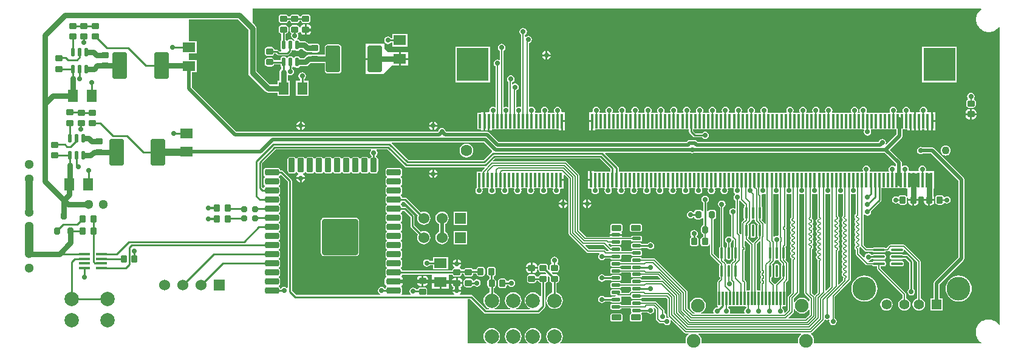
<source format=gtl>
G04*
G04 #@! TF.GenerationSoftware,Altium Limited,Altium Designer,19.0.14 (431)*
G04*
G04 Layer_Physical_Order=1*
G04 Layer_Color=255*
%FSLAX25Y25*%
%MOIN*%
G70*
G01*
G75*
%ADD10C,0.01181*%
%ADD11C,0.01000*%
G04:AMPARAMS|DCode=18|XSize=31.5mil|YSize=55.12mil|CornerRadius=3.94mil|HoleSize=0mil|Usage=FLASHONLY|Rotation=270.000|XOffset=0mil|YOffset=0mil|HoleType=Round|Shape=RoundedRectangle|*
%AMROUNDEDRECTD18*
21,1,0.03150,0.04724,0,0,270.0*
21,1,0.02362,0.05512,0,0,270.0*
1,1,0.00787,-0.02362,-0.01181*
1,1,0.00787,-0.02362,0.01181*
1,1,0.00787,0.02362,0.01181*
1,1,0.00787,0.02362,-0.01181*
%
%ADD18ROUNDEDRECTD18*%
G04:AMPARAMS|DCode=19|XSize=19.68mil|YSize=47.24mil|CornerRadius=2.46mil|HoleSize=0mil|Usage=FLASHONLY|Rotation=90.000|XOffset=0mil|YOffset=0mil|HoleType=Round|Shape=RoundedRectangle|*
%AMROUNDEDRECTD19*
21,1,0.01968,0.04232,0,0,90.0*
21,1,0.01476,0.04724,0,0,90.0*
1,1,0.00492,0.02116,0.00738*
1,1,0.00492,0.02116,-0.00738*
1,1,0.00492,-0.02116,-0.00738*
1,1,0.00492,-0.02116,0.00738*
%
%ADD19ROUNDEDRECTD19*%
G04:AMPARAMS|DCode=20|XSize=35.43mil|YSize=39.37mil|CornerRadius=8.86mil|HoleSize=0mil|Usage=FLASHONLY|Rotation=180.000|XOffset=0mil|YOffset=0mil|HoleType=Round|Shape=RoundedRectangle|*
%AMROUNDEDRECTD20*
21,1,0.03543,0.02165,0,0,180.0*
21,1,0.01772,0.03937,0,0,180.0*
1,1,0.01772,-0.00886,0.01083*
1,1,0.01772,0.00886,0.01083*
1,1,0.01772,0.00886,-0.01083*
1,1,0.01772,-0.00886,-0.01083*
%
%ADD20ROUNDEDRECTD20*%
G04:AMPARAMS|DCode=21|XSize=63.37mil|YSize=15.75mil|CornerRadius=3.94mil|HoleSize=0mil|Usage=FLASHONLY|Rotation=0.000|XOffset=0mil|YOffset=0mil|HoleType=Round|Shape=RoundedRectangle|*
%AMROUNDEDRECTD21*
21,1,0.06337,0.00787,0,0,0.0*
21,1,0.05550,0.01575,0,0,0.0*
1,1,0.00787,0.02775,-0.00394*
1,1,0.00787,-0.02775,-0.00394*
1,1,0.00787,-0.02775,0.00394*
1,1,0.00787,0.02775,0.00394*
%
%ADD21ROUNDEDRECTD21*%
G04:AMPARAMS|DCode=22|XSize=35.43mil|YSize=39.37mil|CornerRadius=8.86mil|HoleSize=0mil|Usage=FLASHONLY|Rotation=90.000|XOffset=0mil|YOffset=0mil|HoleType=Round|Shape=RoundedRectangle|*
%AMROUNDEDRECTD22*
21,1,0.03543,0.02165,0,0,90.0*
21,1,0.01772,0.03937,0,0,90.0*
1,1,0.01772,0.01083,0.00886*
1,1,0.01772,0.01083,-0.00886*
1,1,0.01772,-0.01083,-0.00886*
1,1,0.01772,-0.01083,0.00886*
%
%ADD22ROUNDEDRECTD22*%
%ADD23R,0.07087X0.05512*%
G04:AMPARAMS|DCode=24|XSize=145.67mil|YSize=78.74mil|CornerRadius=9.84mil|HoleSize=0mil|Usage=FLASHONLY|Rotation=90.000|XOffset=0mil|YOffset=0mil|HoleType=Round|Shape=RoundedRectangle|*
%AMROUNDEDRECTD24*
21,1,0.14567,0.05906,0,0,90.0*
21,1,0.12598,0.07874,0,0,90.0*
1,1,0.01968,0.02953,0.06299*
1,1,0.01968,0.02953,-0.06299*
1,1,0.01968,-0.02953,-0.06299*
1,1,0.01968,-0.02953,0.06299*
%
%ADD24ROUNDEDRECTD24*%
%ADD25R,0.05512X0.07087*%
G04:AMPARAMS|DCode=26|XSize=48.82mil|YSize=21.65mil|CornerRadius=5.41mil|HoleSize=0mil|Usage=FLASHONLY|Rotation=90.000|XOffset=0mil|YOffset=0mil|HoleType=Round|Shape=RoundedRectangle|*
%AMROUNDEDRECTD26*
21,1,0.04882,0.01083,0,0,90.0*
21,1,0.03799,0.02165,0,0,90.0*
1,1,0.01083,0.00541,0.01900*
1,1,0.01083,0.00541,-0.01900*
1,1,0.01083,-0.00541,-0.01900*
1,1,0.01083,-0.00541,0.01900*
%
%ADD26ROUNDEDRECTD26*%
G04:AMPARAMS|DCode=27|XSize=31.5mil|YSize=39.37mil|CornerRadius=7.87mil|HoleSize=0mil|Usage=FLASHONLY|Rotation=180.000|XOffset=0mil|YOffset=0mil|HoleType=Round|Shape=RoundedRectangle|*
%AMROUNDEDRECTD27*
21,1,0.03150,0.02362,0,0,180.0*
21,1,0.01575,0.03937,0,0,180.0*
1,1,0.01575,-0.00787,0.01181*
1,1,0.01575,0.00787,0.01181*
1,1,0.01575,0.00787,-0.01181*
1,1,0.01575,-0.00787,-0.01181*
%
%ADD27ROUNDEDRECTD27*%
G04:AMPARAMS|DCode=28|XSize=60mil|YSize=16mil|CornerRadius=4mil|HoleSize=0mil|Usage=FLASHONLY|Rotation=0.000|XOffset=0mil|YOffset=0mil|HoleType=Round|Shape=RoundedRectangle|*
%AMROUNDEDRECTD28*
21,1,0.06000,0.00800,0,0,0.0*
21,1,0.05200,0.01600,0,0,0.0*
1,1,0.00800,0.02600,-0.00400*
1,1,0.00800,-0.02600,-0.00400*
1,1,0.00800,-0.02600,0.00400*
1,1,0.00800,0.02600,0.00400*
%
%ADD28ROUNDEDRECTD28*%
G04:AMPARAMS|DCode=29|XSize=63.37mil|YSize=15.75mil|CornerRadius=3.94mil|HoleSize=0mil|Usage=FLASHONLY|Rotation=270.000|XOffset=0mil|YOffset=0mil|HoleType=Round|Shape=RoundedRectangle|*
%AMROUNDEDRECTD29*
21,1,0.06337,0.00787,0,0,270.0*
21,1,0.05550,0.01575,0,0,270.0*
1,1,0.00787,-0.00394,-0.02775*
1,1,0.00787,-0.00394,0.02775*
1,1,0.00787,0.00394,0.02775*
1,1,0.00787,0.00394,-0.02775*
%
%ADD29ROUNDEDRECTD29*%
G04:AMPARAMS|DCode=30|XSize=11.81mil|YSize=74.8mil|CornerRadius=2.95mil|HoleSize=0mil|Usage=FLASHONLY|Rotation=0.000|XOffset=0mil|YOffset=0mil|HoleType=Round|Shape=RoundedRectangle|*
%AMROUNDEDRECTD30*
21,1,0.01181,0.06890,0,0,0.0*
21,1,0.00591,0.07480,0,0,0.0*
1,1,0.00591,0.00295,-0.03445*
1,1,0.00591,-0.00295,-0.03445*
1,1,0.00591,-0.00295,0.03445*
1,1,0.00591,0.00295,0.03445*
%
%ADD30ROUNDEDRECTD30*%
G04:AMPARAMS|DCode=31|XSize=196.85mil|YSize=196.85mil|CornerRadius=9.84mil|HoleSize=0mil|Usage=FLASHONLY|Rotation=180.000|XOffset=0mil|YOffset=0mil|HoleType=Round|Shape=RoundedRectangle|*
%AMROUNDEDRECTD31*
21,1,0.19685,0.17717,0,0,180.0*
21,1,0.17717,0.19685,0,0,180.0*
1,1,0.01968,-0.08858,0.08858*
1,1,0.01968,0.08858,0.08858*
1,1,0.01968,0.08858,-0.08858*
1,1,0.01968,-0.08858,-0.08858*
%
%ADD31ROUNDEDRECTD31*%
G04:AMPARAMS|DCode=32|XSize=78.74mil|YSize=35.43mil|CornerRadius=8.86mil|HoleSize=0mil|Usage=FLASHONLY|Rotation=180.000|XOffset=0mil|YOffset=0mil|HoleType=Round|Shape=RoundedRectangle|*
%AMROUNDEDRECTD32*
21,1,0.07874,0.01772,0,0,180.0*
21,1,0.06102,0.03543,0,0,180.0*
1,1,0.01772,-0.03051,0.00886*
1,1,0.01772,0.03051,0.00886*
1,1,0.01772,0.03051,-0.00886*
1,1,0.01772,-0.03051,-0.00886*
%
%ADD32ROUNDEDRECTD32*%
G04:AMPARAMS|DCode=33|XSize=78.74mil|YSize=35.43mil|CornerRadius=8.86mil|HoleSize=0mil|Usage=FLASHONLY|Rotation=270.000|XOffset=0mil|YOffset=0mil|HoleType=Round|Shape=RoundedRectangle|*
%AMROUNDEDRECTD33*
21,1,0.07874,0.01772,0,0,270.0*
21,1,0.06102,0.03543,0,0,270.0*
1,1,0.01772,-0.00886,-0.03051*
1,1,0.01772,-0.00886,0.03051*
1,1,0.01772,0.00886,0.03051*
1,1,0.01772,0.00886,-0.03051*
%
%ADD33ROUNDEDRECTD33*%
G04:AMPARAMS|DCode=34|XSize=31.5mil|YSize=31.5mil|CornerRadius=7.87mil|HoleSize=0mil|Usage=FLASHONLY|Rotation=180.000|XOffset=0mil|YOffset=0mil|HoleType=Round|Shape=RoundedRectangle|*
%AMROUNDEDRECTD34*
21,1,0.03150,0.01575,0,0,180.0*
21,1,0.01575,0.03150,0,0,180.0*
1,1,0.01575,-0.00787,0.00787*
1,1,0.01575,0.00787,0.00787*
1,1,0.01575,0.00787,-0.00787*
1,1,0.01575,-0.00787,-0.00787*
%
%ADD34ROUNDEDRECTD34*%
%ADD35R,0.01378X0.07874*%
%ADD36R,0.17717X0.18110*%
%ADD66C,0.00630*%
%ADD67C,0.03150*%
%ADD68C,0.00984*%
%ADD69C,0.01968*%
%ADD70C,0.03937*%
%ADD71C,0.04724*%
%ADD72R,0.05512X0.07257*%
%ADD73C,0.05118*%
%ADD74C,0.07874*%
%ADD75R,0.06000X0.06000*%
%ADD76C,0.06000*%
%ADD77C,0.13055*%
%ADD78R,0.05543X0.05543*%
%ADD79C,0.05543*%
%ADD80C,0.07480*%
%ADD81C,0.06299*%
%ADD82C,0.04331*%
%ADD83C,0.02756*%
G36*
X534678Y190051D02*
X534371Y189846D01*
X534326Y189801D01*
X534274Y189766D01*
X533396Y188889D01*
X533361Y188836D01*
X533316Y188791D01*
X532627Y187760D01*
X532603Y187701D01*
X532568Y187648D01*
X532093Y186502D01*
X532080Y186440D01*
X532056Y186382D01*
X531814Y185165D01*
Y185101D01*
X531802Y185039D01*
Y183799D01*
X531814Y183737D01*
Y183673D01*
X532056Y182456D01*
X532080Y182398D01*
X532093Y182336D01*
X532568Y181189D01*
X532603Y181137D01*
X532627Y181078D01*
X533316Y180047D01*
X533361Y180002D01*
X533396Y179949D01*
X534274Y179072D01*
X534326Y179037D01*
X534371Y178992D01*
X535403Y178303D01*
X535461Y178278D01*
X535514Y178243D01*
X536660Y177769D01*
X536722Y177756D01*
X536781Y177732D01*
X537998Y177490D01*
X538061D01*
X538123Y177478D01*
X539364D01*
X539426Y177490D01*
X539489D01*
X540706Y177732D01*
X540764Y177756D01*
X540827Y177769D01*
X541973Y178243D01*
X542026Y178278D01*
X542084Y178303D01*
X543116Y178992D01*
X543160Y179037D01*
X543213Y179072D01*
X544090Y179949D01*
X544126Y180002D01*
X544170Y180047D01*
X544382Y180363D01*
X544882Y180212D01*
Y16565D01*
X544382Y16414D01*
X544010Y16971D01*
X543965Y17016D01*
X543930Y17068D01*
X543052Y17945D01*
X543000Y17981D01*
X542955Y18025D01*
X541923Y18715D01*
X541865Y18739D01*
X541812Y18774D01*
X540666Y19249D01*
X540604Y19261D01*
X540545Y19286D01*
X539328Y19528D01*
X539265D01*
X539203Y19540D01*
X537962D01*
X537900Y19528D01*
X537837D01*
X536620Y19286D01*
X536561Y19261D01*
X536500Y19249D01*
X535353Y18774D01*
X535300Y18739D01*
X535242Y18715D01*
X534210Y18025D01*
X534166Y17981D01*
X534113Y17945D01*
X533236Y17068D01*
X533201Y17016D01*
X533156Y16971D01*
X532466Y15939D01*
X532442Y15881D01*
X532407Y15828D01*
X531932Y14682D01*
X531920Y14620D01*
X531896Y14561D01*
X531653Y13344D01*
Y13281D01*
X531641Y13219D01*
Y11978D01*
X531653Y11916D01*
Y11853D01*
X531896Y10636D01*
X531920Y10577D01*
X531932Y10515D01*
X532407Y9369D01*
X532442Y9316D01*
X532466Y9258D01*
X533156Y8226D01*
X533201Y8181D01*
X533236Y8129D01*
X534113Y7251D01*
X534166Y7216D01*
X534210Y7171D01*
X534767Y6799D01*
X534616Y6299D01*
X443046D01*
X443014Y6347D01*
X442786Y6799D01*
X442924Y7847D01*
X442774Y8988D01*
X442334Y10051D01*
X441633Y10964D01*
X441086Y11384D01*
X441148Y11723D01*
X441240Y11896D01*
X441546Y11957D01*
X441859Y12166D01*
X448319Y18626D01*
X448528Y18939D01*
X448579Y19194D01*
X449036Y19489D01*
X449217Y19368D01*
X450000Y19213D01*
X450783Y19368D01*
X450992Y19508D01*
X451305Y19266D01*
X451382Y19167D01*
X451233Y18418D01*
X451389Y17635D01*
X451832Y16971D01*
X452497Y16527D01*
X453280Y16371D01*
X454064Y16527D01*
X454728Y16971D01*
X455171Y17635D01*
X455327Y18418D01*
X455171Y19202D01*
X454728Y19866D01*
X454244Y20189D01*
Y32103D01*
X462820Y40679D01*
X463028Y40992D01*
X463102Y41360D01*
Y88317D01*
X463543Y88553D01*
X463717Y88436D01*
X464501Y88280D01*
X465284Y88436D01*
X465458Y88553D01*
X465899Y88317D01*
Y77527D01*
X465580Y77314D01*
X465214Y76767D01*
X465086Y76122D01*
X465214Y75476D01*
X465510Y75034D01*
X465551Y74704D01*
X465510Y74375D01*
X465214Y73932D01*
X465086Y73287D01*
X465214Y72642D01*
X465510Y72199D01*
X465551Y71870D01*
X465510Y71540D01*
X465214Y71097D01*
X465086Y70452D01*
X465214Y69807D01*
X465510Y69365D01*
X465551Y69035D01*
X465510Y68705D01*
X465214Y68263D01*
X465086Y67618D01*
X465214Y66973D01*
X465510Y66530D01*
X465551Y66200D01*
X465510Y65871D01*
X465214Y65428D01*
X465086Y64783D01*
X465214Y64138D01*
X465510Y63695D01*
X465551Y63366D01*
X465510Y63036D01*
X465214Y62594D01*
X465086Y61948D01*
X465214Y61303D01*
X465510Y60861D01*
X465551Y60531D01*
X465510Y60202D01*
X465214Y59759D01*
X465086Y59114D01*
X465214Y58469D01*
X465580Y57922D01*
X465899Y57708D01*
Y55584D01*
X465973Y55215D01*
X466182Y54902D01*
X471496Y49588D01*
X471809Y49379D01*
X472178Y49305D01*
X474876D01*
X474989Y49137D01*
X475327Y48911D01*
X475727Y48831D01*
X477538D01*
Y47390D01*
X477611Y47021D01*
X477820Y46709D01*
X491490Y33039D01*
Y31111D01*
X490738Y30799D01*
X490027Y30254D01*
X489482Y29543D01*
X489139Y28716D01*
X489022Y27828D01*
X489139Y26940D01*
X489482Y26112D01*
X490027Y25402D01*
X490738Y24857D01*
X491565Y24514D01*
X492453Y24397D01*
X493341Y24514D01*
X494169Y24857D01*
X494879Y25402D01*
X495425Y26112D01*
X495767Y26940D01*
X495884Y27828D01*
X495767Y28716D01*
X495425Y29543D01*
X494879Y30254D01*
X494169Y30799D01*
X493417Y31111D01*
Y33438D01*
X493343Y33807D01*
X493135Y34119D01*
X479465Y47789D01*
Y48831D01*
X481276D01*
X481676Y48911D01*
X482014Y49137D01*
X482240Y49476D01*
X482320Y49875D01*
Y50662D01*
X482240Y51062D01*
X482014Y51400D01*
X481676Y51627D01*
X481276Y51706D01*
X475727D01*
X475327Y51627D01*
X474989Y51400D01*
X474876Y51232D01*
X472876D01*
X472789Y51377D01*
X473036Y51936D01*
X473453Y52019D01*
X474118Y52463D01*
X474353Y52816D01*
X475081D01*
X475327Y52651D01*
X475727Y52571D01*
X481276D01*
X481676Y52651D01*
X482014Y52877D01*
X482240Y53216D01*
X482320Y53615D01*
Y54403D01*
X482240Y54802D01*
X482014Y55141D01*
X481676Y55367D01*
X481276Y55446D01*
X475727D01*
X475327Y55367D01*
X474989Y55141D01*
X474964Y55104D01*
X474287D01*
X474118Y55358D01*
X473453Y55802D01*
X472670Y55958D01*
X471886Y55802D01*
X471222Y55358D01*
X470779Y54694D01*
X470623Y53910D01*
X470627Y53889D01*
X470166Y53643D01*
X467826Y55983D01*
Y58314D01*
X467828D01*
X467748Y58718D01*
X467912Y59191D01*
X468134Y59339D01*
X468655Y59220D01*
X470808Y57068D01*
X471120Y56859D01*
X471489Y56786D01*
X474876D01*
X474989Y56617D01*
X475327Y56391D01*
X475727Y56312D01*
X481276D01*
X481676Y56391D01*
X482014Y56617D01*
X482236Y56949D01*
X483146D01*
X483515Y57022D01*
X483827Y57231D01*
X484019Y57423D01*
X484507Y57203D01*
X484556Y56956D01*
X484782Y56617D01*
X485121Y56391D01*
X485520Y56312D01*
X491070D01*
X491469Y56391D01*
X491808Y56617D01*
X492034Y56956D01*
X492114Y57355D01*
Y57692D01*
X492614Y57900D01*
X499364Y51149D01*
Y31111D01*
X498612Y30799D01*
X497901Y30254D01*
X497356Y29543D01*
X497013Y28716D01*
X496896Y27828D01*
X497013Y26940D01*
X497356Y26112D01*
X497901Y25402D01*
X498612Y24857D01*
X499439Y24514D01*
X500327Y24397D01*
X501215Y24514D01*
X502043Y24857D01*
X502753Y25402D01*
X503299Y26112D01*
X503641Y26940D01*
X503758Y27828D01*
X503641Y28716D01*
X503299Y29543D01*
X502753Y30254D01*
X502043Y30799D01*
X501291Y31111D01*
Y51548D01*
X501217Y51917D01*
X501009Y52229D01*
X492898Y60340D01*
X492586Y60549D01*
X492217Y60622D01*
X484892D01*
X484524Y60549D01*
X484211Y60340D01*
X482747Y58876D01*
X482018D01*
X482014Y58881D01*
X481676Y59107D01*
X481276Y59186D01*
X475727D01*
X475327Y59107D01*
X474989Y58881D01*
X474876Y58712D01*
X471888D01*
X470188Y60412D01*
Y77078D01*
X470688Y77230D01*
X470730Y77167D01*
X471394Y76724D01*
X472178Y76568D01*
X472961Y76724D01*
X473625Y77167D01*
X474069Y77832D01*
X474225Y78615D01*
X474154Y78973D01*
X479483Y84302D01*
X479731Y84673D01*
X479818Y85111D01*
Y91666D01*
X493520D01*
Y91296D01*
X494095D01*
Y87504D01*
X494095Y87317D01*
X494011Y87292D01*
Y87292D01*
X493623Y87174D01*
X493448Y87385D01*
X493285Y87494D01*
X492946Y87720D01*
X492355Y87838D01*
X490583D01*
X489992Y87720D01*
X489491Y87385D01*
X489155Y86884D01*
X489000Y86819D01*
X488579Y87101D01*
X487795Y87257D01*
X487012Y87101D01*
X486348Y86657D01*
X485904Y85993D01*
X485748Y85210D01*
X485904Y84426D01*
X486348Y83762D01*
X487012Y83318D01*
X487795Y83162D01*
X488579Y83318D01*
X489000Y83600D01*
X489155Y83535D01*
X489491Y83034D01*
X489992Y82699D01*
X490583Y82582D01*
X492355D01*
X492946Y82699D01*
X493448Y83034D01*
X493783Y83535D01*
X493900Y84127D01*
Y86267D01*
X493900Y86292D01*
X493900Y86310D01*
X494260Y86717D01*
X494572Y86321D01*
X494566Y86292D01*
Y85710D01*
X497375D01*
X500183D01*
Y86292D01*
X500130Y86560D01*
X500540Y87060D01*
X502772D01*
X503182Y86560D01*
X503129Y86292D01*
Y85710D01*
X508746D01*
Y86292D01*
X508600Y87028D01*
X508268Y87525D01*
Y91296D01*
X508709D01*
Y101170D01*
X504619D01*
X504250Y101670D01*
X504343Y102139D01*
X504187Y102922D01*
X503744Y103586D01*
X503079Y104030D01*
X502296Y104186D01*
X501512Y104030D01*
X500848Y103586D01*
X500405Y102922D01*
X500249Y102139D01*
X500342Y101670D01*
X499973Y101170D01*
X495170D01*
X494801Y101670D01*
X494894Y102139D01*
X494738Y102922D01*
X494295Y103586D01*
X493631Y104030D01*
X492847Y104186D01*
X492064Y104030D01*
X491449Y103620D01*
X491219Y103677D01*
X490949Y103813D01*
Y105769D01*
X490824Y106399D01*
X490468Y106933D01*
X484507Y112894D01*
X491048Y119435D01*
X491405Y119969D01*
X491530Y120599D01*
Y123950D01*
X494111D01*
Y123580D01*
X495300D01*
Y128517D01*
X496300D01*
Y123580D01*
X497662D01*
Y128517D01*
Y133454D01*
X495761D01*
X495392Y133954D01*
X495485Y134422D01*
X495329Y135206D01*
X494885Y135870D01*
X494221Y136314D01*
X493438Y136469D01*
X492654Y136314D01*
X491990Y135870D01*
X491546Y135206D01*
X491390Y134422D01*
X491546Y133639D01*
X491622Y133525D01*
X491387Y133084D01*
X488402D01*
X488166Y133525D01*
X488242Y133639D01*
X488398Y134422D01*
X488242Y135206D01*
X487799Y135870D01*
X487134Y136314D01*
X486351Y136469D01*
X485568Y136314D01*
X484903Y135870D01*
X484460Y135206D01*
X484304Y134422D01*
X484460Y133639D01*
X484536Y133525D01*
X484300Y133084D01*
X471866D01*
X471631Y133525D01*
X471707Y133639D01*
X471863Y134422D01*
X471707Y135206D01*
X471263Y135870D01*
X470599Y136314D01*
X469815Y136469D01*
X469032Y136314D01*
X468368Y135870D01*
X467924Y135206D01*
X467768Y134422D01*
X467924Y133639D01*
X468001Y133525D01*
X467765Y133084D01*
X467142D01*
X466906Y133525D01*
X466983Y133639D01*
X467138Y134422D01*
X466983Y135206D01*
X466539Y135870D01*
X465875Y136314D01*
X465091Y136469D01*
X464308Y136314D01*
X463644Y135870D01*
X463200Y135206D01*
X463044Y134422D01*
X463200Y133639D01*
X463276Y133525D01*
X463040Y133084D01*
X452969D01*
X452733Y133525D01*
X452809Y133639D01*
X452965Y134422D01*
X452809Y135206D01*
X452365Y135870D01*
X451701Y136314D01*
X450918Y136469D01*
X450135Y136314D01*
X449470Y135870D01*
X449026Y135206D01*
X448871Y134422D01*
X449026Y133639D01*
X449103Y133525D01*
X448867Y133084D01*
X445882D01*
X445646Y133525D01*
X445723Y133639D01*
X445879Y134422D01*
X445723Y135206D01*
X445279Y135870D01*
X444615Y136314D01*
X443831Y136469D01*
X443048Y136314D01*
X442384Y135870D01*
X441940Y135206D01*
X441784Y134422D01*
X441940Y133639D01*
X442016Y133525D01*
X441781Y133084D01*
X438796D01*
X438560Y133525D01*
X438636Y133639D01*
X438792Y134422D01*
X438636Y135206D01*
X438192Y135870D01*
X437528Y136314D01*
X436745Y136469D01*
X435961Y136314D01*
X435297Y135870D01*
X434853Y135206D01*
X434697Y134422D01*
X434853Y133639D01*
X434930Y133525D01*
X434694Y133084D01*
X431709D01*
X431473Y133525D01*
X431549Y133639D01*
X431705Y134422D01*
X431549Y135206D01*
X431106Y135870D01*
X430442Y136314D01*
X429658Y136469D01*
X428875Y136314D01*
X428210Y135870D01*
X427767Y135206D01*
X427611Y134422D01*
X427767Y133639D01*
X427843Y133525D01*
X427607Y133084D01*
X417536D01*
X417300Y133525D01*
X417376Y133639D01*
X417532Y134422D01*
X417376Y135206D01*
X416932Y135870D01*
X416268Y136314D01*
X415485Y136469D01*
X414701Y136314D01*
X414037Y135870D01*
X413593Y135206D01*
X413438Y134422D01*
X413593Y133639D01*
X413670Y133525D01*
X413434Y133084D01*
X410449D01*
X410213Y133525D01*
X410290Y133639D01*
X410445Y134422D01*
X410290Y135206D01*
X409846Y135870D01*
X409182Y136314D01*
X408398Y136469D01*
X407615Y136314D01*
X406951Y135870D01*
X406507Y135206D01*
X406351Y134422D01*
X406507Y133639D01*
X406583Y133525D01*
X406347Y133084D01*
X403362D01*
X403127Y133525D01*
X403203Y133639D01*
X403359Y134422D01*
X403203Y135206D01*
X402759Y135870D01*
X402095Y136314D01*
X401312Y136469D01*
X400528Y136314D01*
X399864Y135870D01*
X399420Y135206D01*
X399264Y134422D01*
X399420Y133639D01*
X399497Y133525D01*
X399261Y133084D01*
X396276D01*
X396040Y133525D01*
X396116Y133639D01*
X396272Y134422D01*
X396116Y135206D01*
X395673Y135870D01*
X395008Y136314D01*
X394225Y136469D01*
X393442Y136314D01*
X392777Y135870D01*
X392334Y135206D01*
X392178Y134422D01*
X392334Y133639D01*
X392410Y133525D01*
X392174Y133084D01*
X389189D01*
X388953Y133525D01*
X389030Y133639D01*
X389186Y134422D01*
X389030Y135206D01*
X388586Y135870D01*
X387922Y136314D01*
X387138Y136469D01*
X386355Y136314D01*
X385691Y135870D01*
X385247Y135206D01*
X385091Y134422D01*
X385247Y133639D01*
X385323Y133525D01*
X385088Y133084D01*
X382103D01*
X381867Y133525D01*
X381943Y133639D01*
X382099Y134422D01*
X381943Y135206D01*
X381499Y135870D01*
X380835Y136314D01*
X380052Y136469D01*
X379268Y136314D01*
X378604Y135870D01*
X378160Y135206D01*
X378005Y134422D01*
X378160Y133639D01*
X378237Y133525D01*
X378001Y133084D01*
X375016D01*
X374780Y133525D01*
X374856Y133639D01*
X375012Y134422D01*
X374856Y135206D01*
X374413Y135870D01*
X373749Y136314D01*
X372965Y136469D01*
X372182Y136314D01*
X371517Y135870D01*
X371074Y135206D01*
X370918Y134422D01*
X371074Y133639D01*
X371150Y133525D01*
X370914Y133084D01*
X367929D01*
X367694Y133525D01*
X367770Y133639D01*
X367926Y134422D01*
X367770Y135206D01*
X367326Y135870D01*
X366662Y136314D01*
X365879Y136469D01*
X365095Y136314D01*
X364431Y135870D01*
X363987Y135206D01*
X363831Y134422D01*
X363987Y133639D01*
X364064Y133525D01*
X363828Y133084D01*
X360843D01*
X360607Y133525D01*
X360683Y133639D01*
X360839Y134422D01*
X360683Y135206D01*
X360240Y135870D01*
X359575Y136314D01*
X358792Y136469D01*
X358009Y136314D01*
X357344Y135870D01*
X356901Y135206D01*
X356745Y134422D01*
X356901Y133639D01*
X356977Y133525D01*
X356741Y133084D01*
X353756D01*
X353520Y133525D01*
X353597Y133639D01*
X353752Y134422D01*
X353597Y135206D01*
X353153Y135870D01*
X352489Y136314D01*
X351705Y136469D01*
X350922Y136314D01*
X350258Y135870D01*
X349814Y135206D01*
X349658Y134422D01*
X349814Y133639D01*
X349890Y133525D01*
X349655Y133084D01*
X346670D01*
X346434Y133525D01*
X346510Y133639D01*
X346666Y134422D01*
X346510Y135206D01*
X346066Y135870D01*
X345402Y136314D01*
X344619Y136469D01*
X343835Y136314D01*
X343171Y135870D01*
X342727Y135206D01*
X342571Y134422D01*
X342727Y133639D01*
X342804Y133525D01*
X342568Y133084D01*
X339583D01*
X339347Y133525D01*
X339423Y133639D01*
X339579Y134422D01*
X339423Y135206D01*
X338980Y135870D01*
X338316Y136314D01*
X337532Y136469D01*
X336749Y136314D01*
X336085Y135870D01*
X335641Y135206D01*
X335485Y134422D01*
X335641Y133639D01*
X335717Y133525D01*
X335481Y133084D01*
X332496D01*
X332260Y133525D01*
X332337Y133639D01*
X332493Y134422D01*
X332337Y135206D01*
X331893Y135870D01*
X331229Y136314D01*
X330446Y136469D01*
X329662Y136314D01*
X328998Y135870D01*
X328554Y135206D01*
X328398Y134422D01*
X328554Y133639D01*
X328630Y133525D01*
X328395Y133084D01*
X325410D01*
X325174Y133525D01*
X325250Y133639D01*
X325406Y134422D01*
X325250Y135206D01*
X324806Y135870D01*
X324142Y136314D01*
X323359Y136469D01*
X322575Y136314D01*
X321911Y135870D01*
X321467Y135206D01*
X321312Y134422D01*
X321405Y133954D01*
X321036Y133454D01*
X319308D01*
Y129017D01*
X320997D01*
Y128517D01*
X321497D01*
Y123580D01*
X322686D01*
Y123950D01*
X374183D01*
Y122768D01*
X374270Y122330D01*
X374518Y121959D01*
X376501Y119977D01*
X376872Y119729D01*
X377310Y119642D01*
X381452D01*
X381655Y119339D01*
X382319Y118895D01*
X383103Y118739D01*
X383886Y118895D01*
X384550Y119339D01*
X384994Y120003D01*
X385150Y120786D01*
X384994Y121570D01*
X384550Y122234D01*
X383886Y122677D01*
X383103Y122833D01*
X382319Y122677D01*
X381655Y122234D01*
X381452Y121930D01*
X377783D01*
X376471Y123242D01*
Y123950D01*
X470127D01*
X470363Y123509D01*
X470286Y123395D01*
X470130Y122611D01*
X470286Y121828D01*
X470730Y121164D01*
X471394Y120720D01*
X472178Y120564D01*
X472961Y120720D01*
X473625Y121164D01*
X474069Y121828D01*
X474225Y122611D01*
X474069Y123395D01*
X473993Y123509D01*
X474228Y123950D01*
X488238D01*
Y121281D01*
X482639Y115682D01*
X482560Y115717D01*
X482227Y115976D01*
X482362Y116656D01*
X482206Y117439D01*
X481763Y118103D01*
X481098Y118547D01*
X480315Y118703D01*
X479531Y118547D01*
X478867Y118103D01*
X478424Y117439D01*
X478364Y117138D01*
X379111D01*
X378648Y117601D01*
X378114Y117957D01*
X377484Y118083D01*
X374549D01*
X373919Y117957D01*
X373385Y117601D01*
X372922Y117138D01*
X269737D01*
X264635Y122239D01*
X264101Y122596D01*
X263471Y122722D01*
X241028D01*
X240678Y123071D01*
X240592Y123505D01*
X240148Y124169D01*
X239484Y124613D01*
X238700Y124769D01*
X237917Y124613D01*
X237253Y124169D01*
X236809Y123505D01*
X236723Y123071D01*
X236373Y122722D01*
X125853D01*
X101404Y147170D01*
Y155505D01*
X103931D01*
Y162276D01*
X99758D01*
Y165741D01*
X103931D01*
Y172512D01*
X99758D01*
Y184366D01*
X126628D01*
X132398Y178596D01*
Y155118D01*
X132569Y154258D01*
X133056Y153529D01*
X141685Y144899D01*
X142415Y144412D01*
X143275Y144241D01*
X148314D01*
Y142316D01*
X155086D01*
Y150662D01*
X154046D01*
Y153727D01*
X154487Y153963D01*
X154657Y153849D01*
X155440Y153693D01*
X156223Y153849D01*
X156888Y154293D01*
X157331Y154957D01*
X157487Y155741D01*
X157331Y156524D01*
X156888Y157188D01*
X156584Y157391D01*
Y158111D01*
X156826Y158272D01*
X157039Y158592D01*
X157310Y158629D01*
X157581Y158592D01*
X157794Y158272D01*
X158182Y158013D01*
X158639Y157922D01*
X159722D01*
X160178Y158013D01*
X160566Y158272D01*
X160825Y158660D01*
X160846Y158768D01*
X163865D01*
X164725Y158940D01*
X165455Y159427D01*
X166509Y160481D01*
X167152D01*
X167250Y160415D01*
X167841Y160298D01*
X170007D01*
X170598Y160415D01*
X170697Y160481D01*
X174267D01*
Y156430D01*
X174392Y155800D01*
X174749Y155266D01*
X175283Y154909D01*
X175912Y154784D01*
X181818D01*
X182448Y154909D01*
X182982Y155266D01*
X183338Y155800D01*
X183464Y156430D01*
Y169028D01*
X183338Y169658D01*
X182982Y170192D01*
X182448Y170549D01*
X181818Y170674D01*
X175912D01*
X175283Y170549D01*
X174749Y170192D01*
X174392Y169658D01*
X174267Y169028D01*
Y164977D01*
X170697D01*
X170598Y165043D01*
X170007Y165160D01*
X167841D01*
X167250Y165043D01*
X167152Y164977D01*
X165578D01*
X164717Y164806D01*
X163988Y164318D01*
X162934Y163264D01*
X160846D01*
X160825Y163373D01*
X160566Y163760D01*
X160178Y164019D01*
X159722Y164110D01*
X158639D01*
X158182Y164019D01*
X157794Y163760D01*
X157581Y163441D01*
X157310Y163404D01*
X157039Y163441D01*
X156826Y163760D01*
X156438Y164019D01*
X155981Y164110D01*
X154899D01*
X154442Y164019D01*
X154054Y163760D01*
X153841Y163441D01*
X153570Y163404D01*
X153299Y163441D01*
X153086Y163760D01*
X152698Y164019D01*
X152241Y164110D01*
X151158D01*
X150701Y164019D01*
X150314Y163760D01*
X150055Y163373D01*
X149964Y162916D01*
Y162003D01*
X146619D01*
X146533Y162434D01*
X146198Y162936D01*
X145697Y163271D01*
X145105Y163389D01*
X142940D01*
X142349Y163271D01*
X141847Y162936D01*
X141512Y162434D01*
X141395Y161843D01*
Y160071D01*
X141512Y159480D01*
X141847Y158979D01*
X142349Y158644D01*
X142940Y158526D01*
X145105D01*
X145697Y158644D01*
X146198Y158979D01*
X146533Y159480D01*
X146580Y159715D01*
X149964D01*
Y159117D01*
X150055Y158660D01*
X150314Y158272D01*
X150556Y158111D01*
Y157365D01*
X150209Y157133D01*
X149722Y156404D01*
X149550Y155544D01*
Y150662D01*
X148314D01*
Y148737D01*
X144206D01*
X136894Y156049D01*
Y179528D01*
X136723Y180388D01*
X136235Y181117D01*
X134646Y182707D01*
Y190551D01*
X534526D01*
X534678Y190051D01*
D02*
G37*
G36*
X487658Y105087D02*
Y103813D01*
X487389Y103677D01*
X487158Y103620D01*
X486544Y104030D01*
X485760Y104186D01*
X484977Y104030D01*
X484313Y103586D01*
X483869Y102922D01*
X483713Y102139D01*
X483869Y101355D01*
X483945Y101241D01*
X483710Y100800D01*
X473638D01*
X473402Y101241D01*
X473479Y101355D01*
X473634Y102139D01*
X473479Y102922D01*
X473035Y103586D01*
X472371Y104030D01*
X471587Y104186D01*
X470804Y104030D01*
X470140Y103586D01*
X469696Y102922D01*
X469540Y102139D01*
X469696Y101355D01*
X469772Y101241D01*
X469536Y100800D01*
X335723D01*
Y102743D01*
X335636Y103181D01*
X335388Y103552D01*
X328154Y110786D01*
X328345Y111248D01*
X374865D01*
X375233Y111002D01*
X376016Y110846D01*
X376800Y111002D01*
X377167Y111248D01*
X481497D01*
X487658Y105087D01*
D02*
G37*
G36*
X218244Y103522D02*
X218615Y103274D01*
X219053Y103187D01*
X261960D01*
X262167Y102687D01*
X260670Y101190D01*
X260461Y100877D01*
X260446Y100800D01*
X257670D01*
Y91861D01*
X257541Y91775D01*
X257097Y91111D01*
X256942Y90328D01*
X257097Y89544D01*
X257541Y88880D01*
X258205Y88436D01*
X258989Y88280D01*
X259772Y88436D01*
X260436Y88880D01*
X260880Y89544D01*
X261036Y90328D01*
X260880Y91111D01*
X260804Y91225D01*
X261040Y91666D01*
X264025D01*
X264260Y91225D01*
X264184Y91111D01*
X264028Y90328D01*
X264184Y89544D01*
X264628Y88880D01*
X265292Y88436D01*
X266075Y88280D01*
X266859Y88436D01*
X267523Y88880D01*
X267967Y89544D01*
X268123Y90328D01*
X267967Y91111D01*
X267891Y91225D01*
X268126Y91666D01*
X271111D01*
X271347Y91225D01*
X271271Y91111D01*
X271115Y90328D01*
X271271Y89544D01*
X271714Y88880D01*
X272379Y88436D01*
X273162Y88280D01*
X273945Y88436D01*
X274610Y88880D01*
X275053Y89544D01*
X275209Y90328D01*
X275053Y91111D01*
X274977Y91225D01*
X275213Y91666D01*
X278198D01*
X278433Y91225D01*
X278357Y91111D01*
X278201Y90328D01*
X278357Y89544D01*
X278801Y88880D01*
X279465Y88436D01*
X280249Y88280D01*
X281032Y88436D01*
X281696Y88880D01*
X282140Y89544D01*
X282296Y90328D01*
X282140Y91111D01*
X282064Y91225D01*
X282299Y91666D01*
X285284D01*
X285520Y91225D01*
X285444Y91111D01*
X285288Y90328D01*
X285444Y89544D01*
X285888Y88880D01*
X286552Y88436D01*
X287335Y88280D01*
X288119Y88436D01*
X288783Y88880D01*
X289227Y89544D01*
X289382Y90328D01*
X289227Y91111D01*
X289150Y91225D01*
X289386Y91666D01*
X292371D01*
X292607Y91225D01*
X292530Y91111D01*
X292375Y90328D01*
X292530Y89544D01*
X292974Y88880D01*
X293638Y88436D01*
X294422Y88280D01*
X295205Y88436D01*
X295869Y88880D01*
X296313Y89544D01*
X296469Y90328D01*
X296313Y91111D01*
X296237Y91225D01*
X296473Y91666D01*
X299458D01*
X299693Y91225D01*
X299617Y91111D01*
X299461Y90328D01*
X299617Y89544D01*
X300061Y88880D01*
X300725Y88436D01*
X301508Y88280D01*
X302292Y88436D01*
X302956Y88880D01*
X303400Y89544D01*
X303556Y90328D01*
X303463Y90796D01*
X303832Y91296D01*
X305560D01*
Y95733D01*
X303871D01*
Y96733D01*
X305560D01*
Y98830D01*
X306022Y99022D01*
X308249Y96794D01*
Y66679D01*
X308323Y66310D01*
X308531Y65997D01*
X318202Y56327D01*
X318515Y56118D01*
X318883Y56045D01*
X324822D01*
X324961Y55732D01*
X325004Y55545D01*
X324585Y54917D01*
X324429Y54134D01*
X324585Y53350D01*
X325029Y52686D01*
X325693Y52242D01*
X326476Y52087D01*
X327260Y52242D01*
X327924Y52686D01*
X328127Y52990D01*
X331157D01*
X331307Y52764D01*
X331597Y52570D01*
X331939Y52503D01*
X336171D01*
X336513Y52570D01*
X336803Y52764D01*
X336996Y53054D01*
X337064Y53396D01*
Y54872D01*
X337283Y55139D01*
X342508D01*
X342531Y55022D01*
X342725Y54733D01*
X343015Y54539D01*
X343356Y54471D01*
X347589D01*
X347930Y54539D01*
X348220Y54733D01*
X348414Y55022D01*
X348482Y55364D01*
Y56840D01*
X348414Y57182D01*
X348220Y57472D01*
X347930Y57666D01*
X347589Y57734D01*
X343356D01*
X343015Y57666D01*
X342725Y57472D01*
X342531Y57182D01*
X342508Y57066D01*
X337283D01*
X337064Y57333D01*
Y58809D01*
X336996Y59151D01*
X336803Y59441D01*
X336513Y59634D01*
X336171Y59702D01*
X331939D01*
X331597Y59634D01*
X331307Y59441D01*
X331103Y59421D01*
X329979Y60545D01*
X330187Y61045D01*
X331091D01*
X331114Y60928D01*
X331307Y60638D01*
X331597Y60444D01*
X331939Y60377D01*
X336171D01*
X336513Y60444D01*
X336803Y60638D01*
X336996Y60928D01*
X337064Y61270D01*
Y62746D01*
X337283Y63013D01*
X342508D01*
X342531Y62896D01*
X342725Y62607D01*
X343015Y62413D01*
X343356Y62345D01*
X347589D01*
X347930Y62413D01*
X348220Y62607D01*
X348414Y62896D01*
X348482Y63238D01*
Y64715D01*
X348414Y65056D01*
X348220Y65346D01*
X347930Y65540D01*
X347589Y65608D01*
X343356D01*
X343015Y65540D01*
X342725Y65346D01*
X342531Y65056D01*
X342508Y64940D01*
X337661D01*
X337442Y65207D01*
Y65445D01*
X334055D01*
X330668D01*
Y65207D01*
X330449Y64940D01*
X317659D01*
X313955Y68643D01*
Y98758D01*
X313882Y99127D01*
X313673Y99440D01*
X307045Y106068D01*
X306733Y106277D01*
X306364Y106350D01*
X266774D01*
X266567Y106850D01*
X267746Y108029D01*
X325392D01*
X331073Y102348D01*
Y100800D01*
X322095D01*
Y101170D01*
X320906D01*
Y96233D01*
X320406D01*
Y95733D01*
X318717D01*
Y91296D01*
X320445D01*
X320814Y90796D01*
X320721Y90328D01*
X320877Y89544D01*
X321321Y88880D01*
X321985Y88436D01*
X322768Y88280D01*
X323552Y88436D01*
X324216Y88880D01*
X324660Y89544D01*
X324816Y90328D01*
X324660Y91111D01*
X324583Y91225D01*
X324819Y91666D01*
X327804D01*
X328040Y91225D01*
X327963Y91111D01*
X327808Y90328D01*
X327963Y89544D01*
X328407Y88880D01*
X329071Y88436D01*
X329855Y88280D01*
X330638Y88436D01*
X331302Y88880D01*
X331746Y89544D01*
X331902Y90328D01*
X331746Y91111D01*
X331670Y91225D01*
X331906Y91666D01*
X334891D01*
X335126Y91225D01*
X335050Y91111D01*
X334894Y90328D01*
X335050Y89544D01*
X335494Y88880D01*
X336158Y88436D01*
X336942Y88280D01*
X337725Y88436D01*
X338389Y88880D01*
X338833Y89544D01*
X338989Y90328D01*
X338833Y91111D01*
X338757Y91225D01*
X338992Y91666D01*
X341977D01*
X342213Y91225D01*
X342137Y91111D01*
X341981Y90328D01*
X342137Y89544D01*
X342581Y88880D01*
X343245Y88436D01*
X344028Y88280D01*
X344812Y88436D01*
X345476Y88880D01*
X345919Y89544D01*
X346075Y90328D01*
X345919Y91111D01*
X345843Y91225D01*
X346079Y91666D01*
X349064D01*
X349300Y91225D01*
X349223Y91111D01*
X349067Y90328D01*
X349223Y89544D01*
X349667Y88880D01*
X350331Y88436D01*
X351115Y88280D01*
X351898Y88436D01*
X352562Y88880D01*
X353006Y89544D01*
X353162Y90328D01*
X353006Y91111D01*
X352930Y91225D01*
X353166Y91666D01*
X356151D01*
X356386Y91225D01*
X356310Y91111D01*
X356154Y90328D01*
X356310Y89544D01*
X356754Y88880D01*
X357418Y88436D01*
X358201Y88280D01*
X358985Y88436D01*
X359649Y88880D01*
X360093Y89544D01*
X360249Y90328D01*
X360093Y91111D01*
X360016Y91225D01*
X360252Y91666D01*
X363237D01*
X363473Y91225D01*
X363397Y91111D01*
X363241Y90328D01*
X363397Y89544D01*
X363840Y88880D01*
X364505Y88436D01*
X365288Y88280D01*
X366071Y88436D01*
X366736Y88880D01*
X367179Y89544D01*
X367335Y90328D01*
X367179Y91111D01*
X367103Y91225D01*
X367339Y91666D01*
X370324D01*
X370560Y91225D01*
X370483Y91111D01*
X370327Y90328D01*
X370483Y89544D01*
X370927Y88880D01*
X371591Y88436D01*
X372375Y88280D01*
X373158Y88436D01*
X373822Y88880D01*
X374266Y89544D01*
X374422Y90328D01*
X374266Y91111D01*
X374190Y91225D01*
X374425Y91666D01*
X377410D01*
X377646Y91225D01*
X377570Y91111D01*
X377414Y90328D01*
X377570Y89544D01*
X378014Y88880D01*
X378678Y88436D01*
X379461Y88280D01*
X380245Y88436D01*
X380909Y88880D01*
X381353Y89544D01*
X381508Y90328D01*
X381353Y91111D01*
X381276Y91225D01*
X381512Y91666D01*
X384497D01*
X384733Y91225D01*
X384656Y91111D01*
X384501Y90328D01*
X384656Y89544D01*
X385100Y88880D01*
X385764Y88436D01*
X386548Y88280D01*
X387331Y88436D01*
X387995Y88880D01*
X388439Y89544D01*
X388595Y90328D01*
X388439Y91111D01*
X388363Y91225D01*
X388599Y91666D01*
X391584D01*
X391819Y91225D01*
X391743Y91111D01*
X391587Y90328D01*
X391743Y89544D01*
X392187Y88880D01*
X392851Y88436D01*
X393634Y88280D01*
X394418Y88436D01*
X395082Y88880D01*
X395526Y89544D01*
X395682Y90328D01*
X395526Y91111D01*
X395449Y91225D01*
X395685Y91666D01*
X398670D01*
X398906Y91225D01*
X398830Y91111D01*
X398674Y90328D01*
X398830Y89544D01*
X399273Y88880D01*
X399507Y88724D01*
Y88224D01*
X399273Y88068D01*
X398830Y87404D01*
X398674Y86620D01*
X398830Y85837D01*
X399273Y85173D01*
X399758Y84849D01*
Y80626D01*
X399317Y80390D01*
X399142Y80506D01*
X398359Y80662D01*
X397575Y80506D01*
X396911Y80063D01*
X396467Y79399D01*
X396312Y78615D01*
X396467Y77832D01*
X396911Y77167D01*
X397395Y76844D01*
Y65244D01*
X396895Y64977D01*
X396780Y65054D01*
X395997Y65210D01*
X395213Y65054D01*
X394549Y64610D01*
X394105Y63946D01*
X393949Y63162D01*
X394105Y62379D01*
X394549Y61715D01*
X395033Y61391D01*
Y59677D01*
X394865Y59564D01*
X394639Y59225D01*
X394559Y58826D01*
Y53276D01*
X394639Y52877D01*
X394865Y52539D01*
X395203Y52312D01*
X395603Y52233D01*
X396390D01*
X396790Y52312D01*
X397128Y52539D01*
X397355Y52877D01*
X397434Y53276D01*
Y58826D01*
X397355Y59225D01*
X397128Y59564D01*
X396960Y59677D01*
Y61391D01*
X397444Y61715D01*
X397888Y62379D01*
X398015Y63017D01*
X398428Y63209D01*
X398527Y63221D01*
X398773Y63034D01*
Y59677D01*
X398605Y59564D01*
X398379Y59225D01*
X398299Y58826D01*
Y53276D01*
X398379Y52877D01*
X398605Y52539D01*
X398534Y52003D01*
X397185Y50655D01*
X396977Y50342D01*
X396790Y49997D01*
X396390Y50076D01*
X395603D01*
X395452Y50046D01*
X395082Y50167D01*
X394914Y50404D01*
X394879Y50578D01*
X394670Y50891D01*
X393529Y52031D01*
X393388Y52539D01*
X393614Y52877D01*
X393694Y53276D01*
Y58826D01*
X393614Y59225D01*
X393388Y59564D01*
X393220Y59677D01*
Y81076D01*
X393704Y81400D01*
X394148Y82064D01*
X394304Y82847D01*
X394148Y83631D01*
X393704Y84295D01*
X393040Y84739D01*
X392256Y84895D01*
X391473Y84739D01*
X390809Y84295D01*
X390365Y83631D01*
X390209Y82847D01*
X390365Y82064D01*
X390809Y81400D01*
X391293Y81076D01*
Y59677D01*
X391125Y59564D01*
X390898Y59225D01*
X390819Y58826D01*
Y53480D01*
X390321Y53271D01*
X387807Y55786D01*
Y74548D01*
X388183Y74623D01*
X388652Y74936D01*
X388966Y75405D01*
X389076Y75958D01*
Y78320D01*
X388966Y78873D01*
X388652Y79342D01*
X388183Y79655D01*
X387631Y79765D01*
X386056D01*
X385503Y79655D01*
X385034Y79342D01*
X385006Y79300D01*
X384327Y79168D01*
X384247Y79222D01*
Y83846D01*
X384550Y84049D01*
X384994Y84713D01*
X385150Y85497D01*
X384994Y86280D01*
X384550Y86944D01*
X383886Y87388D01*
X383103Y87544D01*
X382319Y87388D01*
X381655Y86944D01*
X381212Y86280D01*
X381056Y85497D01*
X381212Y84713D01*
X381655Y84049D01*
X381959Y83846D01*
Y79222D01*
X381879Y79168D01*
X381200Y79300D01*
X381172Y79342D01*
X380703Y79655D01*
X380150Y79765D01*
X378575D01*
X378022Y79655D01*
X377554Y79342D01*
X377240Y78873D01*
X377182Y78582D01*
X376652Y78476D01*
X376578Y78586D01*
X375914Y79030D01*
X375131Y79186D01*
X374347Y79030D01*
X373683Y78586D01*
X373239Y77922D01*
X373083Y77139D01*
X373239Y76355D01*
X373683Y75691D01*
X374347Y75247D01*
X375131Y75091D01*
X375914Y75247D01*
X376578Y75691D01*
X376652Y75801D01*
X377182Y75696D01*
X377240Y75405D01*
X377554Y74936D01*
X378022Y74623D01*
X378575Y74512D01*
X380150D01*
X380703Y74623D01*
X381172Y74936D01*
X381200Y74978D01*
X381879Y75110D01*
X381959Y75056D01*
Y71426D01*
X381763Y71387D01*
X381294Y71074D01*
X380980Y70605D01*
X380870Y70052D01*
Y67690D01*
X380980Y67137D01*
X381294Y66668D01*
X381763Y66355D01*
X382140Y66280D01*
Y64905D01*
X382119D01*
X381527Y64787D01*
X381026Y64452D01*
X380691Y63951D01*
X380573Y63359D01*
Y61194D01*
X380691Y60602D01*
X381026Y60101D01*
X381527Y59766D01*
X382119Y59648D01*
X383890D01*
X384482Y59766D01*
X384983Y60101D01*
X385318Y60602D01*
X385380Y60912D01*
X385880Y60863D01*
Y55387D01*
X385953Y55018D01*
X386162Y54706D01*
X391114Y49754D01*
X390898Y49432D01*
X390819Y49033D01*
Y43483D01*
X390898Y43083D01*
X391125Y42745D01*
X391293Y42632D01*
Y41908D01*
X390197Y40812D01*
X389988Y40500D01*
X389915Y40131D01*
Y35186D01*
X389712Y34882D01*
X389640Y34521D01*
Y27631D01*
X389712Y27270D01*
X389916Y26964D01*
X390036Y26884D01*
X390140Y26362D01*
X390098Y26307D01*
X389791Y26072D01*
X389640Y26103D01*
X388857Y25947D01*
X388192Y25503D01*
X387749Y24839D01*
X387593Y24055D01*
X387749Y23272D01*
X387883Y23071D01*
X387647Y22630D01*
X380908D01*
X380808Y23130D01*
X381271Y23322D01*
X382184Y24022D01*
X382885Y24935D01*
X383325Y25998D01*
X383475Y27139D01*
X383325Y28280D01*
X382885Y29343D01*
X382184Y30255D01*
X381271Y30956D01*
X380208Y31396D01*
X379067Y31547D01*
X377927Y31396D01*
X376864Y30956D01*
X375951Y30255D01*
X375250Y29343D01*
X374810Y28280D01*
X374660Y27139D01*
X374810Y25998D01*
X375250Y24935D01*
X375951Y24022D01*
X376864Y23322D01*
X377327Y23130D01*
X377227Y22630D01*
X376371D01*
X373338Y25662D01*
Y34792D01*
X373265Y35161D01*
X373056Y35473D01*
X355683Y52847D01*
X355370Y53055D01*
X355001Y53129D01*
X348437D01*
X348414Y53245D01*
X348220Y53535D01*
X347930Y53729D01*
X347589Y53797D01*
X343356D01*
X343015Y53729D01*
X342725Y53535D01*
X342531Y53245D01*
X342463Y52903D01*
Y51427D01*
X342244Y51160D01*
X337020D01*
X336996Y51277D01*
X336803Y51567D01*
X336513Y51760D01*
X336171Y51828D01*
X331939D01*
X331597Y51760D01*
X331307Y51567D01*
X331114Y51277D01*
X331046Y50935D01*
Y49459D01*
X331114Y49117D01*
X331307Y48827D01*
X331597Y48634D01*
X331939Y48566D01*
X336171D01*
X336513Y48634D01*
X336803Y48827D01*
X336996Y49117D01*
X337020Y49233D01*
X342244D01*
X342463Y48967D01*
Y47490D01*
X342244Y47223D01*
X337020D01*
X336996Y47340D01*
X336803Y47630D01*
X336513Y47823D01*
X336171Y47891D01*
X331939D01*
X331597Y47823D01*
X331307Y47630D01*
X331114Y47340D01*
X331046Y46998D01*
Y45522D01*
X331114Y45180D01*
X331307Y44890D01*
X331597Y44697D01*
X331939Y44629D01*
X336171D01*
X336513Y44697D01*
X336803Y44890D01*
X336996Y45180D01*
X337020Y45296D01*
X342244D01*
X342463Y45030D01*
Y43553D01*
X342531Y43211D01*
X342725Y42922D01*
X343015Y42728D01*
X343356Y42660D01*
X347589D01*
X347930Y42728D01*
X348220Y42922D01*
X348414Y43211D01*
X348437Y43328D01*
X357131D01*
X358680Y41780D01*
X358488Y41318D01*
X348437D01*
X348414Y41434D01*
X348220Y41724D01*
X347930Y41918D01*
X347589Y41986D01*
X343356D01*
X343015Y41918D01*
X342725Y41724D01*
X342531Y41434D01*
X342463Y41093D01*
Y39616D01*
X342244Y39349D01*
X337020D01*
X336996Y39466D01*
X336803Y39756D01*
X336513Y39949D01*
X336171Y40017D01*
X331939D01*
X331597Y39949D01*
X331307Y39756D01*
X331114Y39466D01*
X331046Y39124D01*
Y37648D01*
X331114Y37306D01*
X331307Y37016D01*
X331597Y36823D01*
X331939Y36755D01*
X336171D01*
X336513Y36823D01*
X336803Y37016D01*
X336996Y37306D01*
X337020Y37422D01*
X342244D01*
X342463Y37156D01*
Y35679D01*
X342494Y35300D01*
X342182Y35091D01*
X341484Y34393D01*
X341275Y34080D01*
X341266Y34034D01*
X337064D01*
Y35187D01*
X336996Y35529D01*
X336803Y35819D01*
X336513Y36012D01*
X336171Y36080D01*
X331939D01*
X331597Y36012D01*
X331307Y35819D01*
X331114Y35529D01*
X331046Y35187D01*
Y33711D01*
X331114Y33369D01*
X331307Y33079D01*
X331597Y32886D01*
X331939Y32818D01*
X334029D01*
X334154Y32643D01*
X333896Y32143D01*
X331939D01*
X331597Y32075D01*
X331307Y31881D01*
X331157Y31656D01*
X328127D01*
X327924Y31959D01*
X327260Y32403D01*
X326476Y32559D01*
X325693Y32403D01*
X325029Y31959D01*
X324585Y31295D01*
X324429Y30512D01*
X324585Y29728D01*
X325029Y29064D01*
X325693Y28620D01*
X326476Y28465D01*
X327260Y28620D01*
X327924Y29064D01*
X328127Y29368D01*
X331157D01*
X331307Y29142D01*
X331597Y28949D01*
X331939Y28881D01*
X336171D01*
X336513Y28949D01*
X336803Y29142D01*
X336996Y29432D01*
X337064Y29774D01*
Y31250D01*
X336996Y31592D01*
X336986Y31607D01*
X337253Y32107D01*
X342165D01*
X342463Y31863D01*
Y31742D01*
X342531Y31400D01*
X342725Y31111D01*
X343015Y30917D01*
X343356Y30849D01*
X347589D01*
X347930Y30917D01*
X348220Y31111D01*
X348414Y31400D01*
X348437Y31517D01*
X361816D01*
X362592Y30740D01*
Y21610D01*
X362666Y21242D01*
X362875Y20929D01*
X362983Y20820D01*
X362737Y20359D01*
X362205Y20465D01*
X361818Y20898D01*
X361890Y21260D01*
X361734Y22043D01*
X361290Y22707D01*
X360806Y23031D01*
Y24419D01*
X360733Y24788D01*
X360524Y25101D01*
X356400Y29225D01*
X356087Y29433D01*
X355719Y29507D01*
X348437D01*
X348414Y29623D01*
X348220Y29913D01*
X347930Y30107D01*
X347589Y30175D01*
X343356D01*
X343015Y30107D01*
X342725Y29913D01*
X342531Y29623D01*
X342463Y29281D01*
Y27805D01*
X342244Y27538D01*
X337020D01*
X336996Y27655D01*
X336803Y27944D01*
X336513Y28138D01*
X336171Y28206D01*
X331939D01*
X331597Y28138D01*
X331307Y27944D01*
X331114Y27655D01*
X331046Y27313D01*
Y25837D01*
X331114Y25495D01*
X331307Y25205D01*
X331597Y25012D01*
X331939Y24943D01*
X336171D01*
X336513Y25012D01*
X336803Y25205D01*
X336996Y25495D01*
X337020Y25611D01*
X342244D01*
X342463Y25344D01*
Y23868D01*
X342531Y23526D01*
X342627Y23383D01*
X342499Y22926D01*
X342435Y22838D01*
X342317Y22815D01*
X341979Y22588D01*
X341752Y22250D01*
X341673Y21850D01*
Y19488D01*
X341752Y19089D01*
X341979Y18750D01*
X342317Y18524D01*
X342717Y18444D01*
X347441D01*
X347840Y18524D01*
X348179Y18750D01*
X348405Y19089D01*
X348485Y19488D01*
Y21850D01*
X348405Y22250D01*
X348179Y22588D01*
X348141Y22614D01*
X348165Y23199D01*
X348220Y23236D01*
X348371Y23462D01*
X351401D01*
X351604Y23159D01*
X352268Y22715D01*
X353051Y22559D01*
X353835Y22715D01*
X354499Y23159D01*
X354943Y23823D01*
X355098Y24606D01*
X354943Y25390D01*
X354784Y25626D01*
X355173Y25945D01*
X356123Y24995D01*
Y19829D01*
X356196Y19461D01*
X356405Y19148D01*
X357817Y17737D01*
X358129Y17528D01*
X358498Y17455D01*
X360434D01*
X360757Y16971D01*
X361421Y16527D01*
X362205Y16371D01*
X362988Y16527D01*
X363652Y16971D01*
X364096Y17635D01*
X364252Y18418D01*
X364146Y18950D01*
X364607Y19197D01*
X371637Y12166D01*
X371950Y11957D01*
X372319Y11884D01*
X373966D01*
X374136Y11384D01*
X373588Y10964D01*
X372888Y10051D01*
X372448Y8988D01*
X372298Y7847D01*
X372435Y6799D01*
X372207Y6347D01*
X372176Y6299D01*
X303543D01*
X303382Y6773D01*
X303651Y6979D01*
X304383Y7933D01*
X304843Y9044D01*
X305000Y10236D01*
X304843Y11428D01*
X304383Y12539D01*
X303651Y13493D01*
X302697Y14225D01*
X301586Y14686D01*
X300394Y14843D01*
X299201Y14686D01*
X298091Y14225D01*
X297136Y13493D01*
X296405Y12539D01*
X295944Y11428D01*
X295787Y10236D01*
X295944Y9044D01*
X296405Y7933D01*
X297136Y6979D01*
X297406Y6773D01*
X297245Y6299D01*
X291732D01*
X291571Y6773D01*
X291840Y6979D01*
X292572Y7933D01*
X293032Y9044D01*
X293189Y10236D01*
X293032Y11428D01*
X292572Y12539D01*
X291840Y13493D01*
X290886Y14225D01*
X289775Y14686D01*
X288583Y14843D01*
X287390Y14686D01*
X286280Y14225D01*
X285326Y13493D01*
X284594Y12539D01*
X284133Y11428D01*
X283976Y10236D01*
X284133Y9044D01*
X284594Y7933D01*
X285326Y6979D01*
X285595Y6773D01*
X285434Y6299D01*
X280905D01*
X280744Y6773D01*
X281013Y6979D01*
X281745Y7933D01*
X282205Y9044D01*
X282362Y10236D01*
X282205Y11428D01*
X281745Y12539D01*
X281013Y13493D01*
X280059Y14225D01*
X278948Y14686D01*
X277756Y14843D01*
X276564Y14686D01*
X275453Y14225D01*
X274499Y13493D01*
X273767Y12539D01*
X273306Y11428D01*
X273150Y10236D01*
X273306Y9044D01*
X273767Y7933D01*
X274499Y6979D01*
X274768Y6773D01*
X274607Y6299D01*
X269094D01*
X268933Y6773D01*
X269202Y6979D01*
X269934Y7933D01*
X270394Y9044D01*
X270551Y10236D01*
X270394Y11428D01*
X269934Y12539D01*
X269202Y13493D01*
X268248Y14225D01*
X267137Y14686D01*
X265945Y14843D01*
X264753Y14686D01*
X263642Y14225D01*
X262688Y13493D01*
X261956Y12539D01*
X261495Y11428D01*
X261338Y10236D01*
X261495Y9044D01*
X261956Y7933D01*
X262688Y6979D01*
X262957Y6773D01*
X262796Y6299D01*
X252611D01*
Y30759D01*
X254171D01*
X261750Y23180D01*
X262121Y22932D01*
X262559Y22845D01*
X291339D01*
X291776Y22932D01*
X292147Y23180D01*
X294935Y25968D01*
X295183Y26339D01*
X295271Y26777D01*
Y39510D01*
X295801Y39615D01*
X296302Y39950D01*
X296637Y40452D01*
X296755Y41043D01*
Y42815D01*
X296741Y42883D01*
X297139Y43447D01*
X297242Y43462D01*
X297786Y42919D01*
X297765Y42815D01*
Y41043D01*
X297883Y40452D01*
X298218Y39950D01*
X298720Y39615D01*
X299250Y39510D01*
Y34377D01*
X299201Y34371D01*
X298091Y33911D01*
X297136Y33178D01*
X296405Y32224D01*
X295944Y31113D01*
X295787Y29921D01*
X295944Y28729D01*
X296405Y27618D01*
X297136Y26664D01*
X298091Y25932D01*
X299201Y25472D01*
X300394Y25315D01*
X301586Y25472D01*
X302697Y25932D01*
X303651Y26664D01*
X304383Y27618D01*
X304843Y28729D01*
X305000Y29921D01*
X304843Y31113D01*
X304383Y32224D01*
X303651Y33178D01*
X302697Y33911D01*
X301586Y34371D01*
X301538Y34377D01*
Y39510D01*
X302068Y39615D01*
X302569Y39950D01*
X302904Y40452D01*
X303022Y41043D01*
Y42815D01*
X302904Y43406D01*
X302569Y43908D01*
X302068Y44243D01*
X301476Y44360D01*
X299580D01*
X298982Y44959D01*
X299228Y45420D01*
X299311Y45403D01*
X301476D01*
X302068Y45521D01*
X302569Y45856D01*
X302904Y46357D01*
X303022Y46949D01*
Y48720D01*
X302904Y49312D01*
X302569Y49813D01*
X302123Y50111D01*
X302053Y50213D01*
X301949Y50682D01*
X302285Y51185D01*
X302441Y51968D01*
X302285Y52752D01*
X301841Y53416D01*
X301177Y53860D01*
X300394Y54016D01*
X299610Y53860D01*
X298946Y53416D01*
X298502Y52752D01*
X298346Y51968D01*
X298502Y51185D01*
X298839Y50682D01*
X298734Y50213D01*
X298664Y50111D01*
X298218Y49813D01*
X297883Y49312D01*
X297765Y48720D01*
Y46949D01*
X297782Y46866D01*
X297321Y46619D01*
X296755Y47186D01*
Y48720D01*
X296637Y49312D01*
X296302Y49813D01*
X295801Y50148D01*
X295209Y50266D01*
X293044D01*
X292453Y50148D01*
X291951Y49813D01*
X291616Y49312D01*
X291498Y48720D01*
Y46949D01*
X291616Y46357D01*
X291951Y45856D01*
X292453Y45521D01*
X293044Y45403D01*
X295209D01*
X295286Y45419D01*
X295857Y44848D01*
X295841Y44745D01*
X295277Y44347D01*
X295209Y44360D01*
X293044D01*
X292453Y44243D01*
X291951Y43908D01*
X291616Y43406D01*
X291550Y43073D01*
X290503D01*
X290436Y43406D01*
X290101Y43908D01*
X289600Y44243D01*
X289008Y44360D01*
X286843D01*
X286252Y44243D01*
X285750Y43908D01*
X285415Y43406D01*
X285298Y42815D01*
Y41043D01*
X285415Y40452D01*
X285750Y39950D01*
X286252Y39615D01*
X286843Y39498D01*
X289008D01*
X289600Y39615D01*
X290101Y39950D01*
X290436Y40452D01*
X290503Y40785D01*
X291550D01*
X291616Y40452D01*
X291951Y39950D01*
X292453Y39615D01*
X292983Y39510D01*
Y32476D01*
X292483Y32341D01*
X291840Y33178D01*
X290886Y33911D01*
X289775Y34371D01*
X288583Y34528D01*
X287390Y34371D01*
X286280Y33911D01*
X285326Y33178D01*
X284594Y32224D01*
X284133Y31113D01*
X283976Y29921D01*
X284133Y28729D01*
X284594Y27618D01*
X285326Y26664D01*
X286280Y25932D01*
X287001Y25633D01*
X286902Y25133D01*
X279437D01*
X279338Y25633D01*
X280059Y25932D01*
X281013Y26664D01*
X281745Y27618D01*
X282205Y28729D01*
X282362Y29921D01*
X282205Y31113D01*
X281745Y32224D01*
X281013Y33178D01*
X280059Y33911D01*
X278948Y34371D01*
X277756Y34528D01*
X276564Y34371D01*
X275453Y33911D01*
X274499Y33178D01*
X273767Y32224D01*
X273306Y31113D01*
X273150Y29921D01*
X273306Y28729D01*
X273767Y27618D01*
X274499Y26664D01*
X275453Y25932D01*
X276174Y25633D01*
X276075Y25133D01*
X267626D01*
X267527Y25633D01*
X268248Y25932D01*
X269202Y26664D01*
X269934Y27618D01*
X270394Y28729D01*
X270551Y29921D01*
X270394Y31113D01*
X269934Y32224D01*
X269202Y33178D01*
X268248Y33911D01*
X267137Y34371D01*
X267089Y34377D01*
Y36793D01*
X267422Y36860D01*
X267923Y37195D01*
X268259Y37696D01*
X268376Y38287D01*
Y40453D01*
X268259Y41044D01*
X267923Y41546D01*
X267422Y41881D01*
X266958Y41973D01*
Y43231D01*
X267292Y43298D01*
X267793Y43633D01*
X268128Y44134D01*
X268246Y44725D01*
Y46891D01*
X268128Y47482D01*
X267793Y47984D01*
X267292Y48319D01*
X266700Y48436D01*
X264929D01*
X264337Y48319D01*
X263836Y47984D01*
X263501Y47482D01*
X263383Y46891D01*
Y44725D01*
X263501Y44134D01*
X263836Y43633D01*
X264337Y43298D01*
X264670Y43231D01*
Y41921D01*
X264468Y41881D01*
X263966Y41546D01*
X263631Y41044D01*
X263514Y40453D01*
Y38287D01*
X263631Y37696D01*
X263966Y37195D01*
X264468Y36860D01*
X264801Y36793D01*
Y34377D01*
X264753Y34371D01*
X263642Y33911D01*
X262688Y33178D01*
X261956Y32224D01*
X261495Y31113D01*
X261338Y29921D01*
X261495Y28729D01*
X261956Y27618D01*
X262688Y26664D01*
X263642Y25932D01*
X264363Y25633D01*
X264264Y25133D01*
X263033D01*
X255454Y32711D01*
X255083Y32959D01*
X254645Y33047D01*
X248525D01*
X248374Y33547D01*
X248631Y33719D01*
X249157Y34505D01*
X249242Y34933D01*
X244592D01*
X244677Y34505D01*
X245202Y33719D01*
X245460Y33547D01*
X245308Y33047D01*
X230806D01*
X230499Y33547D01*
X230581Y33957D01*
Y35728D01*
X230463Y36320D01*
X230128Y36821D01*
X229627Y37156D01*
X229035Y37274D01*
X226870D01*
X226279Y37156D01*
X225777Y36821D01*
X225442Y36320D01*
X225415Y36183D01*
X224485D01*
X224282Y36487D01*
X223618Y36931D01*
X222835Y37087D01*
X222051Y36931D01*
X221387Y36487D01*
X220943Y35823D01*
X220787Y35039D01*
X220943Y34256D01*
X221387Y33592D01*
X221455Y33547D01*
X221303Y33047D01*
X216678D01*
X216623Y33111D01*
X216456Y33547D01*
X216703Y33917D01*
X216821Y34508D01*
Y36279D01*
X216703Y36871D01*
X216368Y37372D01*
X216371Y37972D01*
X216635Y38148D01*
X217052Y38772D01*
X217198Y39508D01*
Y39894D01*
X212224D01*
Y40894D01*
X217198D01*
Y41280D01*
X217052Y42015D01*
X216635Y42639D01*
X216371Y42816D01*
X216368Y43415D01*
X216703Y43916D01*
X216770Y44250D01*
X232842D01*
X233252Y44032D01*
X233252Y43750D01*
Y40776D01*
X237795D01*
X242339D01*
Y43750D01*
X242339Y44032D01*
X242748Y44250D01*
X244361D01*
X244406Y44022D01*
X244741Y43520D01*
X245243Y43185D01*
X245834Y43068D01*
X248000D01*
X248591Y43185D01*
X249092Y43520D01*
X249427Y44022D01*
X249545Y44613D01*
Y44656D01*
X250588D01*
Y44613D01*
X250705Y44022D01*
X251040Y43520D01*
X251542Y43185D01*
X252133Y43068D01*
X254299D01*
X254890Y43185D01*
X255391Y43520D01*
X255726Y44022D01*
X255844Y44613D01*
Y44656D01*
X257491D01*
X257595Y44134D01*
X257930Y43633D01*
X258432Y43298D01*
X259023Y43180D01*
X260795D01*
X261386Y43298D01*
X261888Y43633D01*
X262223Y44134D01*
X262340Y44725D01*
Y46891D01*
X262223Y47482D01*
X261888Y47984D01*
X261386Y48319D01*
X260795Y48436D01*
X259023D01*
X258432Y48319D01*
X257930Y47984D01*
X257595Y47482D01*
X257491Y46960D01*
X255730D01*
X255726Y46976D01*
X255391Y47478D01*
X254890Y47813D01*
X254299Y47930D01*
X252133D01*
X251542Y47813D01*
X251040Y47478D01*
X250705Y46976D01*
X250702Y46960D01*
X249430D01*
X249427Y46976D01*
X249092Y47478D01*
X248591Y47813D01*
X248460Y47839D01*
X248355Y48370D01*
X248631Y48554D01*
X249157Y49341D01*
X249242Y49769D01*
X244592D01*
X244677Y49341D01*
X245202Y48554D01*
X245479Y48370D01*
X245373Y47839D01*
X245243Y47813D01*
X244741Y47478D01*
X244406Y46976D01*
X244319Y46538D01*
X216770D01*
X216703Y46871D01*
X216368Y47372D01*
X216004Y47616D01*
X215980Y47696D01*
Y48092D01*
X216004Y48171D01*
X216368Y48415D01*
X216703Y48917D01*
X216821Y49508D01*
Y51279D01*
X216703Y51871D01*
X216368Y52372D01*
X216004Y52616D01*
X215980Y52696D01*
Y53092D01*
X216004Y53171D01*
X216368Y53415D01*
X216703Y53917D01*
X216821Y54508D01*
Y56279D01*
X216703Y56871D01*
X216368Y57372D01*
X216004Y57616D01*
X215980Y57696D01*
Y58092D01*
X216004Y58171D01*
X216368Y58415D01*
X216703Y58916D01*
X216821Y59508D01*
Y61279D01*
X216703Y61871D01*
X216368Y62372D01*
X216004Y62616D01*
X215980Y62696D01*
Y63092D01*
X216004Y63171D01*
X216368Y63415D01*
X216703Y63916D01*
X216821Y64508D01*
Y66280D01*
X216703Y66871D01*
X216368Y67372D01*
X216004Y67616D01*
X215980Y67696D01*
Y68092D01*
X216004Y68172D01*
X216368Y68415D01*
X216703Y68916D01*
X216821Y69508D01*
Y71280D01*
X216703Y71871D01*
X216368Y72372D01*
X216004Y72616D01*
X215980Y72696D01*
Y73092D01*
X216004Y73172D01*
X216368Y73415D01*
X216703Y73917D01*
X216821Y74508D01*
Y76279D01*
X216703Y76871D01*
X216368Y77372D01*
X216004Y77616D01*
X215980Y77696D01*
Y78092D01*
X216004Y78171D01*
X216368Y78415D01*
X216703Y78917D01*
X216770Y79250D01*
X217951D01*
X221297Y75904D01*
Y70826D01*
X221384Y70388D01*
X221632Y70017D01*
X225448Y66201D01*
X225164Y65514D01*
X225039Y64567D01*
X225164Y63619D01*
X225530Y62736D01*
X226111Y61978D01*
X226870Y61396D01*
X227753Y61030D01*
X228700Y60906D01*
X229648Y61030D01*
X230531Y61396D01*
X231289Y61978D01*
X231871Y62736D01*
X232237Y63619D01*
X232361Y64567D01*
X232237Y65514D01*
X231871Y66398D01*
X231289Y67156D01*
X230531Y67738D01*
X229648Y68103D01*
X228700Y68228D01*
X227753Y68103D01*
X227066Y67819D01*
X223585Y71300D01*
Y76378D01*
X223498Y76816D01*
X223250Y77187D01*
X219234Y81203D01*
X218863Y81451D01*
X218425Y81538D01*
X216770D01*
X216703Y81871D01*
X216368Y82372D01*
X216004Y82616D01*
X215980Y82696D01*
Y83092D01*
X216004Y83171D01*
X216368Y83415D01*
X216703Y83916D01*
X216770Y84250D01*
X218029D01*
X225448Y76831D01*
X225164Y76144D01*
X225039Y75197D01*
X225164Y74249D01*
X225530Y73366D01*
X226111Y72608D01*
X226870Y72026D01*
X227753Y71660D01*
X228700Y71536D01*
X229648Y71660D01*
X230531Y72026D01*
X231289Y72608D01*
X231871Y73366D01*
X232237Y74249D01*
X232361Y75197D01*
X232237Y76144D01*
X231871Y77027D01*
X231289Y77786D01*
X230531Y78368D01*
X229648Y78733D01*
X228700Y78858D01*
X227753Y78733D01*
X227066Y78449D01*
X219312Y86203D01*
X218941Y86451D01*
X218503Y86538D01*
X216770D01*
X216703Y86871D01*
X216368Y87372D01*
X216004Y87616D01*
X215980Y87696D01*
Y88092D01*
X216004Y88171D01*
X216368Y88415D01*
X216703Y88916D01*
X216821Y89508D01*
Y91280D01*
X216703Y91871D01*
X216368Y92372D01*
X216004Y92616D01*
X215980Y92696D01*
Y93092D01*
X216004Y93172D01*
X216368Y93415D01*
X216703Y93916D01*
X216821Y94508D01*
Y96280D01*
X216703Y96871D01*
X216368Y97372D01*
X216004Y97616D01*
X215980Y97696D01*
Y98092D01*
X216004Y98172D01*
X216368Y98415D01*
X216703Y98917D01*
X216821Y99508D01*
Y101279D01*
X216703Y101871D01*
X216368Y102372D01*
X215867Y102707D01*
X215276Y102825D01*
X209173D01*
X208582Y102707D01*
X208080Y102372D01*
X207745Y101871D01*
X207628Y101279D01*
Y99508D01*
X207745Y98917D01*
X208080Y98415D01*
X208445Y98172D01*
X208469Y98092D01*
Y97696D01*
X208445Y97616D01*
X208080Y97372D01*
X207745Y96871D01*
X207628Y96280D01*
Y94508D01*
X207745Y93916D01*
X208080Y93415D01*
X208445Y93172D01*
X208469Y93092D01*
Y92696D01*
X208445Y92616D01*
X208080Y92372D01*
X207745Y91871D01*
X207628Y91280D01*
Y89508D01*
X207745Y88916D01*
X208080Y88415D01*
X208445Y88171D01*
X208469Y88092D01*
Y87696D01*
X208445Y87616D01*
X208080Y87372D01*
X207745Y86871D01*
X207628Y86279D01*
Y84508D01*
X207745Y83916D01*
X208080Y83415D01*
X208445Y83171D01*
X208469Y83092D01*
Y82696D01*
X208445Y82616D01*
X208080Y82372D01*
X207745Y81871D01*
X207628Y81279D01*
Y79508D01*
X207745Y78917D01*
X208080Y78415D01*
X208445Y78171D01*
X208469Y78092D01*
Y77696D01*
X208445Y77616D01*
X208080Y77372D01*
X207745Y76871D01*
X207628Y76279D01*
Y74508D01*
X207745Y73917D01*
X208080Y73415D01*
X208445Y73172D01*
X208469Y73092D01*
Y72696D01*
X208445Y72616D01*
X208080Y72372D01*
X207745Y71871D01*
X207628Y71280D01*
Y69508D01*
X207745Y68916D01*
X208080Y68415D01*
X208445Y68172D01*
X208469Y68092D01*
Y67696D01*
X208445Y67616D01*
X208080Y67372D01*
X207745Y66871D01*
X207628Y66280D01*
Y64508D01*
X207745Y63916D01*
X208080Y63415D01*
X208445Y63171D01*
X208469Y63092D01*
Y62696D01*
X208445Y62616D01*
X208080Y62372D01*
X207745Y61871D01*
X207628Y61279D01*
Y59508D01*
X207745Y58916D01*
X208080Y58415D01*
X208445Y58171D01*
X208469Y58092D01*
Y57696D01*
X208445Y57616D01*
X208080Y57372D01*
X207745Y56871D01*
X207628Y56279D01*
Y54508D01*
X207745Y53917D01*
X208080Y53415D01*
X208445Y53171D01*
X208469Y53092D01*
Y52696D01*
X208445Y52616D01*
X208080Y52372D01*
X207745Y51871D01*
X207628Y51279D01*
Y49508D01*
X207745Y48917D01*
X208080Y48415D01*
X208445Y48171D01*
X208469Y48092D01*
Y47696D01*
X208445Y47616D01*
X208080Y47372D01*
X207745Y46871D01*
X207628Y46279D01*
Y44508D01*
X207745Y43916D01*
X208080Y43415D01*
X208078Y42816D01*
X207814Y42639D01*
X207397Y42015D01*
X207250Y41280D01*
Y38918D01*
X207397Y38772D01*
X207814Y38148D01*
X208078Y37972D01*
X208080Y37372D01*
X207745Y36871D01*
X207679Y36538D01*
X207162D01*
X206959Y36841D01*
X206295Y37285D01*
X205512Y37441D01*
X204728Y37285D01*
X204064Y36841D01*
X203620Y36177D01*
X203465Y35394D01*
X203620Y34610D01*
X204064Y33946D01*
X204662Y33547D01*
X204657Y33284D01*
X204579Y33047D01*
X158532D01*
X156262Y35316D01*
Y95794D01*
X156175Y96232D01*
X155927Y96603D01*
X151328Y101203D01*
X150956Y101451D01*
X150519Y101538D01*
X149840D01*
X149774Y101871D01*
X149439Y102372D01*
X148938Y102707D01*
X148346Y102825D01*
X142244D01*
X141653Y102707D01*
X141151Y102372D01*
X140816Y101871D01*
X140699Y101279D01*
Y99508D01*
X140816Y98917D01*
X141151Y98415D01*
X141516Y98172D01*
X141539Y98092D01*
Y97696D01*
X141516Y97616D01*
X141151Y97372D01*
X140816Y96871D01*
X140699Y96280D01*
Y94508D01*
X140816Y93916D01*
X141151Y93415D01*
X141516Y93172D01*
X141539Y93092D01*
Y92696D01*
X141516Y92616D01*
X141151Y92372D01*
X140836Y91900D01*
X140800Y91867D01*
X140282Y91747D01*
X139755Y92274D01*
Y105433D01*
X147351Y113029D01*
X199718D01*
X199870Y112529D01*
X199812Y112491D01*
X199369Y111827D01*
X199213Y111043D01*
X199369Y110260D01*
X199812Y109596D01*
X200116Y109393D01*
Y108876D01*
X199783Y108810D01*
X199281Y108475D01*
X199038Y108110D01*
X198958Y108087D01*
X198562D01*
X198482Y108110D01*
X198239Y108475D01*
X197737Y108810D01*
X197146Y108927D01*
X195374D01*
X194783Y108810D01*
X194281Y108475D01*
X194038Y108110D01*
X193958Y108087D01*
X193562D01*
X193482Y108110D01*
X193238Y108475D01*
X192737Y108810D01*
X192146Y108927D01*
X190374D01*
X189783Y108810D01*
X189281Y108475D01*
X189038Y108110D01*
X188958Y108087D01*
X188562D01*
X188482Y108110D01*
X188239Y108475D01*
X187737Y108810D01*
X187146Y108927D01*
X185374D01*
X184783Y108810D01*
X184281Y108475D01*
X184038Y108110D01*
X183958Y108087D01*
X183562D01*
X183482Y108110D01*
X183238Y108475D01*
X182737Y108810D01*
X182146Y108927D01*
X180374D01*
X179783Y108810D01*
X179281Y108475D01*
X179038Y108110D01*
X178958Y108087D01*
X178562D01*
X178482Y108110D01*
X178238Y108475D01*
X177737Y108810D01*
X177146Y108927D01*
X175374D01*
X174783Y108810D01*
X174281Y108475D01*
X174038Y108110D01*
X173958Y108087D01*
X173562D01*
X173482Y108110D01*
X173239Y108475D01*
X172737Y108810D01*
X172146Y108927D01*
X170374D01*
X169783Y108810D01*
X169281Y108475D01*
X169038Y108110D01*
X168958Y108087D01*
X168562D01*
X168482Y108110D01*
X168238Y108475D01*
X167737Y108810D01*
X167146Y108927D01*
X165374D01*
X164783Y108810D01*
X164281Y108475D01*
X164038Y108110D01*
X163958Y108087D01*
X163562D01*
X163482Y108110D01*
X163239Y108475D01*
X162737Y108810D01*
X162146Y108927D01*
X160374D01*
X159783Y108810D01*
X159281Y108475D01*
X159038Y108110D01*
X158958Y108087D01*
X158562D01*
X158482Y108110D01*
X158238Y108475D01*
X157737Y108810D01*
X157146Y108927D01*
X155374D01*
X154783Y108810D01*
X154281Y108475D01*
X153946Y107973D01*
X153829Y107382D01*
Y101279D01*
X153946Y100688D01*
X154281Y100187D01*
X154783Y99852D01*
X155374Y99734D01*
X157146D01*
X157737Y99852D01*
X158238Y100187D01*
X158482Y100551D01*
X158562Y100575D01*
X158958D01*
X159038Y100551D01*
X159281Y100187D01*
X159783Y99852D01*
X159820Y99844D01*
X159926Y99313D01*
X159395Y98958D01*
X158869Y98172D01*
X158784Y97744D01*
X163434D01*
X163349Y98172D01*
X162824Y98958D01*
X162362Y99267D01*
X162467Y99798D01*
X162737Y99852D01*
X163239Y100187D01*
X163482Y100551D01*
X163562Y100575D01*
X163958D01*
X164038Y100551D01*
X164281Y100187D01*
X164783Y99852D01*
X165374Y99734D01*
X167146D01*
X167737Y99852D01*
X168238Y100187D01*
X168482Y100551D01*
X168562Y100575D01*
X168958D01*
X169038Y100551D01*
X169281Y100187D01*
X169783Y99852D01*
X170374Y99734D01*
X172146D01*
X172737Y99852D01*
X173239Y100187D01*
X173482Y100551D01*
X173562Y100575D01*
X173958D01*
X174038Y100551D01*
X174281Y100187D01*
X174783Y99852D01*
X175374Y99734D01*
X177146D01*
X177737Y99852D01*
X178238Y100187D01*
X178482Y100551D01*
X178562Y100575D01*
X178958D01*
X179038Y100551D01*
X179281Y100187D01*
X179783Y99852D01*
X180374Y99734D01*
X182146D01*
X182737Y99852D01*
X183238Y100187D01*
X183482Y100551D01*
X183562Y100575D01*
X183958D01*
X184038Y100551D01*
X184281Y100187D01*
X184783Y99852D01*
X185374Y99734D01*
X187146D01*
X187737Y99852D01*
X188239Y100187D01*
X188482Y100551D01*
X188562Y100575D01*
X188958D01*
X189038Y100551D01*
X189281Y100187D01*
X189783Y99852D01*
X190374Y99734D01*
X192146D01*
X192737Y99852D01*
X193238Y100187D01*
X193482Y100551D01*
X193562Y100575D01*
X193958D01*
X194038Y100551D01*
X194281Y100187D01*
X194783Y99852D01*
X195374Y99734D01*
X197146D01*
X197737Y99852D01*
X198239Y100187D01*
X198482Y100551D01*
X198562Y100575D01*
X198958D01*
X199038Y100551D01*
X199281Y100187D01*
X199783Y99852D01*
X200374Y99734D01*
X202146D01*
X202737Y99852D01*
X203239Y100187D01*
X203573Y100688D01*
X203691Y101279D01*
Y107382D01*
X203573Y107973D01*
X203239Y108475D01*
X202737Y108810D01*
X202404Y108876D01*
Y109393D01*
X202707Y109596D01*
X203151Y110260D01*
X203307Y111043D01*
X203151Y111827D01*
X202707Y112491D01*
X202650Y112529D01*
X202802Y113029D01*
X208737D01*
X218244Y103522D01*
D02*
G37*
G36*
X266187Y112358D02*
X266180Y112188D01*
X266063Y111775D01*
X265795Y111596D01*
X261287Y107089D01*
X220195D01*
X210953Y116332D01*
X211160Y116832D01*
X261713D01*
X266187Y112358D01*
D02*
G37*
G36*
X451726Y88317D02*
Y37655D01*
X449391Y35320D01*
X448928Y35511D01*
Y88317D01*
X449369Y88553D01*
X449544Y88436D01*
X450327Y88280D01*
X451111Y88436D01*
X451285Y88553D01*
X451726Y88317D01*
D02*
G37*
G36*
X416293D02*
Y79527D01*
Y75197D01*
Y72236D01*
X415793Y72187D01*
X415745Y72429D01*
X415536Y72741D01*
X414244Y74034D01*
X414254Y74586D01*
X414481Y74924D01*
X414560Y75324D01*
Y80873D01*
X414481Y81273D01*
X414254Y81611D01*
X414086Y81724D01*
Y86843D01*
X414120Y87016D01*
Y87537D01*
X414047Y87906D01*
X414022Y87944D01*
X414322Y88394D01*
X414894Y88280D01*
X415678Y88436D01*
X415852Y88553D01*
X416293Y88317D01*
D02*
G37*
G36*
X410427Y73972D02*
Y73655D01*
X410500Y73286D01*
X410709Y72973D01*
X411940Y71742D01*
X411765Y71479D01*
X411685Y71080D01*
Y65530D01*
X411765Y65131D01*
X411991Y64792D01*
X412003Y64784D01*
X412042Y64232D01*
X409882Y62072D01*
X409716Y61822D01*
X409620Y61769D01*
X409486Y61739D01*
X409153Y61703D01*
X406640Y64216D01*
X406671Y64723D01*
X406774Y64792D01*
X407000Y65131D01*
X407080Y65530D01*
Y71080D01*
X407000Y71479D01*
X406785Y71801D01*
X408194Y73210D01*
X408402Y73522D01*
X408476Y73891D01*
X408976Y74283D01*
X408989Y74280D01*
X409776D01*
X409927Y74310D01*
X410427Y73972D01*
D02*
G37*
G36*
X402193Y85038D02*
X402402Y84725D01*
X404679Y82448D01*
Y81724D01*
X404511Y81611D01*
X404284Y81273D01*
X404205Y80873D01*
Y75324D01*
X404284Y74924D01*
X404511Y74586D01*
X404526Y74432D01*
X403229Y73135D01*
X403020Y72822D01*
X402947Y72454D01*
Y66435D01*
X402447Y66283D01*
X402327Y66462D01*
X401684Y67105D01*
Y84811D01*
X402088Y85081D01*
X402193Y85038D01*
D02*
G37*
G36*
X421198Y88436D02*
X421981Y88280D01*
X422764Y88436D01*
X422939Y88553D01*
X423380Y88317D01*
Y65756D01*
X422880Y65404D01*
X422375Y65505D01*
X421591Y65349D01*
X421082Y65009D01*
X420582Y65220D01*
Y88317D01*
X421023Y88553D01*
X421198Y88436D01*
D02*
G37*
G36*
X330233Y57566D02*
X330026Y57066D01*
X328971D01*
X328348Y57689D01*
X328035Y57898D01*
X327667Y57971D01*
X319283D01*
X317222Y60031D01*
X317414Y60493D01*
X327306D01*
X330233Y57566D01*
D02*
G37*
G36*
X423294Y52133D02*
X423456Y51904D01*
X423492Y51721D01*
X423701Y51408D01*
X424836Y50274D01*
X424983Y49770D01*
X424757Y49432D01*
X424677Y49033D01*
Y43483D01*
X424757Y43083D01*
X424983Y42745D01*
X424871Y42218D01*
X421742Y39089D01*
X421724Y39082D01*
X421500Y39075D01*
X421155Y39135D01*
X421087Y39237D01*
X419499Y40825D01*
Y42567D01*
X419766Y42745D01*
X419992Y43083D01*
X420072Y43483D01*
Y49033D01*
X419992Y49432D01*
X419812Y49702D01*
X421048Y50938D01*
X421257Y51250D01*
X421330Y51619D01*
Y51925D01*
X421830Y52263D01*
X421981Y52233D01*
X422768D01*
X422919Y52263D01*
X423294Y52133D01*
D02*
G37*
G36*
X456631Y88436D02*
X457414Y88280D01*
X458197Y88436D01*
X458372Y88553D01*
X458813Y88317D01*
Y76815D01*
X458637Y76698D01*
X458271Y76150D01*
X458143Y75504D01*
X458271Y74858D01*
X458637Y74310D01*
X458530Y73781D01*
X458219Y73315D01*
X458090Y72669D01*
X458219Y72024D01*
X458514Y71582D01*
X458556Y71252D01*
X458514Y70923D01*
X458219Y70480D01*
X458090Y69835D01*
X458219Y69190D01*
X458514Y68747D01*
X458556Y68418D01*
X458514Y68088D01*
X458219Y67645D01*
X458090Y67000D01*
X458219Y66355D01*
X458514Y65912D01*
X458556Y65583D01*
X458514Y65253D01*
X458219Y64811D01*
X458090Y64166D01*
X458219Y63520D01*
X458514Y63078D01*
X458556Y62748D01*
X458514Y62419D01*
X458219Y61976D01*
X458090Y61331D01*
X458219Y60686D01*
X458514Y60243D01*
X458556Y59914D01*
X458514Y59584D01*
X458219Y59141D01*
X458090Y58496D01*
X458219Y57851D01*
X458514Y57408D01*
X458556Y57079D01*
X458514Y56749D01*
X458219Y56307D01*
X458090Y55662D01*
X458219Y55016D01*
X458514Y54574D01*
X458556Y54244D01*
X458514Y53915D01*
X458219Y53472D01*
X458090Y52827D01*
X458219Y52182D01*
X458514Y51739D01*
X458556Y51410D01*
X458514Y51080D01*
X458219Y50638D01*
X458090Y49992D01*
X458219Y49347D01*
X458514Y48905D01*
X458556Y48575D01*
X458514Y48245D01*
X458219Y47803D01*
X458090Y47158D01*
X458219Y46512D01*
X458514Y46070D01*
X458556Y45740D01*
X458514Y45411D01*
X458219Y44968D01*
X458090Y44323D01*
X458219Y43678D01*
X458584Y43131D01*
X459054Y42817D01*
X458886Y42566D01*
X458813Y42197D01*
Y41179D01*
X456477Y38843D01*
X456015Y39034D01*
Y56102D01*
Y56883D01*
X456244Y57036D01*
X456609Y57583D01*
X456738Y58228D01*
X456609Y58873D01*
X456314Y59316D01*
X456272Y59646D01*
X456314Y59975D01*
X456609Y60418D01*
X456738Y61063D01*
X456609Y61708D01*
X456314Y62151D01*
X456272Y62480D01*
X456314Y62810D01*
X456609Y63252D01*
X456738Y63898D01*
X456609Y64543D01*
X456314Y64985D01*
X456272Y65315D01*
X456314Y65645D01*
X456609Y66087D01*
X456738Y66732D01*
X456609Y67377D01*
X456314Y67820D01*
X456272Y68150D01*
X456314Y68479D01*
X456609Y68922D01*
X456738Y69567D01*
X456609Y70212D01*
X456314Y70655D01*
X456272Y70984D01*
X456314Y71314D01*
X456609Y71756D01*
X456738Y72401D01*
X456609Y73047D01*
X456314Y73489D01*
X456272Y73819D01*
X456314Y74148D01*
X456609Y74591D01*
X456738Y75236D01*
X456609Y75881D01*
X456244Y76428D01*
X456015Y76581D01*
Y88317D01*
X456456Y88553D01*
X456631Y88436D01*
D02*
G37*
G36*
X153974Y95320D02*
Y36965D01*
X153474Y36813D01*
X153455Y36841D01*
X152791Y37285D01*
X152008Y37441D01*
X151224Y37285D01*
X150560Y36841D01*
X150357Y36538D01*
X149840D01*
X149774Y36871D01*
X149439Y37372D01*
X149075Y37616D01*
X149051Y37696D01*
Y38092D01*
X149075Y38171D01*
X149439Y38415D01*
X149774Y38917D01*
X149892Y39508D01*
Y41280D01*
X149774Y41871D01*
X149439Y42372D01*
X149075Y42616D01*
X149051Y42696D01*
Y43092D01*
X149075Y43172D01*
X149439Y43415D01*
X149774Y43916D01*
X149892Y44508D01*
Y46279D01*
X149774Y46871D01*
X149439Y47372D01*
X149075Y47616D01*
X149051Y47696D01*
Y48092D01*
X149075Y48171D01*
X149439Y48415D01*
X149774Y48917D01*
X149892Y49508D01*
Y51279D01*
X149774Y51871D01*
X149439Y52372D01*
X149075Y52616D01*
X149051Y52696D01*
Y53092D01*
X149075Y53171D01*
X149439Y53415D01*
X149774Y53917D01*
X149892Y54508D01*
Y56279D01*
X149774Y56871D01*
X149439Y57372D01*
X149075Y57616D01*
X149051Y57696D01*
Y58092D01*
X149075Y58171D01*
X149439Y58415D01*
X149774Y58916D01*
X149892Y59508D01*
Y61279D01*
X149774Y61871D01*
X149439Y62372D01*
X149075Y62616D01*
X149051Y62696D01*
Y63092D01*
X149075Y63171D01*
X149439Y63415D01*
X149774Y63916D01*
X149892Y64508D01*
Y66280D01*
X149774Y66871D01*
X149439Y67372D01*
X149075Y67616D01*
X149051Y67696D01*
Y68092D01*
X149075Y68172D01*
X149439Y68415D01*
X149774Y68916D01*
X149892Y69508D01*
Y71280D01*
X149774Y71871D01*
X149439Y72372D01*
X149075Y72616D01*
X149051Y72696D01*
Y73092D01*
X149075Y73172D01*
X149439Y73415D01*
X149774Y73917D01*
X149892Y74508D01*
Y76279D01*
X149774Y76871D01*
X149439Y77372D01*
X149075Y77616D01*
X149051Y77696D01*
Y78092D01*
X149075Y78171D01*
X149439Y78415D01*
X149774Y78917D01*
X149892Y79508D01*
Y81279D01*
X149774Y81871D01*
X149439Y82372D01*
X149075Y82616D01*
X149051Y82696D01*
Y83092D01*
X149075Y83171D01*
X149439Y83415D01*
X149774Y83916D01*
X149892Y84508D01*
Y86279D01*
X149774Y86871D01*
X149439Y87372D01*
X149075Y87616D01*
X149051Y87696D01*
Y88092D01*
X149075Y88171D01*
X149439Y88415D01*
X149774Y88916D01*
X149892Y89508D01*
Y91280D01*
X149774Y91871D01*
X149439Y92372D01*
X149075Y92616D01*
X149051Y92696D01*
Y93092D01*
X149075Y93172D01*
X149439Y93415D01*
X149774Y93916D01*
X149892Y94508D01*
Y96280D01*
X149774Y96871D01*
X149439Y97372D01*
X149075Y97616D01*
X149051Y97696D01*
Y98092D01*
X149075Y98172D01*
X149439Y98415D01*
X149733Y98855D01*
X149943Y98942D01*
X150300Y98995D01*
X153974Y95320D01*
D02*
G37*
G36*
X413537Y62349D02*
Y48819D01*
Y46469D01*
X413611Y46100D01*
X413804Y45760D01*
X413611Y45420D01*
X413537Y45052D01*
Y43634D01*
X413611Y43266D01*
X413804Y42926D01*
X413611Y42586D01*
X413537Y42217D01*
Y40800D01*
X413611Y40431D01*
X413804Y40091D01*
X413611Y39751D01*
X413537Y39382D01*
Y35760D01*
X413440Y35658D01*
X413037Y35422D01*
X412827Y35464D01*
X412237D01*
X412027Y35422D01*
X411624Y35658D01*
X411527Y35760D01*
Y60992D01*
X413075Y62540D01*
X413537Y62349D01*
D02*
G37*
G36*
X407632Y60500D02*
Y35760D01*
X407535Y35658D01*
X407132Y35422D01*
X406922Y35464D01*
X406331D01*
X406121Y35422D01*
X405719Y35658D01*
X405621Y35760D01*
Y39971D01*
X405548Y40340D01*
X405339Y40652D01*
X404873Y41118D01*
Y48425D01*
Y57204D01*
X404975Y57271D01*
X405183Y57584D01*
X405257Y57953D01*
Y59213D01*
X405183Y59581D01*
X404975Y59894D01*
X404873Y59961D01*
Y62551D01*
X405373Y62758D01*
X407632Y60500D01*
D02*
G37*
G36*
X442457Y88436D02*
X443241Y88280D01*
X444024Y88436D01*
X444199Y88553D01*
X444639Y88317D01*
Y80315D01*
Y75780D01*
X444713Y75412D01*
X444881Y75161D01*
X444411Y74847D01*
X444045Y74300D01*
X443917Y73654D01*
X444045Y73009D01*
X444341Y72567D01*
X444382Y72237D01*
X444341Y71908D01*
X444045Y71465D01*
X443917Y70820D01*
X444045Y70175D01*
X444341Y69732D01*
X444382Y69402D01*
X444341Y69073D01*
X444045Y68630D01*
X443917Y67985D01*
X444045Y67340D01*
X444341Y66897D01*
X444382Y66568D01*
X444341Y66238D01*
X444045Y65796D01*
X443917Y65150D01*
X444045Y64505D01*
X444341Y64063D01*
X444382Y63733D01*
X444341Y63404D01*
X444045Y62961D01*
X443917Y62316D01*
X444045Y61671D01*
X444341Y61228D01*
X444382Y60899D01*
X444341Y60569D01*
X444045Y60126D01*
X443917Y59481D01*
X444045Y58836D01*
X444341Y58394D01*
X444382Y58064D01*
X444341Y57734D01*
X444045Y57292D01*
X443917Y56647D01*
X444045Y56001D01*
X444341Y55559D01*
X444382Y55229D01*
X444341Y54900D01*
X444045Y54457D01*
X443917Y53812D01*
X444045Y53167D01*
X444411Y52620D01*
X444881Y52306D01*
X444713Y52055D01*
X444639Y51686D01*
Y50269D01*
Y34132D01*
X443177Y32670D01*
X443109Y32663D01*
X441842Y33930D01*
Y57257D01*
Y58038D01*
X442071Y58191D01*
X442436Y58738D01*
X442564Y59383D01*
X442436Y60028D01*
X442140Y60471D01*
X442099Y60800D01*
X442140Y61130D01*
X442436Y61572D01*
X442564Y62217D01*
X442436Y62863D01*
X442140Y63305D01*
X442099Y63635D01*
X442140Y63964D01*
X442436Y64407D01*
X442564Y65052D01*
X442436Y65697D01*
X442140Y66140D01*
X442099Y66469D01*
X442140Y66799D01*
X442436Y67242D01*
X442564Y67887D01*
X442436Y68532D01*
X442140Y68975D01*
X442099Y69304D01*
X442140Y69634D01*
X442436Y70076D01*
X442564Y70721D01*
X442436Y71367D01*
X442140Y71809D01*
X442099Y72139D01*
X442140Y72468D01*
X442436Y72911D01*
X442564Y73556D01*
X442436Y74201D01*
X442071Y74748D01*
X441601Y75062D01*
X441769Y75313D01*
X441842Y75682D01*
Y76391D01*
Y88317D01*
X442283Y88553D01*
X442457Y88436D01*
D02*
G37*
G36*
X435371D02*
X436154Y88280D01*
X436938Y88436D01*
X437112Y88553D01*
X437553Y88317D01*
Y34023D01*
X437626Y33655D01*
X437835Y33342D01*
X440375Y30802D01*
Y29620D01*
X439875Y29468D01*
X439271Y30255D01*
X438358Y30956D01*
X437295Y31396D01*
X436154Y31547D01*
X435013Y31396D01*
X433950Y30956D01*
X433037Y30255D01*
X432337Y29343D01*
X432172Y28945D01*
X431672Y29044D01*
Y30950D01*
X434473Y33752D01*
X434682Y34064D01*
X434755Y34433D01*
Y88317D01*
X435196Y88553D01*
X435371Y88436D01*
D02*
G37*
G36*
X428284D02*
X429068Y88280D01*
X429851Y88436D01*
X430025Y88553D01*
X430466Y88317D01*
Y76391D01*
Y75610D01*
X430238Y75457D01*
X429872Y74910D01*
X429744Y74265D01*
X429872Y73620D01*
X430168Y73177D01*
X430209Y72847D01*
X430168Y72518D01*
X429872Y72075D01*
X429744Y71430D01*
X429872Y70785D01*
X430168Y70342D01*
X430209Y70013D01*
X430168Y69683D01*
X429872Y69241D01*
X429744Y68595D01*
X429872Y67950D01*
X430168Y67508D01*
X430209Y67178D01*
X430168Y66848D01*
X429872Y66406D01*
X429744Y65761D01*
X429872Y65116D01*
X430168Y64673D01*
X430209Y64344D01*
X430168Y64014D01*
X429872Y63571D01*
X429744Y62926D01*
X429872Y62281D01*
X430168Y61838D01*
X430209Y61509D01*
X430168Y61179D01*
X429872Y60737D01*
X429744Y60092D01*
X429872Y59446D01*
X430168Y59004D01*
X430209Y58674D01*
X430168Y58345D01*
X429872Y57902D01*
X429744Y57257D01*
X429872Y56612D01*
X430168Y56169D01*
X430209Y55840D01*
X430168Y55510D01*
X429872Y55067D01*
X429744Y54422D01*
X429872Y53777D01*
X430238Y53230D01*
X430708Y52916D01*
X430540Y52665D01*
X430466Y52296D01*
Y51181D01*
Y34251D01*
X428768Y32553D01*
X428559Y32240D01*
X428485Y31871D01*
Y24796D01*
X426843Y23153D01*
X426737Y23169D01*
X426339Y23731D01*
X426390Y23989D01*
X426234Y24773D01*
X425791Y25437D01*
X425307Y25760D01*
Y26391D01*
X425404Y26494D01*
X425807Y26729D01*
X426016Y26688D01*
X426607D01*
X426968Y26759D01*
X427274Y26964D01*
X427478Y27270D01*
X427550Y27631D01*
Y34521D01*
X427478Y34882D01*
X427275Y35186D01*
Y39437D01*
X428528Y40690D01*
X428737Y41002D01*
X428810Y41371D01*
Y50406D01*
X428737Y50775D01*
X428528Y51088D01*
X427231Y52385D01*
X427247Y52539D01*
X427473Y52877D01*
X427552Y53276D01*
Y58826D01*
X427473Y59225D01*
X427247Y59564D01*
X427245Y59583D01*
X427387Y59725D01*
X427595Y60038D01*
X427669Y60407D01*
Y69134D01*
X427595Y69503D01*
X427421Y69764D01*
X427595Y70025D01*
X427669Y70394D01*
Y76772D01*
Y88317D01*
X428110Y88553D01*
X428284Y88436D01*
D02*
G37*
G36*
X398096Y26759D02*
X398457Y26688D01*
X399048D01*
X399409Y26759D01*
X399737Y26951D01*
X400065Y26759D01*
X400426Y26688D01*
X401016D01*
X401377Y26759D01*
X401705Y26951D01*
X402033Y26759D01*
X402394Y26688D01*
X402985D01*
X403346Y26759D01*
X403674Y26951D01*
X404002Y26759D01*
X404363Y26688D01*
X404953D01*
X405163Y26729D01*
X405566Y26494D01*
X405663Y26391D01*
Y25760D01*
X405179Y25437D01*
X404735Y24773D01*
X404579Y23989D01*
X404735Y23206D01*
X404825Y23071D01*
X404590Y22630D01*
X396852D01*
X396617Y23071D01*
X396707Y23206D01*
X396863Y23989D01*
X396707Y24773D01*
X396263Y25437D01*
X395779Y25760D01*
Y26391D01*
X395876Y26494D01*
X396279Y26729D01*
X396489Y26688D01*
X397079D01*
X397440Y26759D01*
X397768Y26951D01*
X398096Y26759D01*
D02*
G37*
G36*
X432337Y24935D02*
X433037Y24022D01*
X433950Y23322D01*
X435013Y22881D01*
X436154Y22731D01*
X437295Y22881D01*
X438358Y23322D01*
X439271Y24022D01*
X439875Y24810D01*
X440375Y24657D01*
Y22316D01*
X438169Y20110D01*
X428959D01*
X428768Y20572D01*
X431390Y23194D01*
X431599Y23506D01*
X431672Y23875D01*
Y25233D01*
X432172Y25333D01*
X432337Y24935D01*
D02*
G37*
G36*
X435947Y11384D02*
X435400Y10964D01*
X434699Y10051D01*
X434259Y8988D01*
X434109Y7847D01*
X434247Y6799D01*
X434018Y6347D01*
X433987Y6299D01*
X381235D01*
X381203Y6347D01*
X380975Y6799D01*
X381113Y7847D01*
X380963Y8988D01*
X380523Y10051D01*
X379822Y10964D01*
X379275Y11384D01*
X379445Y11884D01*
X435777D01*
X435947Y11384D01*
D02*
G37*
%LPC*%
G36*
X164948Y187274D02*
X162783D01*
X162191Y187156D01*
X161690Y186821D01*
X161355Y186320D01*
X161288Y185986D01*
X160417D01*
X160351Y186320D01*
X160016Y186821D01*
X159515Y187156D01*
X158923Y187274D01*
X156758D01*
X156167Y187156D01*
X155665Y186821D01*
X155330Y186320D01*
X155264Y185986D01*
X154277D01*
X154210Y186320D01*
X153875Y186821D01*
X153374Y187156D01*
X152783Y187274D01*
X150617D01*
X150026Y187156D01*
X149524Y186821D01*
X149189Y186320D01*
X149072Y185728D01*
Y183957D01*
X149189Y183365D01*
X149524Y182864D01*
X150026Y182529D01*
X150617Y182411D01*
X152783D01*
X153374Y182529D01*
X153875Y182864D01*
X154210Y183365D01*
X154277Y183698D01*
X155264D01*
X155330Y183365D01*
X155665Y182864D01*
X156167Y182529D01*
X156758Y182411D01*
X158923D01*
X159515Y182529D01*
X160016Y182864D01*
X160351Y183365D01*
X160417Y183698D01*
X161288D01*
X161355Y183365D01*
X161690Y182864D01*
X162191Y182529D01*
X162783Y182411D01*
X164948D01*
X165539Y182529D01*
X166041Y182864D01*
X166376Y183365D01*
X166493Y183957D01*
Y185728D01*
X166376Y186320D01*
X166041Y186821D01*
X165539Y187156D01*
X164948Y187274D01*
D02*
G37*
G36*
X163365Y181746D02*
X162783D01*
X162047Y181599D01*
X161423Y181182D01*
X161006Y180559D01*
X160919Y180122D01*
X160409Y180122D01*
X160351Y180414D01*
X160016Y180916D01*
X159515Y181251D01*
X158923Y181368D01*
X156758D01*
X156167Y181251D01*
X155665Y180916D01*
X155330Y180414D01*
X155213Y179823D01*
Y178051D01*
X155330Y177460D01*
X155665Y176958D01*
X156132Y176647D01*
X155949Y176374D01*
X155794Y175591D01*
X155949Y174807D01*
X156393Y174143D01*
X157057Y173699D01*
X157520Y173607D01*
X157691Y173125D01*
X157494Y172851D01*
X156975Y172868D01*
X156826Y173091D01*
X156438Y173350D01*
X155981Y173441D01*
X154899D01*
X154442Y173350D01*
X154054Y173091D01*
X153841Y172772D01*
X153570Y172734D01*
X153299Y172772D01*
X153086Y173091D01*
X152844Y173252D01*
Y176518D01*
X153374Y176623D01*
X153875Y176958D01*
X154210Y177460D01*
X154328Y178051D01*
Y179823D01*
X154210Y180414D01*
X153875Y180916D01*
X153374Y181251D01*
X152783Y181368D01*
X150617D01*
X150026Y181251D01*
X149524Y180916D01*
X149189Y180414D01*
X149072Y179823D01*
Y178051D01*
X149189Y177460D01*
X149524Y176958D01*
X150026Y176623D01*
X150556Y176518D01*
Y173253D01*
X150314Y173091D01*
X150055Y172704D01*
X149964Y172247D01*
Y168447D01*
X150055Y167990D01*
X150314Y167603D01*
X150582Y167424D01*
X150445Y166924D01*
X149516D01*
X148867Y167573D01*
X148496Y167821D01*
X148058Y167908D01*
X146619D01*
X146533Y168340D01*
X146198Y168841D01*
X145697Y169176D01*
X145105Y169294D01*
X142940D01*
X142349Y169176D01*
X141847Y168841D01*
X141512Y168340D01*
X141395Y167749D01*
Y165977D01*
X141512Y165385D01*
X141847Y164884D01*
X142349Y164549D01*
X142940Y164432D01*
X145105D01*
X145697Y164549D01*
X146198Y164884D01*
X146533Y165385D01*
X146580Y165620D01*
X147584D01*
X148233Y164971D01*
X148605Y164723D01*
X149042Y164636D01*
X153668D01*
X154106Y164723D01*
X154477Y164971D01*
X155914Y166408D01*
X156162Y166779D01*
X156249Y167217D01*
Y167306D01*
X156438Y167344D01*
X156826Y167603D01*
X157039Y167922D01*
X157310Y167960D01*
X157581Y167922D01*
X157794Y167603D01*
X158182Y167344D01*
X158639Y167253D01*
X159722D01*
X160178Y167344D01*
X160566Y167603D01*
X160825Y167990D01*
X160846Y168099D01*
X162048D01*
X163004Y167143D01*
X163733Y166656D01*
X164594Y166485D01*
X167004D01*
X167250Y166321D01*
X167841Y166203D01*
X170007D01*
X170598Y166321D01*
X171100Y166656D01*
X171435Y167157D01*
X171552Y167749D01*
Y169520D01*
X171435Y170112D01*
X171100Y170613D01*
X170598Y170948D01*
X170007Y171066D01*
X167841D01*
X167414Y170981D01*
X165525D01*
X164569Y171937D01*
X163840Y172424D01*
X162979Y172595D01*
X160846D01*
X160825Y172704D01*
X160566Y173091D01*
X160178Y173350D01*
X159722Y173441D01*
X159138D01*
X158986Y173941D01*
X159288Y174143D01*
X159732Y174807D01*
X159888Y175591D01*
X159732Y176374D01*
X159550Y176647D01*
X160016Y176958D01*
X160351Y177460D01*
X160409Y177752D01*
X160919Y177752D01*
X161006Y177315D01*
X161423Y176692D01*
X162047Y176275D01*
X162783Y176128D01*
X163365D01*
Y178937D01*
Y181746D01*
D02*
G37*
G36*
X164948D02*
X164365D01*
Y179437D01*
X166871D01*
Y179823D01*
X166724Y180559D01*
X166307Y181182D01*
X165684Y181599D01*
X164948Y181746D01*
D02*
G37*
G36*
X166871Y178437D02*
X164365D01*
Y176128D01*
X164948D01*
X165684Y176275D01*
X166307Y176692D01*
X166724Y177315D01*
X166871Y178051D01*
Y178437D01*
D02*
G37*
G36*
X219653Y176351D02*
X211306D01*
Y174109D01*
X210634D01*
X210431Y174413D01*
X209767Y174856D01*
X208983Y175012D01*
X208200Y174856D01*
X207536Y174413D01*
X207092Y173749D01*
X206936Y172965D01*
X207092Y172182D01*
X207536Y171518D01*
X208200Y171074D01*
X208983Y170918D01*
X209767Y171074D01*
X210431Y171518D01*
X210634Y171821D01*
X211306D01*
Y169579D01*
X219653D01*
Y176351D01*
D02*
G37*
G36*
X296440Y167038D02*
Y165213D01*
X298265D01*
X298180Y165640D01*
X297655Y166427D01*
X296868Y166953D01*
X296440Y167038D01*
D02*
G37*
G36*
X295440D02*
X295012Y166953D01*
X294226Y166427D01*
X293700Y165640D01*
X293615Y165213D01*
X295440D01*
Y167038D01*
D02*
G37*
G36*
X220023Y166485D02*
X215979D01*
Y163229D01*
X220023D01*
Y166485D01*
D02*
G37*
G36*
X298265Y164213D02*
X296440D01*
Y162388D01*
X296868Y162473D01*
X297655Y162998D01*
X298180Y163785D01*
X298265Y164213D01*
D02*
G37*
G36*
X295440D02*
X293615D01*
X293700Y163785D01*
X294226Y162998D01*
X295012Y162473D01*
X295440Y162388D01*
Y164213D01*
D02*
G37*
G36*
X220023Y162229D02*
X215979D01*
Y158973D01*
X220023D01*
Y162229D01*
D02*
G37*
G36*
X207092Y171051D02*
X196628D01*
Y154331D01*
X206294D01*
X210936Y158973D01*
X214979D01*
Y162729D01*
Y166485D01*
X209050D01*
X207092Y168442D01*
Y171051D01*
D02*
G37*
G36*
X521233Y169304D02*
X502256D01*
Y149934D01*
X521233D01*
Y169304D01*
D02*
G37*
G36*
X264934D02*
X245957D01*
Y149934D01*
X264934D01*
Y169304D01*
D02*
G37*
G36*
X161936Y155426D02*
X161153Y155270D01*
X160488Y154826D01*
X160045Y154162D01*
X159889Y153378D01*
X160045Y152595D01*
X160488Y151931D01*
X160792Y151728D01*
Y150662D01*
X158550D01*
Y142316D01*
X165322D01*
Y150662D01*
X163080D01*
Y151728D01*
X163384Y151931D01*
X163827Y152595D01*
X163983Y153378D01*
X163827Y154162D01*
X163384Y154826D01*
X162720Y155270D01*
X161936Y155426D01*
D02*
G37*
G36*
X283217Y179752D02*
X282433Y179596D01*
X281769Y179152D01*
X281325Y178488D01*
X281169Y177705D01*
X281325Y176921D01*
X281769Y176257D01*
X282238Y175944D01*
Y136433D01*
X281797Y136197D01*
X281623Y136314D01*
X280839Y136469D01*
X280056Y136314D01*
X279881Y136197D01*
X279440Y136433D01*
Y145336D01*
X279524Y145353D01*
X280188Y145797D01*
X280631Y146461D01*
X280787Y147244D01*
X280631Y148028D01*
X280188Y148692D01*
X279524Y149135D01*
X278740Y149291D01*
X277957Y149135D01*
X277578Y148882D01*
X277078Y149150D01*
Y149796D01*
X277245Y149829D01*
X277909Y150273D01*
X278353Y150937D01*
X278508Y151720D01*
X278353Y152504D01*
X277909Y153168D01*
X277245Y153612D01*
X276461Y153768D01*
X275678Y153612D01*
X275014Y153168D01*
X274570Y152504D01*
X274414Y151720D01*
X274570Y150937D01*
X275014Y150273D01*
X275151Y150181D01*
Y136433D01*
X274710Y136197D01*
X274536Y136314D01*
X273753Y136469D01*
X272969Y136314D01*
X272795Y136197D01*
X272354Y136433D01*
Y159072D01*
X272423Y159420D01*
Y161344D01*
X272369Y161616D01*
Y167272D01*
X272853Y167596D01*
X273297Y168260D01*
X273453Y169043D01*
X273297Y169827D01*
X272853Y170491D01*
X272189Y170935D01*
X271406Y171090D01*
X270622Y170935D01*
X269958Y170491D01*
X269514Y169827D01*
X269358Y169043D01*
X269514Y168260D01*
X269958Y167596D01*
X270442Y167272D01*
Y162455D01*
X270001Y162219D01*
X269920Y162273D01*
X269137Y162429D01*
X268353Y162273D01*
X267689Y161829D01*
X267245Y161165D01*
X267090Y160382D01*
X267245Y159599D01*
X267689Y158934D01*
X268173Y158611D01*
Y136431D01*
X267673Y136164D01*
X267449Y136314D01*
X266666Y136469D01*
X265882Y136314D01*
X265218Y135870D01*
X264775Y135206D01*
X264619Y134422D01*
X264712Y133954D01*
X264343Y133454D01*
X262441D01*
Y128517D01*
Y123580D01*
X263804D01*
Y128517D01*
X264804D01*
Y123580D01*
X265993D01*
Y123950D01*
X302772D01*
Y123580D01*
X303961D01*
Y128517D01*
X304461D01*
Y129017D01*
X306150D01*
Y133454D01*
X304422D01*
X304053Y133954D01*
X304146Y134422D01*
X303990Y135206D01*
X303547Y135870D01*
X302882Y136314D01*
X302099Y136469D01*
X301316Y136314D01*
X300651Y135870D01*
X300208Y135206D01*
X300052Y134422D01*
X300208Y133639D01*
X300284Y133525D01*
X300048Y133084D01*
X297063D01*
X296828Y133525D01*
X296904Y133639D01*
X297060Y134422D01*
X296904Y135206D01*
X296460Y135870D01*
X295796Y136314D01*
X295012Y136469D01*
X294229Y136314D01*
X293565Y135870D01*
X293121Y135206D01*
X292965Y134422D01*
X293121Y133639D01*
X293197Y133525D01*
X292962Y133084D01*
X289977D01*
X289741Y133525D01*
X289817Y133639D01*
X289973Y134422D01*
X289817Y135206D01*
X289373Y135870D01*
X288709Y136314D01*
X287926Y136469D01*
X287142Y136314D01*
X286968Y136197D01*
X286527Y136433D01*
Y171445D01*
X286717Y171483D01*
X287381Y171926D01*
X287825Y172591D01*
X287981Y173374D01*
X287825Y174157D01*
X287381Y174822D01*
X286717Y175265D01*
X285934Y175421D01*
X285150Y175265D01*
X284665Y174941D01*
X284165Y175172D01*
Y175924D01*
X284664Y176257D01*
X285108Y176921D01*
X285264Y177705D01*
X285108Y178488D01*
X284664Y179152D01*
X284000Y179596D01*
X283217Y179752D01*
D02*
G37*
G36*
X528969Y144173D02*
X528186Y144017D01*
X527522Y143574D01*
X527078Y142909D01*
X526922Y142126D01*
X527078Y141343D01*
X527256Y141076D01*
X527295Y140575D01*
X526794Y140239D01*
X526459Y139738D01*
X526341Y139147D01*
Y137375D01*
X526459Y136784D01*
X526794Y136282D01*
X527295Y135947D01*
X527886Y135829D01*
X530052D01*
X530643Y135947D01*
X531145Y136282D01*
X531480Y136784D01*
X531597Y137375D01*
Y139147D01*
X531480Y139738D01*
X531145Y140239D01*
X530643Y140575D01*
X530683Y141076D01*
X530861Y141343D01*
X531016Y142126D01*
X530861Y142909D01*
X530417Y143574D01*
X529753Y144017D01*
X528969Y144173D01*
D02*
G37*
G36*
X530052Y135164D02*
X529469D01*
Y132855D01*
X531975D01*
Y133241D01*
X531828Y133977D01*
X531411Y134601D01*
X530788Y135018D01*
X530052Y135164D01*
D02*
G37*
G36*
X528469D02*
X527886D01*
X527151Y135018D01*
X526527Y134601D01*
X526110Y133977D01*
X525964Y133241D01*
Y132855D01*
X528469D01*
Y135164D01*
D02*
G37*
G36*
X531975Y131855D02*
X529469D01*
Y129547D01*
X530052D01*
X530788Y129693D01*
X531411Y130110D01*
X531828Y130734D01*
X531975Y131470D01*
Y131855D01*
D02*
G37*
G36*
X528469D02*
X525964D01*
Y131470D01*
X526110Y130734D01*
X526527Y130110D01*
X527151Y129693D01*
X527886Y129547D01*
X528469D01*
Y131855D01*
D02*
G37*
G36*
X509300Y133454D02*
X508111D01*
Y129017D01*
X509300D01*
Y133454D01*
D02*
G37*
G36*
X234358Y128309D02*
Y126484D01*
X236183D01*
X236098Y126912D01*
X235573Y127699D01*
X234786Y128224D01*
X234358Y128309D01*
D02*
G37*
G36*
X233358D02*
X232930Y128224D01*
X232144Y127699D01*
X231618Y126912D01*
X231533Y126484D01*
X233358D01*
Y128309D01*
D02*
G37*
G36*
X161609D02*
Y126484D01*
X163434D01*
X163349Y126912D01*
X162824Y127699D01*
X162037Y128224D01*
X161609Y128309D01*
D02*
G37*
G36*
X160609D02*
X160181Y128224D01*
X159395Y127699D01*
X158869Y126912D01*
X158784Y126484D01*
X160609D01*
Y128309D01*
D02*
G37*
G36*
X236183Y125484D02*
X234358D01*
Y123659D01*
X234786Y123744D01*
X235573Y124270D01*
X236098Y125056D01*
X236183Y125484D01*
D02*
G37*
G36*
X233358D02*
X231533D01*
X231618Y125056D01*
X232144Y124270D01*
X232930Y123744D01*
X233358Y123659D01*
Y125484D01*
D02*
G37*
G36*
X163434D02*
X161609D01*
Y123659D01*
X162037Y123744D01*
X162824Y124270D01*
X163349Y125056D01*
X163434Y125484D01*
D02*
G37*
G36*
X160609D02*
X158784D01*
X158869Y125056D01*
X159395Y124270D01*
X160181Y123744D01*
X160609Y123659D01*
Y125484D01*
D02*
G37*
G36*
X509300Y128017D02*
X508111D01*
Y123580D01*
X509300D01*
Y128017D01*
D02*
G37*
G36*
X502886Y136469D02*
X502103Y136314D01*
X501439Y135870D01*
X500995Y135206D01*
X500839Y134422D01*
X500932Y133954D01*
X500563Y133454D01*
X498662D01*
Y128517D01*
Y123580D01*
X500024D01*
Y128517D01*
X501024D01*
Y123580D01*
X502213D01*
Y123950D01*
X503560D01*
Y123580D01*
X504749D01*
Y128517D01*
X505749D01*
Y123580D01*
X507111D01*
Y128517D01*
Y133454D01*
X505210D01*
X504840Y133954D01*
X504934Y134422D01*
X504778Y135206D01*
X504334Y135870D01*
X503670Y136314D01*
X502886Y136469D01*
D02*
G37*
G36*
X320497Y128017D02*
X319308D01*
Y123580D01*
X320497D01*
Y128017D01*
D02*
G37*
G36*
X306150Y128017D02*
X304961D01*
Y123580D01*
X306150D01*
Y128017D01*
D02*
G37*
G36*
X261441Y133454D02*
X260253D01*
Y133084D01*
X258260D01*
Y123950D01*
X260253D01*
Y123580D01*
X261441D01*
Y128517D01*
Y133454D01*
D02*
G37*
G36*
X515091Y115194D02*
X514361Y115098D01*
X513681Y114817D01*
X513097Y114369D01*
X512649Y113785D01*
X512368Y113105D01*
X512272Y112375D01*
X512368Y111645D01*
X512649Y110965D01*
X513097Y110381D01*
X513681Y109933D01*
X514361Y109652D01*
X515091Y109556D01*
X515821Y109652D01*
X516501Y109933D01*
X517085Y110381D01*
X517533Y110965D01*
X517814Y111645D01*
X517910Y112375D01*
X517814Y113105D01*
X517533Y113785D01*
X517085Y114369D01*
X516501Y114817D01*
X515821Y115098D01*
X515091Y115194D01*
D02*
G37*
G36*
X512729Y87838D02*
X510957D01*
X510366Y87720D01*
X509865Y87385D01*
X509529Y86884D01*
X509412Y86292D01*
Y84127D01*
X509529Y83535D01*
X509865Y83034D01*
X510366Y82699D01*
X510957Y82581D01*
X512729D01*
X513320Y82699D01*
X513822Y83034D01*
X514157Y83535D01*
X514663Y83520D01*
X514965Y83318D01*
X515748Y83162D01*
X516532Y83318D01*
X517196Y83762D01*
X517639Y84426D01*
X517795Y85210D01*
X517639Y85993D01*
X517196Y86657D01*
X516532Y87101D01*
X515748Y87257D01*
X514965Y87101D01*
X514663Y86900D01*
X514157Y86884D01*
X513822Y87385D01*
X513320Y87720D01*
X512729Y87838D01*
D02*
G37*
G36*
X500183Y84710D02*
X497875D01*
Y82204D01*
X498260D01*
X498996Y82350D01*
X499620Y82767D01*
X500037Y83391D01*
X500183Y84127D01*
Y84710D01*
D02*
G37*
G36*
X496875D02*
X494566D01*
Y84127D01*
X494712Y83391D01*
X495129Y82767D01*
X495753Y82350D01*
X496489Y82204D01*
X496875D01*
Y84710D01*
D02*
G37*
G36*
X508746Y84710D02*
X506438D01*
Y82204D01*
X506823D01*
X507559Y82350D01*
X508183Y82767D01*
X508600Y83391D01*
X508746Y84127D01*
Y84710D01*
D02*
G37*
G36*
X505438D02*
X503129D01*
Y84127D01*
X503275Y83391D01*
X503692Y82767D01*
X504316Y82350D01*
X505052Y82204D01*
X505438D01*
Y84710D01*
D02*
G37*
G36*
X491070Y51706D02*
X485520D01*
X485121Y51627D01*
X484782Y51400D01*
X484556Y51062D01*
X484477Y50662D01*
Y49875D01*
X484556Y49476D01*
X484782Y49137D01*
X485121Y48911D01*
X485520Y48831D01*
X491070D01*
X491469Y48911D01*
X491808Y49137D01*
X492034Y49476D01*
X492114Y49875D01*
Y50662D01*
X492034Y51062D01*
X491808Y51400D01*
X491469Y51627D01*
X491070Y51706D01*
D02*
G37*
G36*
Y55446D02*
X485520D01*
X485121Y55367D01*
X484782Y55141D01*
X484556Y54802D01*
X484477Y54403D01*
Y53615D01*
X484556Y53216D01*
X484782Y52877D01*
X485121Y52651D01*
X485520Y52571D01*
X491070D01*
X491469Y52651D01*
X491789Y52865D01*
X493062D01*
X495049Y50877D01*
Y36466D01*
X494746Y36263D01*
X494302Y35599D01*
X494146Y34816D01*
X494302Y34032D01*
X494746Y33368D01*
X495410Y32925D01*
X496194Y32769D01*
X496977Y32925D01*
X497641Y33368D01*
X498085Y34032D01*
X498241Y34816D01*
X498085Y35599D01*
X497641Y36263D01*
X497337Y36466D01*
Y51351D01*
X497250Y51789D01*
X497002Y52160D01*
X494345Y54818D01*
X493974Y55066D01*
X493536Y55153D01*
X491789D01*
X491469Y55367D01*
X491070Y55446D01*
D02*
G37*
G36*
X522257Y43681D02*
X520853Y43543D01*
X519504Y43134D01*
X518261Y42469D01*
X517171Y41575D01*
X516277Y40485D01*
X515612Y39241D01*
X515203Y37892D01*
X515064Y36489D01*
X515203Y35086D01*
X515612Y33737D01*
X516277Y32493D01*
X517171Y31404D01*
X518261Y30509D01*
X519504Y29844D01*
X520853Y29435D01*
X522257Y29297D01*
X523660Y29435D01*
X525009Y29844D01*
X526252Y30509D01*
X527342Y31404D01*
X528236Y32493D01*
X528901Y33737D01*
X529310Y35086D01*
X529449Y36489D01*
X529310Y37892D01*
X528901Y39241D01*
X528236Y40485D01*
X527342Y41575D01*
X526252Y42469D01*
X525009Y43134D01*
X523660Y43543D01*
X522257Y43681D01*
D02*
G37*
G36*
X470524D02*
X469121Y43543D01*
X467772Y43134D01*
X466529Y42469D01*
X465439Y41575D01*
X464544Y40485D01*
X463880Y39241D01*
X463470Y37892D01*
X463332Y36489D01*
X463470Y35086D01*
X463880Y33737D01*
X464544Y32493D01*
X465439Y31404D01*
X466529Y30509D01*
X467772Y29844D01*
X469121Y29435D01*
X470524Y29297D01*
X471927Y29435D01*
X473277Y29844D01*
X474520Y30509D01*
X475610Y31404D01*
X476504Y32493D01*
X477169Y33737D01*
X477578Y35086D01*
X477716Y36489D01*
X477578Y37892D01*
X477169Y39241D01*
X476504Y40485D01*
X475610Y41575D01*
X474520Y42469D01*
X473277Y43134D01*
X471927Y43543D01*
X470524Y43681D01*
D02*
G37*
G36*
X501384Y114422D02*
X500601Y114266D01*
X499937Y113823D01*
X499493Y113158D01*
X499337Y112375D01*
X499493Y111591D01*
X499937Y110927D01*
X500601Y110484D01*
X501384Y110328D01*
X502168Y110484D01*
X502535Y110729D01*
X507171D01*
X521976Y95924D01*
Y53709D01*
X509006Y40739D01*
X508649Y40205D01*
X508524Y39575D01*
Y31229D01*
X506768D01*
Y24426D01*
X513572D01*
Y31229D01*
X511816D01*
Y38893D01*
X524786Y51863D01*
X525143Y52397D01*
X525268Y53027D01*
Y96606D01*
X525143Y97236D01*
X524786Y97770D01*
X509017Y113539D01*
X508483Y113895D01*
X507853Y114021D01*
X502535D01*
X502168Y114266D01*
X501384Y114422D01*
D02*
G37*
G36*
X482611Y31259D02*
X481723Y31142D01*
X480895Y30799D01*
X480185Y30254D01*
X479640Y29543D01*
X479297Y28716D01*
X479180Y27828D01*
X479297Y26940D01*
X479640Y26112D01*
X480185Y25402D01*
X480895Y24857D01*
X481723Y24514D01*
X482611Y24397D01*
X483499Y24514D01*
X484326Y24857D01*
X485037Y25402D01*
X485582Y26112D01*
X485925Y26940D01*
X486042Y27828D01*
X485925Y28716D01*
X485582Y29543D01*
X485037Y30254D01*
X484326Y30799D01*
X483499Y31142D01*
X482611Y31259D01*
D02*
G37*
G36*
X234358Y101931D02*
Y100106D01*
X236183D01*
X236098Y100534D01*
X235573Y101321D01*
X234786Y101846D01*
X234358Y101931D01*
D02*
G37*
G36*
X233358D02*
X232930Y101846D01*
X232144Y101321D01*
X231618Y100534D01*
X231533Y100106D01*
X233358D01*
Y101931D01*
D02*
G37*
G36*
X236183Y99106D02*
X234358D01*
Y97281D01*
X234786Y97366D01*
X235573Y97892D01*
X236098Y98678D01*
X236183Y99106D01*
D02*
G37*
G36*
X233358D02*
X231533D01*
X231618Y98678D01*
X232144Y97892D01*
X232930Y97366D01*
X233358Y97281D01*
Y99106D01*
D02*
G37*
G36*
X319906Y101170D02*
X318717D01*
Y96733D01*
X319906D01*
Y101170D01*
D02*
G37*
G36*
X163434Y96744D02*
X161609D01*
Y94919D01*
X162037Y95004D01*
X162824Y95530D01*
X163349Y96316D01*
X163434Y96744D01*
D02*
G37*
G36*
X160609D02*
X158784D01*
X158869Y96316D01*
X159395Y95530D01*
X160181Y95004D01*
X160609Y94919D01*
Y96744D01*
D02*
G37*
G36*
X318807Y85497D02*
Y83671D01*
X320632D01*
X320547Y84099D01*
X320022Y84886D01*
X319235Y85412D01*
X318807Y85497D01*
D02*
G37*
G36*
X317807D02*
X317379Y85412D01*
X316593Y84886D01*
X316067Y84099D01*
X315982Y83671D01*
X317807D01*
Y85497D01*
D02*
G37*
G36*
X305618D02*
Y83671D01*
X307443D01*
X307358Y84099D01*
X306833Y84886D01*
X306046Y85412D01*
X305618Y85497D01*
D02*
G37*
G36*
X304618D02*
X304190Y85412D01*
X303404Y84886D01*
X302878Y84099D01*
X302793Y83671D01*
X304618D01*
Y85497D01*
D02*
G37*
G36*
X320632Y82671D02*
X318807D01*
Y80846D01*
X319235Y80932D01*
X320022Y81457D01*
X320547Y82244D01*
X320632Y82671D01*
D02*
G37*
G36*
X317807D02*
X315982D01*
X316067Y82244D01*
X316593Y81457D01*
X317379Y80932D01*
X317807Y80846D01*
Y82671D01*
D02*
G37*
G36*
X307443D02*
X305618D01*
Y80846D01*
X306046Y80932D01*
X306833Y81457D01*
X307358Y82244D01*
X307443Y82671D01*
D02*
G37*
G36*
X304618D02*
X302793D01*
X302878Y82244D01*
X303404Y81457D01*
X304190Y80932D01*
X304618Y80846D01*
Y82671D01*
D02*
G37*
G36*
X252330Y78827D02*
X245070D01*
Y71567D01*
X252330D01*
Y78827D01*
D02*
G37*
G36*
X347441Y72107D02*
X342717D01*
X342317Y72027D01*
X341979Y71801D01*
X341752Y71462D01*
X341673Y71063D01*
Y68701D01*
X341752Y68301D01*
X341979Y67963D01*
X342317Y67737D01*
X342717Y67657D01*
X347441D01*
X347840Y67737D01*
X348179Y67963D01*
X348405Y68301D01*
X348485Y68701D01*
Y71063D01*
X348405Y71462D01*
X348179Y71801D01*
X347840Y72027D01*
X347441Y72107D01*
D02*
G37*
G36*
X336811D02*
X332087D01*
X331687Y72027D01*
X331349Y71801D01*
X331122Y71462D01*
X331043Y71063D01*
Y68701D01*
X331122Y68301D01*
X331152Y68257D01*
X331066Y67610D01*
X331046Y67585D01*
X331041Y67581D01*
X330765Y67169D01*
X330668Y66683D01*
Y66445D01*
X334055D01*
X337442D01*
Y66683D01*
X337345Y67169D01*
X337295Y67244D01*
X337216Y67704D01*
X337425Y67880D01*
X337549Y67963D01*
X337775Y68301D01*
X337855Y68701D01*
Y71063D01*
X337775Y71462D01*
X337549Y71801D01*
X337210Y72027D01*
X336811Y72107D01*
D02*
G37*
G36*
X353051Y62087D02*
X352268Y61931D01*
X351604Y61487D01*
X351401Y61183D01*
X348371D01*
X348220Y61409D01*
X347930Y61603D01*
X347589Y61671D01*
X343356D01*
X343015Y61603D01*
X342725Y61409D01*
X342531Y61119D01*
X342463Y60778D01*
Y59301D01*
X342531Y58959D01*
X342725Y58670D01*
X343015Y58476D01*
X343356Y58408D01*
X347589D01*
X347930Y58476D01*
X348220Y58670D01*
X348371Y58895D01*
X351401D01*
X351604Y58592D01*
X352268Y58148D01*
X353051Y57992D01*
X353835Y58148D01*
X354499Y58592D01*
X354943Y59256D01*
X355098Y60039D01*
X354943Y60823D01*
X354499Y61487D01*
X353835Y61931D01*
X353051Y62087D01*
D02*
G37*
G36*
X252330Y68197D02*
X245070D01*
Y60937D01*
X252330D01*
Y68197D01*
D02*
G37*
G36*
X238700Y78858D02*
X237753Y78733D01*
X236870Y78368D01*
X236111Y77786D01*
X235529Y77027D01*
X235164Y76144D01*
X235039Y75197D01*
X235164Y74249D01*
X235529Y73366D01*
X236111Y72608D01*
X236870Y72026D01*
X237054Y71950D01*
Y67814D01*
X236870Y67738D01*
X236111Y67156D01*
X235529Y66398D01*
X235164Y65514D01*
X235039Y64567D01*
X235164Y63619D01*
X235529Y62736D01*
X236111Y61978D01*
X236870Y61396D01*
X237753Y61030D01*
X238700Y60906D01*
X239648Y61030D01*
X240531Y61396D01*
X241289Y61978D01*
X241871Y62736D01*
X242237Y63619D01*
X242361Y64567D01*
X242237Y65514D01*
X241871Y66398D01*
X241289Y67156D01*
X240531Y67738D01*
X240346Y67814D01*
Y71950D01*
X240531Y72026D01*
X241289Y72608D01*
X241871Y73366D01*
X242237Y74249D01*
X242361Y75197D01*
X242237Y76144D01*
X241871Y77027D01*
X241289Y77786D01*
X240531Y78368D01*
X239648Y78733D01*
X238700Y78858D01*
D02*
G37*
G36*
X377039Y68753D02*
X376255Y68597D01*
X375591Y68153D01*
X375147Y67489D01*
X374991Y66706D01*
X375147Y65922D01*
X375591Y65258D01*
X375593Y65223D01*
X375509Y64712D01*
X375120Y64452D01*
X374785Y63951D01*
X374668Y63359D01*
Y61194D01*
X374785Y60602D01*
X375120Y60101D01*
X375622Y59766D01*
X376213Y59648D01*
X377985D01*
X378576Y59766D01*
X379078Y60101D01*
X379413Y60602D01*
X379530Y61194D01*
Y63359D01*
X379413Y63951D01*
X379078Y64452D01*
X378629Y64752D01*
X378550Y65034D01*
X378520Y65308D01*
X378930Y65922D01*
X379086Y66706D01*
X378930Y67489D01*
X378486Y68153D01*
X377822Y68597D01*
X377039Y68753D01*
D02*
G37*
G36*
X191555Y75425D02*
X173839D01*
X173209Y75300D01*
X172675Y74943D01*
X172318Y74409D01*
X172193Y73779D01*
Y56063D01*
X172318Y55433D01*
X172675Y54899D01*
X173209Y54542D01*
X173839Y54417D01*
X191555D01*
X192185Y54542D01*
X192719Y54899D01*
X193076Y55433D01*
X193201Y56063D01*
Y73779D01*
X193076Y74409D01*
X192719Y74943D01*
X192185Y75300D01*
X191555Y75425D01*
D02*
G37*
G36*
X241968Y53898D02*
X233622D01*
Y51656D01*
X231965D01*
X231763Y51959D01*
X231098Y52403D01*
X230315Y52559D01*
X229532Y52403D01*
X228867Y51959D01*
X228424Y51295D01*
X228268Y50512D01*
X228424Y49728D01*
X228867Y49064D01*
X229532Y48620D01*
X230315Y48465D01*
X231098Y48620D01*
X231763Y49064D01*
X231965Y49368D01*
X233622D01*
Y47126D01*
X241968D01*
Y53898D01*
D02*
G37*
G36*
X247417Y52594D02*
Y50769D01*
X249242D01*
X249157Y51196D01*
X248631Y51983D01*
X247845Y52509D01*
X247417Y52594D01*
D02*
G37*
G36*
X246417D02*
X245989Y52509D01*
X245202Y51983D01*
X244677Y51196D01*
X244592Y50769D01*
X246417D01*
Y52594D01*
D02*
G37*
G36*
X289008Y50643D02*
X288426D01*
Y48335D01*
X290931D01*
Y48720D01*
X290785Y49456D01*
X290368Y50080D01*
X289744Y50497D01*
X289008Y50643D01*
D02*
G37*
G36*
X287426D02*
X286843D01*
X286107Y50497D01*
X285483Y50080D01*
X285067Y49456D01*
X284920Y48720D01*
Y48335D01*
X287426D01*
Y50643D01*
D02*
G37*
G36*
X290931Y47335D02*
X288426D01*
Y45026D01*
X289008D01*
X289744Y45172D01*
X290368Y45589D01*
X290785Y46213D01*
X290931Y46949D01*
Y47335D01*
D02*
G37*
G36*
X287426D02*
X284920D01*
Y46949D01*
X285067Y46213D01*
X285483Y45589D01*
X286107Y45172D01*
X286843Y45026D01*
X287426D01*
Y47335D01*
D02*
G37*
G36*
X229035Y43557D02*
X228453D01*
Y41248D01*
X230958D01*
Y41634D01*
X230812Y42370D01*
X230395Y42994D01*
X229771Y43410D01*
X229035Y43557D01*
D02*
G37*
G36*
X227453D02*
X226870D01*
X226134Y43410D01*
X225510Y42994D01*
X225094Y42370D01*
X224947Y41634D01*
Y41248D01*
X227453D01*
Y43557D01*
D02*
G37*
G36*
X326476Y44370D02*
X325693Y44214D01*
X325029Y43770D01*
X324585Y43106D01*
X324429Y42323D01*
X324585Y41539D01*
X325029Y40875D01*
X325693Y40431D01*
X326476Y40276D01*
X327260Y40431D01*
X327924Y40875D01*
X328127Y41179D01*
X331157D01*
X331307Y40953D01*
X331597Y40760D01*
X331939Y40692D01*
X336171D01*
X336513Y40760D01*
X336803Y40953D01*
X336996Y41243D01*
X337064Y41585D01*
Y43061D01*
X336996Y43403D01*
X336803Y43693D01*
X336513Y43886D01*
X336171Y43954D01*
X331939D01*
X331597Y43886D01*
X331307Y43693D01*
X331157Y43467D01*
X328127D01*
X327924Y43770D01*
X327260Y44214D01*
X326476Y44370D01*
D02*
G37*
G36*
X248000Y42402D02*
X247417D01*
Y40093D01*
X249922D01*
Y40479D01*
X249776Y41215D01*
X249359Y41839D01*
X248735Y42256D01*
X248000Y42402D01*
D02*
G37*
G36*
X246417D02*
X245834D01*
X245098Y42256D01*
X244475Y41839D01*
X244058Y41215D01*
X243911Y40479D01*
Y40093D01*
X246417D01*
Y42402D01*
D02*
G37*
G36*
X230958Y40248D02*
X228453D01*
Y37939D01*
X229035D01*
X229771Y38086D01*
X230395Y38503D01*
X230812Y39126D01*
X230958Y39862D01*
Y40248D01*
D02*
G37*
G36*
X227453D02*
X224947D01*
Y39862D01*
X225094Y39126D01*
X225510Y38503D01*
X226134Y38086D01*
X226870Y37939D01*
X227453D01*
Y40248D01*
D02*
G37*
G36*
X254299Y42025D02*
X252133D01*
X251542Y41907D01*
X251040Y41572D01*
X250705Y41071D01*
X250588Y40479D01*
Y38708D01*
X250705Y38116D01*
X251040Y37615D01*
X251542Y37280D01*
X252133Y37162D01*
X254299D01*
X254890Y37280D01*
X255391Y37615D01*
X255726Y38116D01*
X255757Y38268D01*
X256277Y38322D01*
X256394Y38146D01*
X257059Y37702D01*
X257842Y37546D01*
X258625Y37702D01*
X259290Y38146D01*
X259733Y38810D01*
X259889Y39593D01*
X259733Y40377D01*
X259290Y41041D01*
X258625Y41485D01*
X257842Y41641D01*
X257059Y41485D01*
X256394Y41041D01*
X256277Y40866D01*
X255757Y40919D01*
X255726Y41071D01*
X255391Y41572D01*
X254890Y41907D01*
X254299Y42025D01*
D02*
G37*
G36*
X272736Y41998D02*
X270965D01*
X270373Y41881D01*
X269872Y41546D01*
X269537Y41044D01*
X269419Y40453D01*
Y38287D01*
X269537Y37696D01*
X269872Y37195D01*
X270373Y36860D01*
X270965Y36742D01*
X272736D01*
X273328Y36860D01*
X273829Y37195D01*
X274164Y37696D01*
X274282Y38287D01*
Y38357D01*
X275121D01*
X275324Y38053D01*
X275988Y37609D01*
X276772Y37453D01*
X277555Y37609D01*
X278219Y38053D01*
X278663Y38717D01*
X278819Y39501D01*
X278663Y40284D01*
X278219Y40948D01*
X277555Y41392D01*
X276772Y41548D01*
X275988Y41392D01*
X275324Y40948D01*
X275121Y40645D01*
X274243D01*
X274164Y41044D01*
X273829Y41546D01*
X273328Y41881D01*
X272736Y41998D01*
D02*
G37*
G36*
X242339Y39776D02*
X238295D01*
Y36520D01*
X242339D01*
Y39776D01*
D02*
G37*
G36*
X237295D02*
X233252D01*
Y36520D01*
X237295D01*
Y39776D01*
D02*
G37*
G36*
X249922Y39094D02*
X246917D01*
X243911D01*
Y38708D01*
X244058Y37972D01*
X244475Y37348D01*
X245070Y36950D01*
X244677Y36361D01*
X244592Y35933D01*
X249242D01*
X249157Y36361D01*
X248763Y36950D01*
X249359Y37348D01*
X249776Y37972D01*
X249922Y38708D01*
Y39094D01*
D02*
G37*
G36*
X336811Y22894D02*
X332087D01*
X331687Y22815D01*
X331349Y22588D01*
X331122Y22250D01*
X331043Y21850D01*
Y19488D01*
X331122Y19089D01*
X331349Y18750D01*
X331687Y18524D01*
X332087Y18444D01*
X336811D01*
X337210Y18524D01*
X337549Y18750D01*
X337775Y19089D01*
X337855Y19488D01*
Y21850D01*
X337775Y22250D01*
X337549Y22588D01*
X337210Y22815D01*
X336811Y22894D01*
D02*
G37*
G36*
X252099Y116187D02*
X251112Y116057D01*
X250193Y115676D01*
X249403Y115071D01*
X248798Y114281D01*
X248417Y113362D01*
X248287Y112375D01*
X248417Y111388D01*
X248798Y110469D01*
X249403Y109679D01*
X250193Y109074D01*
X251112Y108693D01*
X252099Y108563D01*
X253086Y108693D01*
X254005Y109074D01*
X254795Y109679D01*
X255400Y110469D01*
X255781Y111388D01*
X255911Y112375D01*
X255781Y113362D01*
X255400Y114281D01*
X254795Y115071D01*
X254005Y115676D01*
X253086Y116057D01*
X252099Y116187D01*
D02*
G37*
G36*
X409776Y72123D02*
X408989D01*
X408589Y72044D01*
X408251Y71818D01*
X408025Y71479D01*
X407945Y71080D01*
Y65530D01*
X408025Y65131D01*
X408251Y64792D01*
X408589Y64566D01*
X408989Y64486D01*
X409776D01*
X410176Y64566D01*
X410514Y64792D01*
X410740Y65131D01*
X410820Y65530D01*
Y71080D01*
X410740Y71479D01*
X410514Y71818D01*
X410176Y72044D01*
X409776Y72123D01*
D02*
G37*
G36*
X422768Y50076D02*
X421981D01*
X421582Y49997D01*
X421243Y49770D01*
X421017Y49432D01*
X420937Y49033D01*
Y43483D01*
X421017Y43083D01*
X421243Y42745D01*
X421582Y42519D01*
X421981Y42439D01*
X422768D01*
X423168Y42519D01*
X423506Y42745D01*
X423733Y43083D01*
X423812Y43483D01*
Y49033D01*
X423733Y49432D01*
X423506Y49770D01*
X423168Y49997D01*
X422768Y50076D01*
D02*
G37*
%LPD*%
D10*
X110302Y80886D02*
X115224D01*
X110302Y74811D02*
X115224D01*
D11*
X246832Y45808D02*
X259909D01*
X246790Y45766D02*
X246832Y45808D01*
Y45414D02*
X246917Y45499D01*
X265814Y45808D02*
X265857Y45851D01*
X121129Y80886D02*
X121470Y80545D01*
X129844D01*
X130184Y80205D01*
X121129Y74811D02*
X121326Y75008D01*
X129988D01*
X130184Y75205D01*
X264830Y45893D02*
X264929Y45991D01*
D18*
X334449Y20669D02*
D03*
X345079D02*
D03*
X334449Y69882D02*
D03*
X345079D02*
D03*
D19*
X334055Y65945D02*
D03*
X345472Y63976D02*
D03*
X334055Y62008D02*
D03*
X345472Y60039D02*
D03*
X334055Y58071D02*
D03*
X345472Y56102D02*
D03*
X334055Y54134D02*
D03*
X345472Y52165D02*
D03*
X334055Y50197D02*
D03*
X345472Y48228D02*
D03*
X334055Y46260D02*
D03*
X345472Y44291D02*
D03*
X334055Y42323D02*
D03*
X345472Y40354D02*
D03*
X334055Y38386D02*
D03*
X345472Y36417D02*
D03*
X334055Y34449D02*
D03*
X345472Y32480D02*
D03*
X334055Y30512D02*
D03*
X345472Y28543D02*
D03*
X334055Y26575D02*
D03*
X345472Y24606D02*
D03*
D20*
X265945Y39370D02*
D03*
X271850D02*
D03*
X64008Y52631D02*
D03*
X69914D02*
D03*
X41371Y67985D02*
D03*
X47276D02*
D03*
X41469Y74875D02*
D03*
X47375D02*
D03*
X511843Y85210D02*
D03*
X505938D02*
D03*
X491469Y85210D02*
D03*
X497375D02*
D03*
X383004Y62277D02*
D03*
X377099D02*
D03*
X115224Y80886D02*
D03*
X121129D02*
D03*
X115224Y74811D02*
D03*
X121129D02*
D03*
X259909Y45808D02*
D03*
X265814D02*
D03*
D21*
X488295Y57749D02*
D03*
Y54009D02*
D03*
Y50269D02*
D03*
X478501D02*
D03*
Y54009D02*
D03*
Y57749D02*
D03*
D22*
X144023Y160957D02*
D03*
Y166863D02*
D03*
X53597Y158989D02*
D03*
Y164894D02*
D03*
X42054Y180905D02*
D03*
Y175000D02*
D03*
X48282D02*
D03*
Y180905D02*
D03*
X36077Y175000D02*
D03*
Y180905D02*
D03*
X28301Y157119D02*
D03*
Y163024D02*
D03*
X157841Y184843D02*
D03*
Y178937D02*
D03*
X163865D02*
D03*
Y184843D02*
D03*
X151700Y178937D02*
D03*
Y184843D02*
D03*
X168924Y162729D02*
D03*
Y168634D02*
D03*
X34574Y127394D02*
D03*
Y133300D02*
D03*
X40600Y133268D02*
D03*
Y127362D02*
D03*
X46850D02*
D03*
Y133268D02*
D03*
X26208Y109678D02*
D03*
Y115583D02*
D03*
X50420Y111449D02*
D03*
Y117355D02*
D03*
X528969Y138261D02*
D03*
Y132355D02*
D03*
X300394Y47835D02*
D03*
Y41929D02*
D03*
X294127D02*
D03*
Y47835D02*
D03*
X287926Y41929D02*
D03*
Y47835D02*
D03*
X246917Y45499D02*
D03*
Y39593D02*
D03*
X253216Y45499D02*
D03*
Y39593D02*
D03*
X227953Y40748D02*
D03*
Y34843D02*
D03*
D23*
X99758Y169127D02*
D03*
Y158890D02*
D03*
X215479Y172965D02*
D03*
Y162729D02*
D03*
X98550Y121882D02*
D03*
Y111646D02*
D03*
X237795Y40276D02*
D03*
Y50512D02*
D03*
D24*
X61766Y158989D02*
D03*
X84601D02*
D03*
X178865Y162729D02*
D03*
X201700D02*
D03*
X60066Y111548D02*
D03*
X82901D02*
D03*
D25*
X46411Y142552D02*
D03*
X36175D02*
D03*
X161936Y146489D02*
D03*
X151700D02*
D03*
X44416Y93733D02*
D03*
X34180D02*
D03*
D26*
X36077Y157178D02*
D03*
X39817D02*
D03*
X43557D02*
D03*
X36077Y166508D02*
D03*
X39817D02*
D03*
X43557D02*
D03*
X151700Y161016D02*
D03*
X155440D02*
D03*
X159180D02*
D03*
X151700Y170347D02*
D03*
X155440D02*
D03*
X159180D02*
D03*
X34377Y109638D02*
D03*
X38117D02*
D03*
X41857D02*
D03*
X34377Y118969D02*
D03*
X38117D02*
D03*
X41857D02*
D03*
D27*
X27394Y68084D02*
D03*
X31134Y76351D02*
D03*
X34875Y68084D02*
D03*
X386843Y77139D02*
D03*
X383103Y68871D02*
D03*
X379363Y77139D02*
D03*
D28*
X42478Y55485D02*
D03*
Y52926D02*
D03*
Y50367D02*
D03*
Y47808D02*
D03*
X51878D02*
D03*
Y50367D02*
D03*
Y52926D02*
D03*
Y55485D02*
D03*
D29*
X399737Y46258D02*
D03*
X395997D02*
D03*
X392256D02*
D03*
Y56051D02*
D03*
X395997D02*
D03*
X399737D02*
D03*
X413123Y68305D02*
D03*
X409382D02*
D03*
X405642D02*
D03*
Y78099D02*
D03*
X409382D02*
D03*
X413123D02*
D03*
X426115Y46258D02*
D03*
X422375D02*
D03*
X418634D02*
D03*
Y56051D02*
D03*
X422375D02*
D03*
X426115D02*
D03*
D30*
X408595Y31076D02*
D03*
X410564D02*
D03*
X412532D02*
D03*
X414501D02*
D03*
X416469D02*
D03*
X418438D02*
D03*
X420406D02*
D03*
X422375D02*
D03*
X424343D02*
D03*
X426312D02*
D03*
X406627D02*
D03*
X404658D02*
D03*
X402690D02*
D03*
X400721D02*
D03*
X398753D02*
D03*
X396784D02*
D03*
X394815D02*
D03*
X392847D02*
D03*
X390879D02*
D03*
D31*
X182697Y64921D02*
D03*
D32*
X212224Y35394D02*
D03*
Y40394D02*
D03*
Y45394D02*
D03*
Y50394D02*
D03*
Y55394D02*
D03*
Y60394D02*
D03*
Y65394D02*
D03*
Y70394D02*
D03*
Y75394D02*
D03*
Y80394D02*
D03*
Y85394D02*
D03*
Y90394D02*
D03*
Y95394D02*
D03*
Y100394D02*
D03*
X145295D02*
D03*
Y95394D02*
D03*
Y90394D02*
D03*
Y85394D02*
D03*
Y80394D02*
D03*
Y75394D02*
D03*
Y70394D02*
D03*
Y65394D02*
D03*
Y60394D02*
D03*
Y55394D02*
D03*
Y50394D02*
D03*
Y45394D02*
D03*
Y40394D02*
D03*
Y35394D02*
D03*
D33*
X201260Y104331D02*
D03*
X196260D02*
D03*
X191260D02*
D03*
X186260D02*
D03*
X181260D02*
D03*
X176260D02*
D03*
X171260D02*
D03*
X166260D02*
D03*
X161260D02*
D03*
X156260D02*
D03*
D34*
X136090Y75205D02*
D03*
X130184D02*
D03*
X136090Y80205D02*
D03*
X130184D02*
D03*
D35*
X258989Y96233D02*
D03*
X259579Y128517D02*
D03*
X261351Y96233D02*
D03*
X261942Y128517D02*
D03*
X263713Y96233D02*
D03*
X264304Y128517D02*
D03*
X266075Y96233D02*
D03*
X266666Y128517D02*
D03*
X268438Y96233D02*
D03*
X269028Y128517D02*
D03*
X270800Y96233D02*
D03*
X271390Y128517D02*
D03*
X273162Y96233D02*
D03*
X273753Y128517D02*
D03*
X275524Y96233D02*
D03*
X276115Y128517D02*
D03*
X277886Y96233D02*
D03*
X278477Y128517D02*
D03*
X280249Y96233D02*
D03*
X280839Y128517D02*
D03*
X282611Y96233D02*
D03*
X283201Y128517D02*
D03*
X284973Y96233D02*
D03*
X285564Y128517D02*
D03*
X287335Y96233D02*
D03*
X287926Y128517D02*
D03*
X289697Y96233D02*
D03*
X290288Y128517D02*
D03*
X292060Y96233D02*
D03*
X292650Y128517D02*
D03*
X294422Y96233D02*
D03*
X295012Y128517D02*
D03*
X296784Y96233D02*
D03*
X297375Y128517D02*
D03*
X299146Y96233D02*
D03*
X299737Y128517D02*
D03*
X301508Y96233D02*
D03*
X302099Y128517D02*
D03*
X303871Y96233D02*
D03*
X304461Y128517D02*
D03*
X320406Y96233D02*
D03*
X320997Y128517D02*
D03*
X322768Y96233D02*
D03*
X323359Y128517D02*
D03*
X325131Y96233D02*
D03*
X325721Y128517D02*
D03*
X327493Y96233D02*
D03*
X328083Y128517D02*
D03*
X329855Y96233D02*
D03*
X330446Y128517D02*
D03*
X332217Y96233D02*
D03*
X332808Y128517D02*
D03*
X334579Y96233D02*
D03*
X335170Y128517D02*
D03*
X336942Y96233D02*
D03*
X337532Y128517D02*
D03*
X339304Y96233D02*
D03*
X339894Y128517D02*
D03*
X341666Y96233D02*
D03*
X342256Y128517D02*
D03*
X344028Y96233D02*
D03*
X344619Y128517D02*
D03*
X346390Y96233D02*
D03*
X346981Y128517D02*
D03*
X348753Y96233D02*
D03*
X349343Y128517D02*
D03*
X351115Y96233D02*
D03*
X351705Y128517D02*
D03*
X353477Y96233D02*
D03*
X354067Y128517D02*
D03*
X355839Y96233D02*
D03*
X356430Y128517D02*
D03*
X358201Y96233D02*
D03*
X358792Y128517D02*
D03*
X360564Y96233D02*
D03*
X361154Y128517D02*
D03*
X362926Y96233D02*
D03*
X363516Y128517D02*
D03*
X365288Y96233D02*
D03*
X365879Y128517D02*
D03*
X367650Y96233D02*
D03*
X368241Y128517D02*
D03*
X370012Y96233D02*
D03*
X370603Y128517D02*
D03*
X372375Y96233D02*
D03*
X372965Y128517D02*
D03*
X374737Y96233D02*
D03*
X375327Y128517D02*
D03*
X377099Y96233D02*
D03*
X377690Y128517D02*
D03*
X379461Y96233D02*
D03*
X380052Y128517D02*
D03*
X381823Y96233D02*
D03*
X382414Y128517D02*
D03*
X384186Y96233D02*
D03*
X384776Y128517D02*
D03*
X386548Y96233D02*
D03*
X387138Y128517D02*
D03*
X388910Y96233D02*
D03*
X389501Y128517D02*
D03*
X391272Y96233D02*
D03*
X391863Y128517D02*
D03*
X393634Y96233D02*
D03*
X394225Y128517D02*
D03*
X395997Y96233D02*
D03*
X396587Y128517D02*
D03*
X398359Y96233D02*
D03*
X398949Y128517D02*
D03*
X400721Y96233D02*
D03*
X401312Y128517D02*
D03*
X403083Y96233D02*
D03*
X403674Y128517D02*
D03*
X405445Y96233D02*
D03*
X406036Y128517D02*
D03*
X407808Y96233D02*
D03*
X408398Y128517D02*
D03*
X410170Y96233D02*
D03*
X410760Y128517D02*
D03*
X412532Y96233D02*
D03*
X413123Y128517D02*
D03*
X414894Y96233D02*
D03*
X415485Y128517D02*
D03*
X417256Y96233D02*
D03*
X417847Y128517D02*
D03*
X419619Y96233D02*
D03*
X420209Y128517D02*
D03*
X421981Y96233D02*
D03*
X422572Y128517D02*
D03*
X424343Y96233D02*
D03*
X424934Y128517D02*
D03*
X426705Y96233D02*
D03*
X427296Y128517D02*
D03*
X429068Y96233D02*
D03*
X429658Y128517D02*
D03*
X431430Y96233D02*
D03*
X432020Y128517D02*
D03*
X433792Y96233D02*
D03*
X434382Y128517D02*
D03*
X436154Y96233D02*
D03*
X436745Y128517D02*
D03*
X438516Y96233D02*
D03*
X439107Y128517D02*
D03*
X440878Y96233D02*
D03*
X441469Y128517D02*
D03*
X443241Y96233D02*
D03*
X443831Y128517D02*
D03*
X445603Y96233D02*
D03*
X446194Y128517D02*
D03*
X447965Y96233D02*
D03*
X448556Y128517D02*
D03*
X450327Y96233D02*
D03*
X450918Y128517D02*
D03*
X452690Y96233D02*
D03*
X453280Y128517D02*
D03*
X455052Y96233D02*
D03*
X455642Y128517D02*
D03*
X457414Y96233D02*
D03*
X458005Y128517D02*
D03*
X459776Y96233D02*
D03*
X460367Y128517D02*
D03*
X462138Y96233D02*
D03*
X462729Y128517D02*
D03*
X464501Y96233D02*
D03*
X465091Y128517D02*
D03*
X466863Y96233D02*
D03*
X467453Y128517D02*
D03*
X469225Y96233D02*
D03*
X469815Y128517D02*
D03*
X471587Y96233D02*
D03*
X472178Y128517D02*
D03*
X473949Y96233D02*
D03*
X474540Y128517D02*
D03*
X476312Y96233D02*
D03*
X476902Y128517D02*
D03*
X478674Y96233D02*
D03*
X479264Y128517D02*
D03*
X481036Y96233D02*
D03*
X481627Y128517D02*
D03*
X483398Y96233D02*
D03*
X483989Y128517D02*
D03*
X485760Y96233D02*
D03*
X486351Y128517D02*
D03*
X488123Y96233D02*
D03*
X488713Y128517D02*
D03*
X490485Y96233D02*
D03*
X491075Y128517D02*
D03*
X492847Y96233D02*
D03*
X493438Y128517D02*
D03*
X495209Y96233D02*
D03*
X495800Y128517D02*
D03*
X497572Y96233D02*
D03*
X498162Y128517D02*
D03*
X499934Y96233D02*
D03*
X500524Y128517D02*
D03*
X502296Y96233D02*
D03*
X502886Y128517D02*
D03*
X504658Y96233D02*
D03*
X505249Y128517D02*
D03*
X507020Y96233D02*
D03*
X507611Y128517D02*
D03*
D36*
X511745Y159619D02*
D03*
X255446D02*
D03*
D66*
X466772Y76830D02*
G03*
X466863Y76921I0J91D01*
G01*
X466772Y76830D02*
G03*
X466063Y76122I0J-709D01*
G01*
D02*
G03*
X466772Y75413I709J0D01*
G01*
X467650Y74704D02*
G03*
X466942Y75413I-709J0D01*
G01*
Y73996D02*
G03*
X467650Y74704I0J709D01*
G01*
X466772Y73996D02*
G03*
X466063Y73287I0J-709D01*
G01*
D02*
G03*
X466772Y72578I709J0D01*
G01*
X467650Y71870D02*
G03*
X466942Y72578I-709J0D01*
G01*
Y71161D02*
G03*
X467650Y71870I0J709D01*
G01*
X466772Y71161D02*
G03*
X466063Y70452I0J-709D01*
G01*
D02*
G03*
X466772Y69744I709J0D01*
G01*
X467650Y69035D02*
G03*
X466942Y69744I-709J0D01*
G01*
Y68326D02*
G03*
X467650Y69035I0J709D01*
G01*
X466772Y68326D02*
G03*
X466063Y67618I0J-709D01*
G01*
D02*
G03*
X466772Y66909I709J0D01*
G01*
X467650Y66200D02*
G03*
X466942Y66909I-709J0D01*
G01*
Y65492D02*
G03*
X467650Y66200I0J709D01*
G01*
X466772Y65492D02*
G03*
X466063Y64783I0J-709D01*
G01*
D02*
G03*
X466772Y64074I709J0D01*
G01*
X467650Y63366D02*
G03*
X466942Y64074I-709J0D01*
G01*
Y62657D02*
G03*
X467650Y63366I0J709D01*
G01*
X466772Y62657D02*
G03*
X466063Y61948I0J-709D01*
G01*
D02*
G03*
X466772Y61240I709J0D01*
G01*
X467650Y60531D02*
G03*
X466942Y61240I-709J0D01*
G01*
Y59822D02*
G03*
X467650Y60531I0J709D01*
G01*
X466772Y59822D02*
G03*
X466063Y59114I0J-709D01*
G01*
D02*
G03*
X466772Y58405I709J0D01*
G01*
X466863Y58314D02*
G03*
X466772Y58405I-91J0D01*
G01*
X431430Y52296D02*
G03*
X431430Y53714I0J709D01*
G01*
Y55131D02*
G03*
X431430Y53714I0J-709D01*
G01*
Y55131D02*
G03*
X431430Y56548I0J709D01*
G01*
Y57965D02*
G03*
X431430Y56548I0J-709D01*
G01*
Y57965D02*
G03*
X431430Y59383I0J709D01*
G01*
Y60800D02*
G03*
X431430Y59383I0J-709D01*
G01*
Y60800D02*
G03*
X431430Y62217I0J709D01*
G01*
Y63635D02*
G03*
X431430Y62217I0J-709D01*
G01*
Y63635D02*
G03*
X431430Y65052I0J709D01*
G01*
Y66469D02*
G03*
X431430Y65052I0J-709D01*
G01*
Y66469D02*
G03*
X431430Y67887I0J709D01*
G01*
Y69304D02*
G03*
X431430Y67887I0J-709D01*
G01*
Y69304D02*
G03*
X431430Y70721I0J709D01*
G01*
Y72139D02*
G03*
X431430Y70721I0J-709D01*
G01*
Y72139D02*
G03*
X431430Y73556I0J709D01*
G01*
Y74973D02*
G03*
X431430Y73556I0J-709D01*
G01*
X459776Y76213D02*
G03*
X459776Y74795I54J-709D01*
G01*
Y73378D02*
G03*
X459776Y74795I0J709D01*
G01*
Y73378D02*
G03*
X459776Y71961I0J-709D01*
G01*
Y70543D02*
G03*
X459776Y71961I0J709D01*
G01*
Y70543D02*
G03*
X459776Y69126I0J-709D01*
G01*
Y67709D02*
G03*
X459776Y69126I0J709D01*
G01*
Y67709D02*
G03*
X459776Y66291I0J-709D01*
G01*
Y64874D02*
G03*
X459776Y66291I0J709D01*
G01*
Y64874D02*
G03*
X459776Y63457I0J-709D01*
G01*
Y62040D02*
G03*
X459776Y63457I0J709D01*
G01*
Y62040D02*
G03*
X459776Y60622I0J-709D01*
G01*
Y59205D02*
G03*
X459776Y60622I0J709D01*
G01*
Y59205D02*
G03*
X459776Y57788I0J-709D01*
G01*
Y56370D02*
G03*
X459776Y57788I0J709D01*
G01*
Y56370D02*
G03*
X459776Y54953I0J-709D01*
G01*
Y53536D02*
G03*
X459776Y54953I0J709D01*
G01*
Y53536D02*
G03*
X459776Y52118I0J-709D01*
G01*
Y50701D02*
G03*
X459776Y52118I0J709D01*
G01*
Y50701D02*
G03*
X459776Y49284I0J-709D01*
G01*
Y47866D02*
G03*
X459776Y49284I0J709D01*
G01*
Y47866D02*
G03*
X459776Y46449I0J-709D01*
G01*
Y45032D02*
G03*
X459776Y46449I0J709D01*
G01*
Y45032D02*
G03*
X459776Y43614I0J-709D01*
G01*
Y42197D02*
G03*
X459776Y43614I0J709D01*
G01*
X455052Y74528D02*
G03*
X455052Y75945I0J709D01*
G01*
Y74528D02*
G03*
X455052Y73110I0J-709D01*
G01*
Y71693D02*
G03*
X455052Y73110I0J709D01*
G01*
Y71693D02*
G03*
X455052Y70276I0J-709D01*
G01*
Y68858D02*
G03*
X455052Y70276I0J709D01*
G01*
Y68858D02*
G03*
X455052Y67441I0J-709D01*
G01*
Y66024D02*
G03*
X455052Y67441I0J709D01*
G01*
Y66024D02*
G03*
X455052Y64606I0J-709D01*
G01*
Y63189D02*
G03*
X455052Y64606I0J709D01*
G01*
Y63189D02*
G03*
X455052Y61772I0J-709D01*
G01*
Y60354D02*
G03*
X455052Y61772I0J709D01*
G01*
Y60354D02*
G03*
X455052Y58937I0J-709D01*
G01*
Y57520D02*
G03*
X455052Y58937I0J709D01*
G01*
X445603Y74363D02*
G03*
X445603Y75780I0J709D01*
G01*
Y74363D02*
G03*
X445603Y72946I0J-709D01*
G01*
Y71529D02*
G03*
X445603Y72946I0J709D01*
G01*
Y71529D02*
G03*
X445603Y70111I0J-709D01*
G01*
Y68694D02*
G03*
X445603Y70111I0J709D01*
G01*
Y68694D02*
G03*
X445603Y67277I0J-709D01*
G01*
Y65859D02*
G03*
X445603Y67277I0J709D01*
G01*
Y65859D02*
G03*
X445603Y64442I0J-709D01*
G01*
Y63024D02*
G03*
X445603Y64442I0J709D01*
G01*
Y63024D02*
G03*
X445603Y61607I0J-709D01*
G01*
Y60190D02*
G03*
X445603Y61607I0J709D01*
G01*
Y60190D02*
G03*
X445603Y58773I0J-709D01*
G01*
Y57355D02*
G03*
X445603Y58773I0J709D01*
G01*
Y57355D02*
G03*
X445603Y55938I0J-709D01*
G01*
Y54521D02*
G03*
X445603Y55938I0J709D01*
G01*
Y54521D02*
G03*
X445603Y53103I0J-709D01*
G01*
Y51686D02*
G03*
X445603Y53103I0J709D01*
G01*
X440878Y75682D02*
G03*
X440878Y74265I0J-709D01*
G01*
Y72847D02*
G03*
X440878Y74265I0J709D01*
G01*
Y72847D02*
G03*
X440878Y71430I0J-709D01*
G01*
Y70013D02*
G03*
X440878Y71430I0J709D01*
G01*
Y70013D02*
G03*
X440878Y68595I0J-709D01*
G01*
Y67178D02*
G03*
X440878Y68595I0J709D01*
G01*
Y67178D02*
G03*
X440878Y65761I0J-709D01*
G01*
Y64344D02*
G03*
X440878Y65761I0J709D01*
G01*
Y64344D02*
G03*
X440878Y62926I0J-709D01*
G01*
Y61509D02*
G03*
X440878Y62926I0J709D01*
G01*
Y61509D02*
G03*
X440878Y60092I0J-709D01*
G01*
Y58674D02*
G03*
X440878Y60092I0J709D01*
G01*
X505905Y98425D02*
Y98819D01*
X497473Y96135D02*
X497572Y96233D01*
X497375Y85210D02*
X497473Y85308D01*
X466863Y77953D02*
Y96233D01*
Y55584D02*
Y57696D01*
Y76921D02*
Y77953D01*
X466772Y75413D02*
X466863D01*
X466942D01*
X466863Y73996D02*
X466942D01*
X466772D02*
X466863D01*
X466772Y72578D02*
X466863D01*
X466942D01*
X466863Y71161D02*
X466942D01*
X466772D02*
X466863D01*
X466772Y69744D02*
X466863D01*
X466942D01*
X466863Y68326D02*
X466942D01*
X466772D02*
X466863D01*
X466772Y66909D02*
X466863D01*
X466942D01*
X466863Y65492D02*
X466942D01*
X466772D02*
X466863D01*
X466772Y64074D02*
X466863D01*
X466942D01*
X466863Y62657D02*
X466942D01*
X466772D02*
X466863D01*
X466772Y61240D02*
X466863D01*
X466942D01*
X466863Y59822D02*
X466942D01*
X466772D02*
X466863D01*
Y57696D02*
Y58314D01*
Y55584D02*
X472178Y50269D01*
X478477D01*
X469225Y60013D02*
Y76772D01*
Y96233D01*
Y60013D02*
X471489Y57749D01*
X478477D01*
X283201Y177690D02*
X283217Y177705D01*
X283201Y128517D02*
Y177690D01*
X285564Y173004D02*
X285934Y173374D01*
X285564Y128517D02*
Y173004D01*
X271406Y161398D02*
X271460Y161344D01*
Y159420D02*
Y161344D01*
X271390Y159351D02*
X271460Y159420D01*
X271406Y161398D02*
Y169043D01*
X271390Y128517D02*
Y159351D01*
X269028Y128517D02*
X269137Y128625D01*
Y160382D01*
X276115Y151374D02*
X276461Y151720D01*
X276115Y128517D02*
Y151374D01*
X278477Y146981D02*
X278740Y147244D01*
X278477Y128517D02*
Y146981D01*
X426705Y76772D02*
Y96233D01*
Y60407D02*
Y68504D01*
Y70394D02*
Y76772D01*
X426096Y70394D02*
X426705D01*
X426096Y69134D02*
Y70394D01*
Y69134D02*
X426705D01*
Y68504D02*
Y69134D01*
X426016Y59718D02*
X426705Y60407D01*
X426016Y56150D02*
Y59718D01*
X424343Y64774D02*
Y96233D01*
X417256Y75197D02*
Y79527D01*
Y96233D01*
Y63450D02*
Y75197D01*
Y63450D02*
X418728Y61979D01*
Y56145D02*
Y61979D01*
X419619Y62870D02*
Y96233D01*
Y62870D02*
X420367Y62121D01*
Y51619D02*
Y62121D01*
X418721Y49973D02*
X420367Y51619D01*
X418721Y46344D02*
Y49973D01*
X414501Y48819D02*
Y64621D01*
Y46469D02*
Y48819D01*
Y46469D02*
X415209D01*
Y45052D02*
Y46469D01*
X414501Y45052D02*
X415209D01*
X414501Y43634D02*
Y45052D01*
Y43634D02*
X415209D01*
Y42217D02*
Y43634D01*
X414501Y42217D02*
X415209D01*
X414501Y40800D02*
Y42217D01*
Y40800D02*
X415209D01*
Y39382D02*
Y40800D01*
X414501Y39382D02*
X415209D01*
X414501Y37965D02*
Y39382D01*
Y37257D02*
Y37965D01*
Y31076D02*
Y37257D01*
X405642Y74186D02*
Y78099D01*
X403910Y72454D02*
X405642Y74186D01*
X403910Y59842D02*
Y72454D01*
Y40719D02*
Y48425D01*
Y57953D01*
X404293D01*
Y59213D01*
X403910D02*
X404293D01*
X403910D02*
Y59842D01*
Y40719D02*
X404658Y39971D01*
Y31076D02*
Y39971D01*
X408595Y31076D02*
Y60899D01*
X405642Y63851D02*
Y68305D01*
Y63851D02*
X408595Y60899D01*
X410229Y92069D02*
Y99717D01*
Y92069D02*
X411272Y91026D01*
X431430Y76391D02*
Y96233D01*
Y33852D02*
Y51181D01*
Y52296D01*
Y74973D02*
Y76391D01*
X429449Y31871D02*
X431430Y33852D01*
X429449Y24397D02*
Y31871D01*
X426718Y21666D02*
X429449Y24397D01*
X375972Y21666D02*
X426718D01*
X372375Y25263D02*
X375972Y21666D01*
X372375Y25263D02*
Y34792D01*
X355001Y52165D02*
X372375Y34792D01*
X345472Y52165D02*
X355001D01*
X433792Y34433D02*
Y96233D01*
X430709Y31350D02*
X433792Y34433D01*
X430709Y23875D02*
Y31350D01*
X427240Y20406D02*
X430709Y23875D01*
X375450Y20406D02*
X427240D01*
X371115Y24741D02*
X375450Y20406D01*
X371115Y24741D02*
Y34270D01*
X354480Y50906D02*
X371115Y34270D01*
X350450Y50906D02*
X354480D01*
X349741Y50197D02*
X350450Y50906D01*
X334055Y50197D02*
X349741D01*
X459776Y76772D02*
Y96233D01*
Y76213D02*
Y76772D01*
Y40780D02*
Y42197D01*
X450000Y31004D02*
X459548Y40551D01*
X459776Y40780D01*
X450000Y21260D02*
Y31004D01*
X455052Y76772D02*
Y96233D01*
Y37837D02*
Y56102D01*
Y75945D02*
Y76772D01*
Y56102D02*
Y57520D01*
X447638Y30423D02*
X455052Y37837D01*
X447638Y19308D02*
Y30423D01*
X441178Y12847D02*
X447638Y19308D01*
X372319Y12847D02*
X441178D01*
X363556Y21610D02*
X372319Y12847D01*
X363556Y21610D02*
Y31139D01*
X362215Y32480D02*
X363556Y31139D01*
X345472Y32480D02*
X362215D01*
X445603Y80315D02*
Y96233D01*
Y33733D02*
Y50269D01*
Y80032D02*
Y80315D01*
Y78615D02*
Y80032D01*
Y77198D02*
Y78615D01*
Y75780D02*
Y77198D01*
Y50269D02*
Y51686D01*
X443858Y31988D02*
X445603Y33733D01*
X443858Y20873D02*
Y31988D01*
X439612Y16627D02*
X443858Y20873D01*
X373884Y16627D02*
X439612D01*
X367335Y23176D02*
X373884Y16627D01*
X367335Y23176D02*
Y32705D01*
X359686Y40354D02*
X367335Y32705D01*
X345472Y40354D02*
X359686D01*
X440878Y76391D02*
Y96233D01*
Y33531D02*
Y57257D01*
Y75682D02*
Y76391D01*
Y57257D02*
Y58674D01*
Y33531D02*
X442598Y31811D01*
Y21395D02*
Y31811D01*
X439090Y17887D02*
X442598Y21395D01*
X374406Y17887D02*
X439090D01*
X368595Y23698D02*
X374406Y17887D01*
X368595Y23698D02*
Y33227D01*
X357530Y44291D02*
X368595Y33227D01*
X345472Y44291D02*
X357530D01*
X462138Y41360D02*
Y96233D01*
X453280Y32502D02*
X462138Y41360D01*
X453280Y18418D02*
Y32502D01*
X452690Y37257D02*
Y96233D01*
X446378Y30945D02*
X452690Y37257D01*
X446378Y19829D02*
Y30945D01*
X440656Y14107D02*
X446378Y19829D01*
X372840Y14107D02*
X440656D01*
X364816Y22132D02*
X372840Y14107D01*
X364816Y22132D02*
Y31661D01*
X362737Y33740D02*
X364816Y31661D01*
X350143Y33740D02*
X362737D01*
X349473Y34409D02*
X350143Y33740D01*
X342863Y34409D02*
X349473D01*
X342165Y33712D02*
X342863Y34409D01*
X342165Y33071D02*
Y33712D01*
X335433Y33071D02*
X342165D01*
X334055Y34449D02*
X335433Y33071D01*
X447965Y34314D02*
Y96233D01*
X445118Y31467D02*
X447965Y34314D01*
X445118Y20351D02*
Y31467D01*
X440134Y15367D02*
X445118Y20351D01*
X373362Y15367D02*
X440134D01*
X366075Y22654D02*
X373362Y15367D01*
X366075Y22654D02*
Y32183D01*
X359164Y39094D02*
X366075Y32183D01*
X350568Y39094D02*
X359164D01*
X349859Y38386D02*
X350568Y39094D01*
X334055Y38386D02*
X349859D01*
X359842Y21260D02*
Y24419D01*
X355719Y28543D02*
X359842Y24419D01*
X345472Y28543D02*
X355719D01*
X357087Y19829D02*
Y25394D01*
X355197Y27283D02*
X357087Y25394D01*
X350649Y27283D02*
X355197D01*
X349940Y26575D02*
X350649Y27283D01*
X334055Y26575D02*
X349940D01*
X357087Y19829D02*
X358498Y18418D01*
X362205D01*
X441339Y21917D02*
Y31201D01*
X438568Y19147D02*
X441339Y21917D01*
X350516Y45551D02*
X358052D01*
X369855Y24219D02*
Y33748D01*
X358052Y45551D02*
X369855Y33748D01*
X349807Y46260D02*
X350516Y45551D01*
X334055Y46260D02*
X349807D01*
X369855Y24219D02*
X374928Y19147D01*
X438568D01*
X438516Y34023D02*
X441339Y31201D01*
X438516Y34023D02*
Y96233D01*
X429068Y90328D02*
Y96233D01*
X304799Y101607D02*
X309213Y97193D01*
Y66679D02*
Y97193D01*
Y66679D02*
X318883Y57008D01*
X305321Y102867D02*
X310472Y97715D01*
Y67200D02*
Y97715D01*
Y67200D02*
X316216Y61457D01*
X305842Y104127D02*
X311732Y98237D01*
Y67722D02*
Y98237D01*
Y67722D02*
X316738Y62717D01*
X306364Y105386D02*
X312992Y98758D01*
Y68244D02*
Y98758D01*
Y68244D02*
X317260Y63976D01*
X266751Y104127D02*
X305842D01*
X263713Y101089D02*
X266751Y104127D01*
X263713Y96233D02*
Y101089D01*
X261351Y96233D02*
Y100508D01*
X266229Y105386D01*
X306364D01*
X317260Y63976D02*
X345472D01*
X316738Y62717D02*
X329146D01*
X268438Y96233D02*
Y101871D01*
X269433Y102867D01*
X305321D01*
X316216Y61457D02*
X327705D01*
X331091Y58071D01*
X329146Y62717D02*
X329854Y62008D01*
X334055D01*
X331091Y58071D02*
X334055D01*
X271686Y101607D02*
X304799D01*
X270800Y100721D02*
X271686Y101607D01*
X270800Y96233D02*
Y100721D01*
X318883Y57008D02*
X327667D01*
X328572Y56102D01*
X345472D01*
X300394Y47835D02*
Y51968D01*
X300394Y47835D02*
X300394Y47835D01*
X528969Y138261D02*
Y142126D01*
X511843Y85210D02*
X515748D01*
X487795Y85210D02*
X491469D01*
X502886Y128517D02*
Y134422D01*
X493438Y128517D02*
Y134422D01*
X486351Y128517D02*
Y134422D01*
X472178Y122611D02*
Y128517D01*
X469815D02*
Y134422D01*
X465091Y128517D02*
Y134422D01*
X450918Y128517D02*
Y134422D01*
X443831Y128517D02*
Y134422D01*
X436745Y128517D02*
Y134422D01*
X429658Y128517D02*
Y134422D01*
X415485Y128517D02*
Y134422D01*
X408398Y128517D02*
Y134422D01*
X401312Y128517D02*
Y134422D01*
X394225Y128517D02*
Y134422D01*
X387138Y128517D02*
Y134422D01*
X380052Y128517D02*
Y134422D01*
X372965Y128517D02*
Y134422D01*
X365879Y128517D02*
Y134422D01*
X358792Y128517D02*
Y134422D01*
X351705Y128517D02*
Y134422D01*
X344619Y128517D02*
Y134422D01*
X337532Y128517D02*
Y134422D01*
X330446Y128517D02*
Y134422D01*
X323359Y128517D02*
Y134422D01*
X302099Y128517D02*
Y134422D01*
X295012Y128517D02*
Y134422D01*
X287926Y128517D02*
Y134422D01*
X280839Y128517D02*
Y134422D01*
X273753Y128517D02*
Y134422D01*
X266666Y128517D02*
Y134422D01*
X258989Y90328D02*
Y96233D01*
X266075Y90328D02*
Y96233D01*
X273162Y90328D02*
Y96233D01*
X280249Y90328D02*
Y96233D01*
X287335Y90328D02*
Y96233D01*
X294422Y90328D02*
Y96233D01*
X301508Y90328D02*
Y96233D01*
X322768Y90328D02*
Y96233D01*
X329855Y90328D02*
Y96233D01*
X336942Y90328D02*
Y96233D01*
X344028Y90328D02*
Y96233D01*
X351115Y90328D02*
Y96233D01*
X358201Y90328D02*
Y96233D01*
X365288Y90328D02*
Y96233D01*
X372375Y90328D02*
Y96233D01*
X379461Y90328D02*
Y96233D01*
X386548Y90328D02*
Y96233D01*
X393634Y90328D02*
Y96233D01*
X502296D02*
Y102139D01*
X492847Y96233D02*
Y102139D01*
X485760Y96233D02*
Y102139D01*
X471587Y96233D02*
Y102139D01*
X464501Y90328D02*
Y96233D01*
X457414Y90328D02*
Y96233D01*
X450327Y90328D02*
Y96233D01*
X443241Y90328D02*
Y96233D01*
X436154Y90328D02*
Y96233D01*
X407906Y89995D02*
Y99678D01*
X409382Y78099D02*
Y88519D01*
X407906Y89995D02*
X409382Y88519D01*
X411272Y87060D02*
X411390Y86942D01*
X411272Y87060D02*
Y91026D01*
X400721Y96233D02*
Y99777D01*
Y96233D02*
X400721Y96233D01*
Y90328D02*
Y96233D01*
X429068Y96233D02*
Y99777D01*
X421981Y90328D02*
Y96233D01*
X414894Y90328D02*
Y96233D01*
X412532Y88162D02*
Y96233D01*
Y88162D02*
X413157Y87537D01*
X411390Y73655D02*
Y86942D01*
X407512Y73891D02*
Y84090D01*
X405445Y86157D02*
X407512Y84090D01*
X405642Y78099D02*
Y82847D01*
X403083Y85406D02*
X405642Y82847D01*
X405671Y72049D02*
X407512Y73891D01*
X405671Y68334D02*
Y72049D01*
X405642Y68305D02*
X405671Y68334D01*
X403083Y85406D02*
Y96233D01*
X405445Y86157D02*
Y96233D01*
X500327Y27828D02*
Y51548D01*
X492217Y59658D02*
X500327Y51548D01*
X484892Y59658D02*
X492217D01*
X483146Y57912D02*
X484892Y59658D01*
X478665Y57912D02*
X483146D01*
X478501Y47390D02*
Y50269D01*
Y47390D02*
X492453Y33438D01*
Y27828D02*
Y33438D01*
X424697Y99422D02*
Y99777D01*
X424343Y64774D02*
X424697Y64420D01*
Y62495D02*
Y64420D01*
X424382Y62181D02*
X424697Y62495D01*
X413123Y78099D02*
Y86981D01*
X413157Y87016D01*
Y87537D01*
X411390Y73655D02*
X413030Y72014D01*
X398359Y64934D02*
Y78517D01*
X400721Y66706D02*
Y86620D01*
Y66706D02*
X401646Y65781D01*
Y51971D02*
Y65781D01*
X399737Y50062D02*
X401646Y51971D01*
X392256Y56051D02*
Y82618D01*
X399737Y56051D02*
Y63556D01*
X398359Y64934D02*
X399737Y63556D01*
Y41999D02*
Y46258D01*
Y50062D01*
Y51844D02*
Y56051D01*
X397867Y49973D02*
X399737Y51844D01*
X397867Y41152D02*
Y49973D01*
X395997Y56051D02*
Y63162D01*
X418634Y56051D02*
X418728Y56145D01*
X424382Y52089D02*
Y62181D01*
X422375Y56051D02*
Y63458D01*
X394815Y23989D02*
Y31076D01*
X406627Y23989D02*
Y31076D01*
X412532Y23989D02*
Y31076D01*
X418438Y23989D02*
Y31076D01*
X424343Y23989D02*
Y31076D01*
X383004Y62277D02*
X383103Y62375D01*
Y68871D01*
X386843Y55387D02*
Y77139D01*
X424382Y52089D02*
X426115Y50357D01*
Y46258D02*
Y50357D01*
X418634Y46258D02*
X418721Y46344D01*
X426115Y52139D02*
X427847Y50406D01*
X426115Y52139D02*
Y56051D01*
X427847Y41371D02*
Y50406D01*
X426312Y39836D02*
X427847Y41371D01*
X426312Y31076D02*
Y39836D01*
X426115Y42099D02*
Y46258D01*
X422375Y38359D02*
X426115Y42099D01*
X422375Y31076D02*
Y38359D01*
X418536Y40426D02*
Y46159D01*
X418634Y46258D01*
X418536Y40426D02*
X420406Y38556D01*
Y31076D02*
Y38556D01*
X416469Y49777D02*
X418634Y51942D01*
Y56051D01*
X416469Y31076D02*
Y49777D01*
X413123Y63950D02*
Y68305D01*
X413030Y68397D02*
X413123Y68305D01*
X413030Y68397D02*
Y72014D01*
X413123Y73792D02*
X414855Y72060D01*
Y64976D02*
Y72060D01*
X414501Y64621D02*
X414855Y64976D01*
X413123Y73792D02*
Y78099D01*
X410564Y61391D02*
X413123Y63950D01*
X410564Y31076D02*
Y61391D01*
X392256Y51942D02*
X393989Y50210D01*
Y37907D02*
Y50210D01*
X395997Y39540D02*
X396390Y39147D01*
X395997Y39540D02*
Y46258D01*
X393989Y37907D02*
X396784Y35111D01*
X398753Y31076D02*
Y40266D01*
X397867Y41152D02*
X398753Y40266D01*
X396784Y31076D02*
Y35111D01*
X399737Y41999D02*
X402690Y39046D01*
Y31076D02*
Y39046D01*
X392256Y51942D02*
Y56051D01*
X386843Y55387D02*
X392256Y49973D01*
Y46258D02*
Y49973D01*
Y41509D02*
Y46258D01*
X390879Y40131D02*
X392256Y41509D01*
X390879Y31076D02*
Y40131D01*
D67*
X505938Y85210D02*
Y98393D01*
X505905Y98425D02*
X505938Y98393D01*
X497473Y85308D02*
Y96135D01*
X31134Y85071D02*
X33358Y82847D01*
X44771D01*
X151798Y146489D02*
Y155544D01*
X34574Y93733D02*
Y104363D01*
X134646Y155118D02*
Y179528D01*
X127559Y186614D02*
X134646Y179528D01*
X31617Y186614D02*
X127559D01*
X134646Y155118D02*
X143275Y146489D01*
X151700D01*
X20866Y175864D02*
X31617Y186614D01*
X20866Y138189D02*
Y175864D01*
Y95340D02*
Y138189D01*
X25229Y142552D01*
X36175D01*
X20866Y95340D02*
X31134Y85071D01*
Y76351D02*
Y85071D01*
X34180Y88117D01*
Y93733D01*
X159968Y170347D02*
X162979D01*
X164594Y168733D01*
X84601Y158989D02*
X98380D01*
X12138Y55584D02*
X28674D01*
X34875Y61784D01*
Y68084D01*
X44443Y166508D02*
X47455D01*
X49069Y164894D01*
X53597D01*
X49561Y158989D02*
X53597D01*
X47750Y157178D02*
X49561Y158989D01*
X44443Y157178D02*
X47750D01*
X36175Y142552D02*
Y152099D01*
X53597Y158989D02*
X61766D01*
X201700Y162729D02*
X215479D01*
X168924D02*
X178865D01*
X164594Y168733D02*
X168826D01*
X163865Y161016D02*
X165578Y162729D01*
X168924D01*
X159968Y161016D02*
X163865D01*
X42842Y109638D02*
X45755D01*
X47664Y111548D01*
X50322D01*
X50420Y111449D02*
X59967D01*
X46385Y117355D02*
X50420D01*
X44771Y118969D02*
X46385Y117355D01*
X42645Y118969D02*
X44771D01*
D68*
X163865Y178543D02*
X168760D01*
X345472Y24606D02*
X353051D01*
X326476Y30512D02*
X334055D01*
X345472Y36417D02*
X353051D01*
X326476Y42323D02*
X334055D01*
X345472Y48228D02*
X353051D01*
X345472Y60039D02*
X353051D01*
X326476Y54134D02*
X334055D01*
X389640Y24055D02*
X392847Y27262D01*
Y31076D01*
X185361Y171981D02*
X194613Y162729D01*
X175322Y171981D02*
X185361D01*
X377310Y120786D02*
X383103D01*
X375327Y122768D02*
X377310Y120786D01*
X375327Y122768D02*
Y128517D01*
X383103Y68871D02*
Y85497D01*
X377039Y62337D02*
X377099Y62277D01*
X377039Y62337D02*
Y66706D01*
X262430Y104331D02*
X267272Y109173D01*
X219053Y104331D02*
X262430D01*
X209210Y114173D02*
X219053Y104331D01*
X261761Y105945D02*
X266604Y110787D01*
X219722Y105945D02*
X261761D01*
X209879Y115787D02*
X219722Y105945D01*
X334579Y96233D02*
Y102743D01*
X326535Y110787D02*
X334579Y102743D01*
X267272Y109173D02*
X325866D01*
X266604Y110787D02*
X326535D01*
X146208Y115787D02*
X209879D01*
X136894Y106473D02*
X146208Y115787D01*
X136894Y87274D02*
Y106473D01*
Y87274D02*
X138774Y85394D01*
X138611Y91800D02*
X140017Y90394D01*
X138611Y91800D02*
Y105907D01*
X140017Y90394D02*
X145295D01*
X138774Y85394D02*
X145295D01*
X146877Y114173D02*
X209210D01*
X138611Y105907D02*
X146877Y114173D01*
X332217Y96233D02*
Y102822D01*
X325866Y109173D02*
X332217Y102822D01*
X218425Y80394D02*
X222441Y76378D01*
Y70826D02*
Y76378D01*
Y70826D02*
X228700Y64567D01*
X212224Y80394D02*
X218425D01*
X218503Y85394D02*
X228700Y75197D01*
X212224Y85394D02*
X218503D01*
X96457Y38583D02*
X113268Y55394D01*
X145295D01*
X106457Y38583D02*
X118268Y50394D01*
X145295D01*
X294127Y26777D02*
Y41929D01*
X291339Y23989D02*
X294127Y26777D01*
X262559Y23989D02*
X291339D01*
X254645Y31903D02*
X262559Y23989D01*
X155118Y34843D02*
Y95794D01*
X150519Y100394D02*
X155118Y95794D01*
X145295Y100394D02*
X150519D01*
X158058Y31903D02*
X254645D01*
X155118Y34843D02*
X158058Y31903D01*
X222835Y35039D02*
X227756D01*
X228346Y34449D01*
X201260Y104331D02*
Y111043D01*
X145295Y35394D02*
X152008D01*
X138137Y70394D02*
X145295D01*
X129948Y62205D02*
X138137Y70394D01*
X66693Y62205D02*
X129948D01*
X59996Y55508D02*
X66693Y62205D01*
X68268Y60394D02*
X145295D01*
X66961Y59087D02*
X68268Y60394D01*
X136090Y75205D02*
X136279Y75394D01*
X145295D01*
X136090Y80205D02*
X136279Y80394D01*
X145295D01*
X294488Y47835D02*
X300394Y41929D01*
X294127Y47835D02*
X294488D01*
X287926Y41929D02*
X294127D01*
X300394Y29921D02*
X300394Y29921D01*
X300394Y29921D02*
Y41929D01*
X246235Y40276D02*
X246917Y39593D01*
X265945Y29921D02*
X265945Y29921D01*
X265945Y29921D02*
Y39370D01*
X271850D02*
X271981Y39501D01*
X276772D01*
X265814D02*
X265945Y39370D01*
X265814Y39501D02*
Y45808D01*
X212224Y45394D02*
X245669D01*
X230315Y50512D02*
X237795D01*
X205512Y35394D02*
X212224D01*
X237717Y40354D02*
X237795Y40276D01*
X228307Y40394D02*
X228346Y40354D01*
X144023Y160859D02*
X151542D01*
X28301Y157178D02*
X36077D01*
X25617Y109776D02*
X34239D01*
X157841Y178937D02*
X157841Y178937D01*
Y175591D02*
Y178937D01*
X157480Y184843D02*
X157874Y184449D01*
X157841Y184843D02*
X163865D01*
X151700Y184382D02*
X152160Y184843D01*
X151700D02*
X152160D01*
X157480D01*
X157841D01*
X151700Y170347D02*
Y178937D01*
X48478Y175000D02*
X54844Y168634D01*
X48282Y175000D02*
X48478D01*
X42054Y180905D02*
X48282D01*
X36077D02*
X42054D01*
Y175000D02*
X42054Y175000D01*
Y171653D02*
Y175000D01*
X36077Y166508D02*
Y174638D01*
X34148Y93701D02*
X34180Y93733D01*
X40551Y124016D02*
X40576Y124040D01*
Y127338D01*
X40600Y127362D01*
Y133268D02*
X46850D01*
X40584Y133284D02*
X40600Y133268D01*
X34590Y133284D02*
X40584D01*
X34574Y133300D02*
X34590Y133284D01*
X46850Y127362D02*
X51240D01*
X261351Y96233D02*
X261417Y96300D01*
X263713Y96233D02*
X263779Y96300D01*
X268438Y96233D02*
X268504Y96300D01*
X496194Y34816D02*
Y51351D01*
X493536Y54009D02*
X496194Y51351D01*
X488295Y54009D02*
X493536D01*
X478501Y57749D02*
X478665Y57912D01*
X488295Y54009D02*
X488295Y54009D01*
X478674Y85111D02*
Y96233D01*
X472178Y78615D02*
X478674Y85111D01*
X472178Y82618D02*
X476312Y86752D01*
X473949Y88392D02*
Y96233D01*
X472178Y86620D02*
X473949Y88392D01*
X476312Y86752D02*
Y96233D01*
X144023Y166764D02*
X148058D01*
X149042Y165780D01*
X25420Y115682D02*
X31621D01*
X32901Y114402D01*
X34239Y109776D02*
X34377Y109638D01*
X28301Y163320D02*
X32238D01*
X32901Y114402D02*
X34909D01*
X51878Y52926D02*
X64008D01*
X25420Y115682D02*
X25617D01*
X35268Y30781D02*
Y51056D01*
X253216Y39593D02*
X257842D01*
X472670Y53910D02*
X472719Y53960D01*
X478452D01*
X478501Y54009D01*
X32238Y163320D02*
X33518Y162040D01*
X66961Y49777D02*
Y59087D01*
X64993Y47808D02*
X66961Y49777D01*
X51878Y47808D02*
X64993D01*
X51901Y55508D02*
X59996D01*
X208983Y172965D02*
X215479D01*
X98380Y158989D02*
X98478Y158890D01*
X218038Y162926D02*
X218038Y162926D01*
X218038Y173162D02*
X218038Y173162D01*
X426016Y56150D02*
X426115Y56051D01*
X375131Y77139D02*
X375131Y77139D01*
X379363D01*
X69914Y52631D02*
Y57257D01*
X37138Y52926D02*
X42478D01*
X35268Y51056D02*
X37138Y52926D01*
X35367Y30781D02*
X55052D01*
X28674Y55584D02*
X28772Y55485D01*
X42478D01*
X12040Y55682D02*
X12138Y55584D01*
X36077Y174638D02*
X36077Y174638D01*
X36077Y166508D02*
X36077Y166508D01*
X33518Y162040D02*
X38341D01*
X39915Y163615D01*
Y166410D01*
X39817Y166508D02*
X39915Y166410D01*
X36077Y152197D02*
X36175Y152099D01*
X36077Y152197D02*
Y157178D01*
X61766Y158989D02*
X61766Y158989D01*
X54844Y168634D02*
X66490D01*
X76136Y158989D01*
X84601D01*
X90900Y169127D02*
X99758D01*
X39817Y151804D02*
Y157178D01*
X46411Y142552D02*
Y149737D01*
X91365Y121882D02*
X98550D01*
X74830Y111548D02*
X82901D01*
X65873Y120504D02*
X74830Y111548D01*
X194613Y162729D02*
X201700D01*
X168760Y178543D02*
X175322Y171981D01*
X161936Y146489D02*
Y153378D01*
X155440Y155741D02*
Y161016D01*
X168826Y168733D02*
X168924Y168634D01*
X151700Y170347D02*
X151700Y170347D01*
X155105Y167217D02*
Y170012D01*
X153668Y165780D02*
X155105Y167217D01*
X149042Y165780D02*
X153668D01*
X155105Y170012D02*
X155440Y170347D01*
X151542Y160859D02*
X151700Y161016D01*
Y155642D02*
X151798Y155544D01*
X151700Y155642D02*
Y161016D01*
X58097Y120504D02*
X65873D01*
X51240Y127362D02*
X58097Y120504D01*
X98452Y111548D02*
X98550Y111646D01*
X44416Y93733D02*
X44810Y94127D01*
Y101607D01*
X38117Y104448D02*
X39200Y103366D01*
Y103280D02*
Y103366D01*
X38117Y104448D02*
Y109638D01*
X25420Y109776D02*
X25617D01*
X34377Y104363D02*
Y109638D01*
X50322Y111548D02*
X50420Y111449D01*
X59967D02*
X60066Y111548D01*
X46850Y133268D02*
X46900Y133317D01*
X34475Y127296D02*
X34574Y127394D01*
X34475Y119068D02*
Y127296D01*
X34377Y118969D02*
X34475Y119068D01*
X34909Y114402D02*
X38117Y117611D01*
Y118969D01*
X51878Y55485D02*
X51901Y55508D01*
X42379Y42690D02*
Y47710D01*
X42478Y47808D01*
X41322Y68034D02*
X41371Y67985D01*
X34924Y68034D02*
X41322D01*
X34875Y68084D02*
X34924Y68034D01*
X48162Y50564D02*
X51681D01*
X51878Y50367D01*
X47276Y51450D02*
X48162Y50564D01*
X47276Y51450D02*
Y67985D01*
X47325Y68034D01*
Y74826D01*
X47375Y74875D01*
X30642Y71725D02*
X38516D01*
X41469Y74678D01*
Y74875D01*
X27394Y68477D02*
X30642Y71725D01*
X27394Y68084D02*
Y68477D01*
D69*
X212224Y40394D02*
X228307D01*
X237054Y121076D02*
X238700Y122722D01*
X125171Y121076D02*
X237054D01*
X240346D02*
X263471D01*
X238700Y122722D02*
X240346Y121076D01*
X489884Y120599D02*
Y129921D01*
X489304Y93733D02*
Y105769D01*
X267979Y112894D02*
X482179D01*
X145920Y118477D02*
X262395D01*
X99758Y146489D02*
X125171Y121076D01*
X263471D02*
X269055Y115492D01*
X510170Y27828D02*
Y39575D01*
X523622Y53027D01*
Y96606D01*
X507853Y112375D02*
X523622Y96606D01*
X501384Y112375D02*
X507853D01*
X479151Y115492D02*
X480315Y116656D01*
X269055Y115492D02*
X373604D01*
X374549Y116437D01*
X378429Y115492D02*
X479151D01*
X377484Y116437D02*
X378429Y115492D01*
X374549Y116437D02*
X377484D01*
X482179Y112894D02*
X489884Y120599D01*
X99758Y146489D02*
Y158890D01*
X482179Y112894D02*
X489304Y105769D01*
X139089Y111646D02*
X145920Y118477D01*
X262395D02*
X267979Y112894D01*
X98550Y111646D02*
X139089D01*
X238700Y64567D02*
Y75197D01*
X246917Y35433D02*
Y39593D01*
X237795Y40276D02*
X246235D01*
X228346Y40354D02*
X237717D01*
D70*
X12040Y78517D02*
Y96824D01*
X82901Y111548D02*
X98452D01*
D71*
X12040Y55682D02*
Y70643D01*
D72*
X497638Y96148D02*
D03*
D73*
X44771Y82847D02*
D03*
X52645D02*
D03*
X12040Y104698D02*
D03*
Y96824D02*
D03*
Y78517D02*
D03*
Y70643D02*
D03*
Y55682D02*
D03*
Y47808D02*
D03*
D74*
X277756Y10236D02*
D03*
X265945Y29921D02*
D03*
Y10236D02*
D03*
X277756Y29921D02*
D03*
X288583D02*
D03*
X300394Y10236D02*
D03*
Y29921D02*
D03*
X288583Y10236D02*
D03*
X55052Y18970D02*
D03*
X35367Y30781D02*
D03*
X55052D02*
D03*
X35367Y18970D02*
D03*
D75*
X116457Y38583D02*
D03*
X248700Y64567D02*
D03*
Y75197D02*
D03*
D76*
X106457Y38583D02*
D03*
X96457D02*
D03*
X86457D02*
D03*
X228700Y64567D02*
D03*
X238700D02*
D03*
X228700Y75197D02*
D03*
X238700D02*
D03*
D77*
X522257Y36489D02*
D03*
X470524D02*
D03*
D78*
X510170Y27828D02*
D03*
D79*
X500327D02*
D03*
X492453D02*
D03*
X482611D02*
D03*
D80*
X376705Y7847D02*
D03*
X438516D02*
D03*
X379067Y27139D02*
D03*
X436154D02*
D03*
D81*
X252099Y112375D02*
D03*
D82*
X515091D02*
D03*
D83*
X295940Y164713D02*
D03*
X283217Y177705D02*
D03*
X285934Y173374D02*
D03*
X271406Y169043D02*
D03*
X269137Y160382D02*
D03*
X276461Y151720D02*
D03*
X278740Y147244D02*
D03*
X161109Y125984D02*
D03*
Y97244D02*
D03*
X233858Y99606D02*
D03*
Y125984D02*
D03*
X453280Y18418D02*
D03*
X450000Y21260D02*
D03*
X359842D02*
D03*
X362205Y18418D02*
D03*
X429068Y90328D02*
D03*
X353051Y24606D02*
D03*
X326476Y30512D02*
D03*
X353051Y36417D02*
D03*
X326476Y42323D02*
D03*
X353051Y48228D02*
D03*
Y60039D02*
D03*
X326476Y54134D02*
D03*
X511745Y159619D02*
D03*
X255446D02*
D03*
X238700Y122722D02*
D03*
X389640Y24055D02*
D03*
X501384Y112375D02*
D03*
X480315Y116656D02*
D03*
X383103Y120786D02*
D03*
Y85497D02*
D03*
X305118Y83171D02*
D03*
X318307D02*
D03*
X377039Y66706D02*
D03*
X376016Y112894D02*
D03*
X246917Y50269D02*
D03*
Y35433D02*
D03*
X222835Y35039D02*
D03*
X201260Y111043D02*
D03*
X152008Y35394D02*
D03*
X300394Y51968D02*
D03*
X528969Y142126D02*
D03*
X515748Y85210D02*
D03*
X487795Y85210D02*
D03*
X502886Y134422D02*
D03*
X493438D02*
D03*
X486351D02*
D03*
X472178Y122611D02*
D03*
X469815Y134422D02*
D03*
X465091D02*
D03*
X450918D02*
D03*
X443831D02*
D03*
X436745D02*
D03*
X429658D02*
D03*
X415485D02*
D03*
X408398D02*
D03*
X401312D02*
D03*
X394225D02*
D03*
X387138D02*
D03*
X380052D02*
D03*
X372965D02*
D03*
X365879D02*
D03*
X358792D02*
D03*
X351705D02*
D03*
X344619D02*
D03*
X337532D02*
D03*
X330446D02*
D03*
X323359D02*
D03*
X302099D02*
D03*
X295012D02*
D03*
X287926D02*
D03*
X280839D02*
D03*
X273753D02*
D03*
X266666D02*
D03*
X258989Y90328D02*
D03*
X266075D02*
D03*
X273162D02*
D03*
X280249D02*
D03*
X287335D02*
D03*
X294422D02*
D03*
X301508D02*
D03*
X322768D02*
D03*
X329855D02*
D03*
X336942D02*
D03*
X344028D02*
D03*
X351115D02*
D03*
X358201D02*
D03*
X365288D02*
D03*
X372375D02*
D03*
X379461D02*
D03*
X386548D02*
D03*
X393634D02*
D03*
X502296Y102139D02*
D03*
X492847D02*
D03*
X485760D02*
D03*
X471587D02*
D03*
X464501Y90328D02*
D03*
X457414D02*
D03*
X450327D02*
D03*
X443241D02*
D03*
X436154D02*
D03*
X276772Y39501D02*
D03*
X230315Y50512D02*
D03*
X205512Y35394D02*
D03*
X175591Y72835D02*
D03*
X189764D02*
D03*
X190157Y57257D02*
D03*
X175591D02*
D03*
X182697Y64921D02*
D03*
X157841Y175591D02*
D03*
X42054Y171653D02*
D03*
X40551Y124016D02*
D03*
X414894Y90328D02*
D03*
X407906D02*
D03*
X400721D02*
D03*
X392256Y82847D02*
D03*
X398359Y78615D02*
D03*
X400721Y86620D02*
D03*
X496194Y34816D02*
D03*
X472178Y78615D02*
D03*
Y86620D02*
D03*
X421981Y90328D02*
D03*
X472178Y82618D02*
D03*
X257842Y39593D02*
D03*
X472670Y53910D02*
D03*
X395997Y63162D02*
D03*
X422375Y63458D02*
D03*
X375131Y77139D02*
D03*
X90900Y169127D02*
D03*
X46411Y149737D02*
D03*
X39817Y151804D02*
D03*
X91365Y121882D02*
D03*
X208983Y172965D02*
D03*
X155440Y155741D02*
D03*
X161936Y153378D02*
D03*
X44810Y101607D02*
D03*
X39200Y103280D02*
D03*
X69914Y57257D02*
D03*
X42379Y42690D02*
D03*
X394815Y23989D02*
D03*
X406627D02*
D03*
X412532D02*
D03*
X418438D02*
D03*
X424343D02*
D03*
X396390Y39147D02*
D03*
X110302Y80886D02*
D03*
Y74811D02*
D03*
M02*

</source>
